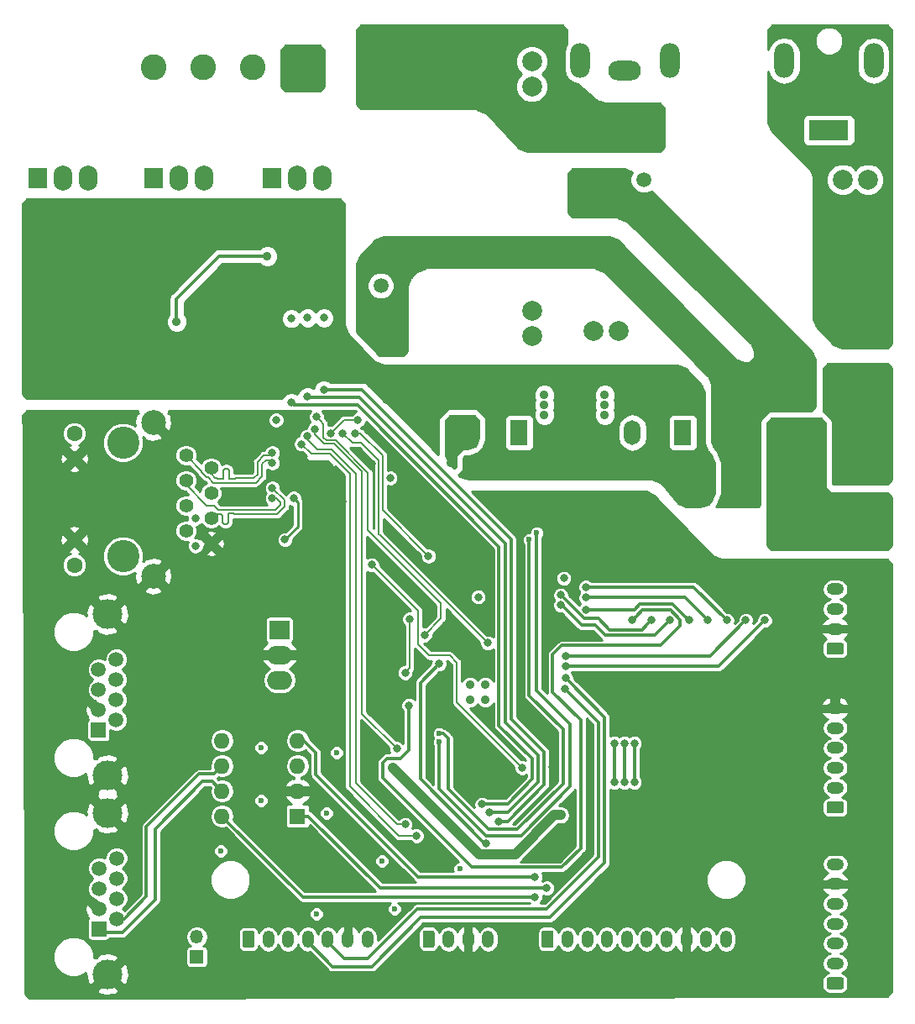
<source format=gbr>
G04 #@! TF.GenerationSoftware,KiCad,Pcbnew,(5.0.1)-rc2*
G04 #@! TF.CreationDate,2018-11-05T02:02:30+01:00*
G04 #@! TF.ProjectId,panel_light_control,70616E656C5F6C696768745F636F6E74,rev?*
G04 #@! TF.SameCoordinates,Original*
G04 #@! TF.FileFunction,Copper,L4,Bot,Signal*
G04 #@! TF.FilePolarity,Positive*
%FSLAX46Y46*%
G04 Gerber Fmt 4.6, Leading zero omitted, Abs format (unit mm)*
G04 Created by KiCad (PCBNEW (5.0.1)-rc2) date 2018/11/05 2:02:30*
%MOMM*%
%LPD*%
G01*
G04 APERTURE LIST*
G04 #@! TA.AperFunction,ComponentPad*
%ADD10O,1.200000X1.750000*%
G04 #@! TD*
G04 #@! TA.AperFunction,Conductor*
%ADD11C,0.100000*%
G04 #@! TD*
G04 #@! TA.AperFunction,ComponentPad*
%ADD12C,1.200000*%
G04 #@! TD*
G04 #@! TA.AperFunction,ComponentPad*
%ADD13O,1.750000X1.200000*%
G04 #@! TD*
G04 #@! TA.AperFunction,ComponentPad*
%ADD14O,1.350000X1.350000*%
G04 #@! TD*
G04 #@! TA.AperFunction,ComponentPad*
%ADD15R,1.350000X1.350000*%
G04 #@! TD*
G04 #@! TA.AperFunction,ComponentPad*
%ADD16O,1.700000X2.500000*%
G04 #@! TD*
G04 #@! TA.AperFunction,ComponentPad*
%ADD17R,1.700000X2.500000*%
G04 #@! TD*
G04 #@! TA.AperFunction,ComponentPad*
%ADD18O,2.800000X2.800000*%
G04 #@! TD*
G04 #@! TA.AperFunction,ComponentPad*
%ADD19R,2.500000X2.500000*%
G04 #@! TD*
G04 #@! TA.AperFunction,ComponentPad*
%ADD20C,2.500000*%
G04 #@! TD*
G04 #@! TA.AperFunction,ComponentPad*
%ADD21O,1.905000X2.500000*%
G04 #@! TD*
G04 #@! TA.AperFunction,ComponentPad*
%ADD22R,1.905000X2.000000*%
G04 #@! TD*
G04 #@! TA.AperFunction,ComponentPad*
%ADD23C,3.000000*%
G04 #@! TD*
G04 #@! TA.AperFunction,ComponentPad*
%ADD24C,1.500000*%
G04 #@! TD*
G04 #@! TA.AperFunction,ComponentPad*
%ADD25R,1.500000X1.500000*%
G04 #@! TD*
G04 #@! TA.AperFunction,ComponentPad*
%ADD26R,2.600000X2.600000*%
G04 #@! TD*
G04 #@! TA.AperFunction,ComponentPad*
%ADD27C,2.600000*%
G04 #@! TD*
G04 #@! TA.AperFunction,ComponentPad*
%ADD28C,3.250000*%
G04 #@! TD*
G04 #@! TA.AperFunction,ComponentPad*
%ADD29C,1.600000*%
G04 #@! TD*
G04 #@! TA.AperFunction,ComponentPad*
%ADD30C,1.390000*%
G04 #@! TD*
G04 #@! TA.AperFunction,ComponentPad*
%ADD31C,2.000000*%
G04 #@! TD*
G04 #@! TA.AperFunction,ComponentPad*
%ADD32O,2.500000X1.905000*%
G04 #@! TD*
G04 #@! TA.AperFunction,ComponentPad*
%ADD33R,2.000000X1.905000*%
G04 #@! TD*
G04 #@! TA.AperFunction,ComponentPad*
%ADD34R,1.600000X1.600000*%
G04 #@! TD*
G04 #@! TA.AperFunction,ComponentPad*
%ADD35O,1.600000X1.600000*%
G04 #@! TD*
G04 #@! TA.AperFunction,ComponentPad*
%ADD36R,4.000000X2.000000*%
G04 #@! TD*
G04 #@! TA.AperFunction,ComponentPad*
%ADD37O,3.300000X2.000000*%
G04 #@! TD*
G04 #@! TA.AperFunction,ComponentPad*
%ADD38O,2.000000X3.500000*%
G04 #@! TD*
G04 #@! TA.AperFunction,ViaPad*
%ADD39C,0.900000*%
G04 #@! TD*
G04 #@! TA.AperFunction,ViaPad*
%ADD40C,0.800000*%
G04 #@! TD*
G04 #@! TA.AperFunction,ViaPad*
%ADD41C,0.600000*%
G04 #@! TD*
G04 #@! TA.AperFunction,Conductor*
%ADD42C,0.300000*%
G04 #@! TD*
G04 #@! TA.AperFunction,Conductor*
%ADD43C,1.000000*%
G04 #@! TD*
G04 #@! TA.AperFunction,Conductor*
%ADD44C,0.200000*%
G04 #@! TD*
G04 #@! TA.AperFunction,Conductor*
%ADD45C,0.250000*%
G04 #@! TD*
G04 #@! TA.AperFunction,Conductor*
%ADD46C,0.254000*%
G04 #@! TD*
G04 APERTURE END LIST*
D10*
G04 #@! TO.P,SPI0,10*
G04 #@! TO.N,+5V*
X172000000Y-143000000D03*
G04 #@! TO.P,SPI0,9*
G04 #@! TO.N,+3.3V*
X170000000Y-143000000D03*
G04 #@! TO.P,SPI0,8*
G04 #@! TO.N,GND*
X168000000Y-143000000D03*
G04 #@! TO.P,SPI0,7*
G04 #@! TO.N,I2S_WS*
X166000000Y-143000000D03*
G04 #@! TO.P,SPI0,6*
G04 #@! TO.N,I2S_MCK*
X164000000Y-143000000D03*
G04 #@! TO.P,SPI0,5*
G04 #@! TO.N,SPI0_CS1*
X162000000Y-143000000D03*
G04 #@! TO.P,SPI0,4*
G04 #@! TO.N,SPI0_CS0*
X160000000Y-143000000D03*
G04 #@! TO.P,SPI0,3*
G04 #@! TO.N,SPI0_SCK*
X158000000Y-143000000D03*
G04 #@! TO.P,SPI0,2*
G04 #@! TO.N,SPI0_MISO*
X156000000Y-143000000D03*
D11*
G04 #@! TD*
G04 #@! TO.N,SPI0_MOSI*
G04 #@! TO.C,SPI0*
G36*
X154374505Y-142126204D02*
X154398773Y-142129804D01*
X154422572Y-142135765D01*
X154445671Y-142144030D01*
X154467850Y-142154520D01*
X154488893Y-142167132D01*
X154508599Y-142181747D01*
X154526777Y-142198223D01*
X154543253Y-142216401D01*
X154557868Y-142236107D01*
X154570480Y-142257150D01*
X154580970Y-142279329D01*
X154589235Y-142302428D01*
X154595196Y-142326227D01*
X154598796Y-142350495D01*
X154600000Y-142374999D01*
X154600000Y-143625001D01*
X154598796Y-143649505D01*
X154595196Y-143673773D01*
X154589235Y-143697572D01*
X154580970Y-143720671D01*
X154570480Y-143742850D01*
X154557868Y-143763893D01*
X154543253Y-143783599D01*
X154526777Y-143801777D01*
X154508599Y-143818253D01*
X154488893Y-143832868D01*
X154467850Y-143845480D01*
X154445671Y-143855970D01*
X154422572Y-143864235D01*
X154398773Y-143870196D01*
X154374505Y-143873796D01*
X154350001Y-143875000D01*
X153649999Y-143875000D01*
X153625495Y-143873796D01*
X153601227Y-143870196D01*
X153577428Y-143864235D01*
X153554329Y-143855970D01*
X153532150Y-143845480D01*
X153511107Y-143832868D01*
X153491401Y-143818253D01*
X153473223Y-143801777D01*
X153456747Y-143783599D01*
X153442132Y-143763893D01*
X153429520Y-143742850D01*
X153419030Y-143720671D01*
X153410765Y-143697572D01*
X153404804Y-143673773D01*
X153401204Y-143649505D01*
X153400000Y-143625001D01*
X153400000Y-142374999D01*
X153401204Y-142350495D01*
X153404804Y-142326227D01*
X153410765Y-142302428D01*
X153419030Y-142279329D01*
X153429520Y-142257150D01*
X153442132Y-142236107D01*
X153456747Y-142216401D01*
X153473223Y-142198223D01*
X153491401Y-142181747D01*
X153511107Y-142167132D01*
X153532150Y-142154520D01*
X153554329Y-142144030D01*
X153577428Y-142135765D01*
X153601227Y-142129804D01*
X153625495Y-142126204D01*
X153649999Y-142125000D01*
X154350001Y-142125000D01*
X154374505Y-142126204D01*
X154374505Y-142126204D01*
G37*
D12*
G04 #@! TO.P,SPI0,1*
G04 #@! TO.N,SPI0_MOSI*
X154000000Y-143000000D03*
G04 #@! TD*
D10*
G04 #@! TO.P,SPI1,7*
G04 #@! TO.N,+3.3V*
X135825000Y-143002000D03*
G04 #@! TO.P,SPI1,6*
G04 #@! TO.N,GND*
X133825000Y-143002000D03*
G04 #@! TO.P,SPI1,5*
G04 #@! TO.N,SPI1_CS1*
X131825000Y-143002000D03*
G04 #@! TO.P,SPI1,4*
G04 #@! TO.N,SPI1_CS0*
X129825000Y-143002000D03*
G04 #@! TO.P,SPI1,3*
G04 #@! TO.N,SPI1_SCK*
X127825000Y-143002000D03*
G04 #@! TO.P,SPI1,2*
G04 #@! TO.N,SPI1_MISO*
X125825000Y-143002000D03*
D11*
G04 #@! TD*
G04 #@! TO.N,SPI1_MOSI*
G04 #@! TO.C,SPI1*
G36*
X124199505Y-142128204D02*
X124223773Y-142131804D01*
X124247572Y-142137765D01*
X124270671Y-142146030D01*
X124292850Y-142156520D01*
X124313893Y-142169132D01*
X124333599Y-142183747D01*
X124351777Y-142200223D01*
X124368253Y-142218401D01*
X124382868Y-142238107D01*
X124395480Y-142259150D01*
X124405970Y-142281329D01*
X124414235Y-142304428D01*
X124420196Y-142328227D01*
X124423796Y-142352495D01*
X124425000Y-142376999D01*
X124425000Y-143627001D01*
X124423796Y-143651505D01*
X124420196Y-143675773D01*
X124414235Y-143699572D01*
X124405970Y-143722671D01*
X124395480Y-143744850D01*
X124382868Y-143765893D01*
X124368253Y-143785599D01*
X124351777Y-143803777D01*
X124333599Y-143820253D01*
X124313893Y-143834868D01*
X124292850Y-143847480D01*
X124270671Y-143857970D01*
X124247572Y-143866235D01*
X124223773Y-143872196D01*
X124199505Y-143875796D01*
X124175001Y-143877000D01*
X123474999Y-143877000D01*
X123450495Y-143875796D01*
X123426227Y-143872196D01*
X123402428Y-143866235D01*
X123379329Y-143857970D01*
X123357150Y-143847480D01*
X123336107Y-143834868D01*
X123316401Y-143820253D01*
X123298223Y-143803777D01*
X123281747Y-143785599D01*
X123267132Y-143765893D01*
X123254520Y-143744850D01*
X123244030Y-143722671D01*
X123235765Y-143699572D01*
X123229804Y-143675773D01*
X123226204Y-143651505D01*
X123225000Y-143627001D01*
X123225000Y-142376999D01*
X123226204Y-142352495D01*
X123229804Y-142328227D01*
X123235765Y-142304428D01*
X123244030Y-142281329D01*
X123254520Y-142259150D01*
X123267132Y-142238107D01*
X123281747Y-142218401D01*
X123298223Y-142200223D01*
X123316401Y-142183747D01*
X123336107Y-142169132D01*
X123357150Y-142156520D01*
X123379329Y-142146030D01*
X123402428Y-142137765D01*
X123426227Y-142131804D01*
X123450495Y-142128204D01*
X123474999Y-142127000D01*
X124175001Y-142127000D01*
X124199505Y-142128204D01*
X124199505Y-142128204D01*
G37*
D12*
G04 #@! TO.P,SPI1,1*
G04 #@! TO.N,SPI1_MOSI*
X123825000Y-143002000D03*
G04 #@! TD*
D13*
G04 #@! TO.P,JTAG1,7*
G04 #@! TO.N,+3.3V*
X183007000Y-135447000D03*
G04 #@! TO.P,JTAG1,6*
G04 #@! TO.N,GND*
X183007000Y-137447000D03*
G04 #@! TO.P,JTAG1,5*
G04 #@! TO.N,JTRST*
X183007000Y-139447000D03*
G04 #@! TO.P,JTAG1,4*
G04 #@! TO.N,JTDO*
X183007000Y-141447000D03*
G04 #@! TO.P,JTAG1,3*
G04 #@! TO.N,JTDI*
X183007000Y-143447000D03*
G04 #@! TO.P,JTAG1,2*
G04 #@! TO.N,JTCK*
X183007000Y-145447000D03*
D11*
G04 #@! TD*
G04 #@! TO.N,JTMS*
G04 #@! TO.C,JTAG1*
G36*
X183656505Y-146848204D02*
X183680773Y-146851804D01*
X183704572Y-146857765D01*
X183727671Y-146866030D01*
X183749850Y-146876520D01*
X183770893Y-146889132D01*
X183790599Y-146903747D01*
X183808777Y-146920223D01*
X183825253Y-146938401D01*
X183839868Y-146958107D01*
X183852480Y-146979150D01*
X183862970Y-147001329D01*
X183871235Y-147024428D01*
X183877196Y-147048227D01*
X183880796Y-147072495D01*
X183882000Y-147096999D01*
X183882000Y-147797001D01*
X183880796Y-147821505D01*
X183877196Y-147845773D01*
X183871235Y-147869572D01*
X183862970Y-147892671D01*
X183852480Y-147914850D01*
X183839868Y-147935893D01*
X183825253Y-147955599D01*
X183808777Y-147973777D01*
X183790599Y-147990253D01*
X183770893Y-148004868D01*
X183749850Y-148017480D01*
X183727671Y-148027970D01*
X183704572Y-148036235D01*
X183680773Y-148042196D01*
X183656505Y-148045796D01*
X183632001Y-148047000D01*
X182381999Y-148047000D01*
X182357495Y-148045796D01*
X182333227Y-148042196D01*
X182309428Y-148036235D01*
X182286329Y-148027970D01*
X182264150Y-148017480D01*
X182243107Y-148004868D01*
X182223401Y-147990253D01*
X182205223Y-147973777D01*
X182188747Y-147955599D01*
X182174132Y-147935893D01*
X182161520Y-147914850D01*
X182151030Y-147892671D01*
X182142765Y-147869572D01*
X182136804Y-147845773D01*
X182133204Y-147821505D01*
X182132000Y-147797001D01*
X182132000Y-147096999D01*
X182133204Y-147072495D01*
X182136804Y-147048227D01*
X182142765Y-147024428D01*
X182151030Y-147001329D01*
X182161520Y-146979150D01*
X182174132Y-146958107D01*
X182188747Y-146938401D01*
X182205223Y-146920223D01*
X182223401Y-146903747D01*
X182243107Y-146889132D01*
X182264150Y-146876520D01*
X182286329Y-146866030D01*
X182309428Y-146857765D01*
X182333227Y-146851804D01*
X182357495Y-146848204D01*
X182381999Y-146847000D01*
X183632001Y-146847000D01*
X183656505Y-146848204D01*
X183656505Y-146848204D01*
G37*
D12*
G04 #@! TO.P,JTAG1,1*
G04 #@! TO.N,JTMS*
X183007000Y-147447000D03*
G04 #@! TD*
D14*
G04 #@! TO.P,TERM1,2*
G04 #@! TO.N,Net-(J11-Pad2)*
X118618000Y-142780000D03*
D15*
G04 #@! TO.P,TERM1,1*
G04 #@! TO.N,Net-(R30-Pad2)*
X118618000Y-144780000D03*
G04 #@! TD*
D16*
G04 #@! TO.P,PS33,3*
G04 #@! TO.N,+3.3V*
X146050000Y-91948000D03*
G04 #@! TO.P,PS33,2*
G04 #@! TO.N,GND*
X148590000Y-91948000D03*
D17*
G04 #@! TO.P,PS33,1*
G04 #@! TO.N,/12V_FLT*
X151130000Y-91948000D03*
G04 #@! TD*
D18*
G04 #@! TO.P,D12,2*
G04 #@! TO.N,GND*
X177546000Y-92329000D03*
D19*
G04 #@! TO.P,D12,1*
G04 #@! TO.N,+24V*
X173736000Y-92329000D03*
G04 #@! TD*
D20*
G04 #@! TO.P,F1,2*
G04 #@! TO.N,/VIN*
X183906000Y-88103000D03*
G04 #@! TO.P,F1,1*
G04 #@! TO.N,+24V*
X178806000Y-86903000D03*
G04 #@! TD*
D21*
G04 #@! TO.P,Q1,3*
G04 #@! TO.N,Net-(Q1-Pad3)*
X131318000Y-66294000D03*
G04 #@! TO.P,Q1,2*
G04 #@! TO.N,LED_R*
X128778000Y-66294000D03*
D22*
G04 #@! TO.P,Q1,1*
G04 #@! TO.N,Net-(Q1-Pad1)*
X126238000Y-66294000D03*
G04 #@! TD*
D23*
G04 #@! TO.P,J2,SH*
G04 #@! TO.N,GND*
X109602000Y-126490000D03*
X109602000Y-110230000D03*
D24*
G04 #@! TO.P,J2,8*
G04 #@! TO.N,Net-(J2-Pad8)*
X110492000Y-114780000D03*
G04 #@! TO.P,J2,6*
G04 #@! TO.N,Net-(J2-Pad6)*
X110492000Y-116820000D03*
G04 #@! TO.P,J2,4*
G04 #@! TO.N,Net-(J2-Pad4)*
X110492000Y-118860000D03*
G04 #@! TO.P,J2,2*
G04 #@! TO.N,Net-(J11-Pad2)*
X110492000Y-120900000D03*
G04 #@! TO.P,J2,7*
G04 #@! TO.N,Net-(J2-Pad7)*
X108712000Y-115800000D03*
G04 #@! TO.P,J2,5*
G04 #@! TO.N,Net-(J2-Pad5)*
X108712000Y-117840000D03*
G04 #@! TO.P,J2,3*
G04 #@! TO.N,GND*
X108712000Y-119880000D03*
D25*
G04 #@! TO.P,J2,1*
G04 #@! TO.N,Net-(J11-Pad1)*
X108712000Y-121920000D03*
G04 #@! TD*
D21*
G04 #@! TO.P,Q3,3*
G04 #@! TO.N,Net-(Q3-Pad3)*
X107696000Y-66294000D03*
G04 #@! TO.P,Q3,2*
G04 #@! TO.N,LED_B*
X105156000Y-66294000D03*
D22*
G04 #@! TO.P,Q3,1*
G04 #@! TO.N,Net-(Q3-Pad1)*
X102616000Y-66294000D03*
G04 #@! TD*
D26*
G04 #@! TO.P,J6,1*
G04 #@! TO.N,+12V*
X129286000Y-55118000D03*
D27*
G04 #@! TO.P,J6,2*
G04 #@! TO.N,LED_R*
X124286000Y-55118000D03*
G04 #@! TO.P,J6,3*
G04 #@! TO.N,LED_G*
X119286000Y-55118000D03*
G04 #@! TO.P,J6,4*
G04 #@! TO.N,LED_B*
X114286000Y-55118000D03*
G04 #@! TD*
D20*
G04 #@! TO.P,J13,16*
G04 #@! TO.N,GND*
X114223800Y-90926380D03*
G04 #@! TO.P,J13,15*
X114223800Y-106416380D03*
D28*
G04 #@! TO.P,J13,14*
G04 #@! TO.N,N/C*
X111173800Y-104386380D03*
G04 #@! TO.P,J13,13*
X111173800Y-92956380D03*
D29*
G04 #@! TO.P,J13,12*
G04 #@! TO.N,LED_YLW-*
X106273800Y-105296380D03*
G04 #@! TO.P,J13,11*
G04 #@! TO.N,GND*
X106273800Y-102756380D03*
G04 #@! TO.P,J13,10*
X106273800Y-94586380D03*
G04 #@! TO.P,J13,9*
G04 #@! TO.N,LED_GRN-*
X106273800Y-92046380D03*
D30*
G04 #@! TO.P,J13,8*
G04 #@! TO.N,GND*
X120063800Y-103116380D03*
G04 #@! TO.P,J13,7*
G04 #@! TO.N,Net-(J13-Pad7)*
X117523800Y-101846380D03*
G04 #@! TO.P,J13,6*
G04 #@! TO.N,RX_N*
X120063800Y-100576380D03*
G04 #@! TO.P,J13,5*
G04 #@! TO.N,PYH_VDDA*
X117523800Y-99306380D03*
G04 #@! TO.P,J13,4*
X120063800Y-98036380D03*
G04 #@! TO.P,J13,3*
G04 #@! TO.N,RX_P*
X117523800Y-96766380D03*
G04 #@! TO.P,J13,2*
G04 #@! TO.N,TX_N*
X120063800Y-95496380D03*
G04 #@! TO.P,J13,1*
G04 #@! TO.N,TX_P*
X117523800Y-94226380D03*
G04 #@! TD*
D31*
G04 #@! TO.P,PS1,13*
G04 #@! TO.N,Panel_W+*
X137166013Y-54538192D03*
G04 #@! TO.P,PS1,14*
X137166013Y-57078192D03*
G04 #@! TO.P,PS1,12*
G04 #@! TO.N,Panel_W-*
X152406013Y-54538192D03*
G04 #@! TO.P,PS1,11*
X152406013Y-57078192D03*
D24*
G04 #@! TO.P,PS1,22*
G04 #@! TO.N,Panel_D1*
X137166013Y-77138192D03*
D31*
G04 #@! TO.P,PS1,23*
G04 #@! TO.N,+24V*
X137166013Y-79678192D03*
G04 #@! TO.P,PS1,24*
X137166013Y-82218192D03*
G04 #@! TO.P,PS1,2*
G04 #@! TO.N,GND*
X152406013Y-79678192D03*
G04 #@! TO.P,PS1,1*
X152406013Y-82218192D03*
G04 #@! TD*
G04 #@! TO.P,PS2,1*
G04 #@! TO.N,GND*
X158611908Y-81692413D03*
G04 #@! TO.P,PS2,2*
X161151908Y-81692413D03*
G04 #@! TO.P,PS2,24*
G04 #@! TO.N,+24V*
X158611908Y-66452413D03*
G04 #@! TO.P,PS2,23*
X161151908Y-66452413D03*
D24*
G04 #@! TO.P,PS2,22*
G04 #@! TO.N,Panel_D2*
X163691908Y-66452413D03*
D31*
G04 #@! TO.P,PS2,11*
G04 #@! TO.N,Panel_Y-*
X183751908Y-81692413D03*
G04 #@! TO.P,PS2,12*
X186291908Y-81692413D03*
G04 #@! TO.P,PS2,14*
G04 #@! TO.N,Panel_Y+*
X183751908Y-66452413D03*
G04 #@! TO.P,PS2,13*
X186291908Y-66452413D03*
G04 #@! TD*
D13*
G04 #@! TO.P,I2C1,4*
G04 #@! TO.N,I2C_SCL*
X183000000Y-107730000D03*
G04 #@! TO.P,I2C1,3*
G04 #@! TO.N,I2C_SDA*
X183000000Y-109730000D03*
G04 #@! TO.P,I2C1,2*
G04 #@! TO.N,GND*
X183000000Y-111730000D03*
D11*
G04 #@! TD*
G04 #@! TO.N,+3.3V*
G04 #@! TO.C,I2C1*
G36*
X183649505Y-113131204D02*
X183673773Y-113134804D01*
X183697572Y-113140765D01*
X183720671Y-113149030D01*
X183742850Y-113159520D01*
X183763893Y-113172132D01*
X183783599Y-113186747D01*
X183801777Y-113203223D01*
X183818253Y-113221401D01*
X183832868Y-113241107D01*
X183845480Y-113262150D01*
X183855970Y-113284329D01*
X183864235Y-113307428D01*
X183870196Y-113331227D01*
X183873796Y-113355495D01*
X183875000Y-113379999D01*
X183875000Y-114080001D01*
X183873796Y-114104505D01*
X183870196Y-114128773D01*
X183864235Y-114152572D01*
X183855970Y-114175671D01*
X183845480Y-114197850D01*
X183832868Y-114218893D01*
X183818253Y-114238599D01*
X183801777Y-114256777D01*
X183783599Y-114273253D01*
X183763893Y-114287868D01*
X183742850Y-114300480D01*
X183720671Y-114310970D01*
X183697572Y-114319235D01*
X183673773Y-114325196D01*
X183649505Y-114328796D01*
X183625001Y-114330000D01*
X182374999Y-114330000D01*
X182350495Y-114328796D01*
X182326227Y-114325196D01*
X182302428Y-114319235D01*
X182279329Y-114310970D01*
X182257150Y-114300480D01*
X182236107Y-114287868D01*
X182216401Y-114273253D01*
X182198223Y-114256777D01*
X182181747Y-114238599D01*
X182167132Y-114218893D01*
X182154520Y-114197850D01*
X182144030Y-114175671D01*
X182135765Y-114152572D01*
X182129804Y-114128773D01*
X182126204Y-114104505D01*
X182125000Y-114080001D01*
X182125000Y-113379999D01*
X182126204Y-113355495D01*
X182129804Y-113331227D01*
X182135765Y-113307428D01*
X182144030Y-113284329D01*
X182154520Y-113262150D01*
X182167132Y-113241107D01*
X182181747Y-113221401D01*
X182198223Y-113203223D01*
X182216401Y-113186747D01*
X182236107Y-113172132D01*
X182257150Y-113159520D01*
X182279329Y-113149030D01*
X182302428Y-113140765D01*
X182326227Y-113134804D01*
X182350495Y-113131204D01*
X182374999Y-113130000D01*
X183625001Y-113130000D01*
X183649505Y-113131204D01*
X183649505Y-113131204D01*
G37*
D12*
G04 #@! TO.P,I2C1,1*
G04 #@! TO.N,+3.3V*
X183000000Y-113730000D03*
G04 #@! TD*
D13*
G04 #@! TO.P,DBG1,6*
G04 #@! TO.N,GND*
X183000000Y-119730000D03*
G04 #@! TO.P,DBG1,5*
G04 #@! TO.N,DBG_RX*
X183000000Y-121730000D03*
G04 #@! TO.P,DBG1,4*
G04 #@! TO.N,DBG_TX*
X183000000Y-123730000D03*
G04 #@! TO.P,DBG1,3*
G04 #@! TO.N,DBG_RTS*
X183000000Y-125730000D03*
G04 #@! TO.P,DBG1,2*
G04 #@! TO.N,DBG_CTS*
X183000000Y-127730000D03*
D11*
G04 #@! TD*
G04 #@! TO.N,DBG_CK*
G04 #@! TO.C,DBG1*
G36*
X183649505Y-129131204D02*
X183673773Y-129134804D01*
X183697572Y-129140765D01*
X183720671Y-129149030D01*
X183742850Y-129159520D01*
X183763893Y-129172132D01*
X183783599Y-129186747D01*
X183801777Y-129203223D01*
X183818253Y-129221401D01*
X183832868Y-129241107D01*
X183845480Y-129262150D01*
X183855970Y-129284329D01*
X183864235Y-129307428D01*
X183870196Y-129331227D01*
X183873796Y-129355495D01*
X183875000Y-129379999D01*
X183875000Y-130080001D01*
X183873796Y-130104505D01*
X183870196Y-130128773D01*
X183864235Y-130152572D01*
X183855970Y-130175671D01*
X183845480Y-130197850D01*
X183832868Y-130218893D01*
X183818253Y-130238599D01*
X183801777Y-130256777D01*
X183783599Y-130273253D01*
X183763893Y-130287868D01*
X183742850Y-130300480D01*
X183720671Y-130310970D01*
X183697572Y-130319235D01*
X183673773Y-130325196D01*
X183649505Y-130328796D01*
X183625001Y-130330000D01*
X182374999Y-130330000D01*
X182350495Y-130328796D01*
X182326227Y-130325196D01*
X182302428Y-130319235D01*
X182279329Y-130310970D01*
X182257150Y-130300480D01*
X182236107Y-130287868D01*
X182216401Y-130273253D01*
X182198223Y-130256777D01*
X182181747Y-130238599D01*
X182167132Y-130218893D01*
X182154520Y-130197850D01*
X182144030Y-130175671D01*
X182135765Y-130152572D01*
X182129804Y-130128773D01*
X182126204Y-130104505D01*
X182125000Y-130080001D01*
X182125000Y-129379999D01*
X182126204Y-129355495D01*
X182129804Y-129331227D01*
X182135765Y-129307428D01*
X182144030Y-129284329D01*
X182154520Y-129262150D01*
X182167132Y-129241107D01*
X182181747Y-129221401D01*
X182198223Y-129203223D01*
X182216401Y-129186747D01*
X182236107Y-129172132D01*
X182257150Y-129159520D01*
X182279329Y-129149030D01*
X182302428Y-129140765D01*
X182326227Y-129134804D01*
X182350495Y-129131204D01*
X182374999Y-129130000D01*
X183625001Y-129130000D01*
X183649505Y-129131204D01*
X183649505Y-129131204D01*
G37*
D12*
G04 #@! TO.P,DBG1,1*
G04 #@! TO.N,DBG_CK*
X183000000Y-129730000D03*
G04 #@! TD*
D11*
G04 #@! TO.N,EXT_TX*
G04 #@! TO.C,UART1*
G36*
X142374505Y-142126204D02*
X142398773Y-142129804D01*
X142422572Y-142135765D01*
X142445671Y-142144030D01*
X142467850Y-142154520D01*
X142488893Y-142167132D01*
X142508599Y-142181747D01*
X142526777Y-142198223D01*
X142543253Y-142216401D01*
X142557868Y-142236107D01*
X142570480Y-142257150D01*
X142580970Y-142279329D01*
X142589235Y-142302428D01*
X142595196Y-142326227D01*
X142598796Y-142350495D01*
X142600000Y-142374999D01*
X142600000Y-143625001D01*
X142598796Y-143649505D01*
X142595196Y-143673773D01*
X142589235Y-143697572D01*
X142580970Y-143720671D01*
X142570480Y-143742850D01*
X142557868Y-143763893D01*
X142543253Y-143783599D01*
X142526777Y-143801777D01*
X142508599Y-143818253D01*
X142488893Y-143832868D01*
X142467850Y-143845480D01*
X142445671Y-143855970D01*
X142422572Y-143864235D01*
X142398773Y-143870196D01*
X142374505Y-143873796D01*
X142350001Y-143875000D01*
X141649999Y-143875000D01*
X141625495Y-143873796D01*
X141601227Y-143870196D01*
X141577428Y-143864235D01*
X141554329Y-143855970D01*
X141532150Y-143845480D01*
X141511107Y-143832868D01*
X141491401Y-143818253D01*
X141473223Y-143801777D01*
X141456747Y-143783599D01*
X141442132Y-143763893D01*
X141429520Y-143742850D01*
X141419030Y-143720671D01*
X141410765Y-143697572D01*
X141404804Y-143673773D01*
X141401204Y-143649505D01*
X141400000Y-143625001D01*
X141400000Y-142374999D01*
X141401204Y-142350495D01*
X141404804Y-142326227D01*
X141410765Y-142302428D01*
X141419030Y-142279329D01*
X141429520Y-142257150D01*
X141442132Y-142236107D01*
X141456747Y-142216401D01*
X141473223Y-142198223D01*
X141491401Y-142181747D01*
X141511107Y-142167132D01*
X141532150Y-142154520D01*
X141554329Y-142144030D01*
X141577428Y-142135765D01*
X141601227Y-142129804D01*
X141625495Y-142126204D01*
X141649999Y-142125000D01*
X142350001Y-142125000D01*
X142374505Y-142126204D01*
X142374505Y-142126204D01*
G37*
D12*
G04 #@! TD*
G04 #@! TO.P,UART1,1*
G04 #@! TO.N,EXT_TX*
X142000000Y-143000000D03*
D10*
G04 #@! TO.P,UART1,2*
G04 #@! TO.N,EXT_RX*
X144000000Y-143000000D03*
G04 #@! TO.P,UART1,3*
G04 #@! TO.N,GND*
X146000000Y-143000000D03*
G04 #@! TO.P,UART1,4*
G04 #@! TO.N,+5V*
X148000000Y-143000000D03*
G04 #@! TD*
D23*
G04 #@! TO.P,J11,SH*
G04 #@! TO.N,GND*
X109614700Y-146543300D03*
X109614700Y-130283300D03*
D24*
G04 #@! TO.P,J11,8*
G04 #@! TO.N,Net-(J11-Pad8)*
X110504700Y-134833300D03*
G04 #@! TO.P,J11,6*
G04 #@! TO.N,Net-(J11-Pad6)*
X110504700Y-136873300D03*
G04 #@! TO.P,J11,4*
G04 #@! TO.N,Net-(J11-Pad4)*
X110504700Y-138913300D03*
G04 #@! TO.P,J11,2*
G04 #@! TO.N,Net-(J11-Pad2)*
X110504700Y-140953300D03*
G04 #@! TO.P,J11,7*
G04 #@! TO.N,Net-(J11-Pad7)*
X108724700Y-135853300D03*
G04 #@! TO.P,J11,5*
G04 #@! TO.N,Net-(J11-Pad5)*
X108724700Y-137893300D03*
G04 #@! TO.P,J11,3*
G04 #@! TO.N,GND*
X108724700Y-139933300D03*
D25*
G04 #@! TO.P,J11,1*
G04 #@! TO.N,Net-(J11-Pad1)*
X108724700Y-141973300D03*
G04 #@! TD*
D22*
G04 #@! TO.P,Q2,1*
G04 #@! TO.N,Net-(Q2-Pad1)*
X114300000Y-66294000D03*
D21*
G04 #@! TO.P,Q2,2*
G04 #@! TO.N,LED_G*
X116840000Y-66294000D03*
G04 #@! TO.P,Q2,3*
G04 #@! TO.N,Net-(Q2-Pad3)*
X119380000Y-66294000D03*
G04 #@! TD*
D32*
G04 #@! TO.P,U1,3*
G04 #@! TO.N,+5V*
X126944380Y-116889520D03*
G04 #@! TO.P,U1,2*
G04 #@! TO.N,GND*
X126944380Y-114349520D03*
D33*
G04 #@! TO.P,U1,1*
G04 #@! TO.N,+12V*
X126944380Y-111809520D03*
G04 #@! TD*
D34*
G04 #@! TO.P,U4,1*
G04 #@! TO.N,CAN_TX*
X128778000Y-130603000D03*
D35*
G04 #@! TO.P,U4,5*
G04 #@! TO.N,+3.3V*
X121158000Y-122983000D03*
G04 #@! TO.P,U4,2*
G04 #@! TO.N,GND*
X128778000Y-128063000D03*
G04 #@! TO.P,U4,6*
G04 #@! TO.N,Net-(J11-Pad2)*
X121158000Y-125523000D03*
G04 #@! TO.P,U4,3*
G04 #@! TO.N,+5V*
X128778000Y-125523000D03*
G04 #@! TO.P,U4,7*
G04 #@! TO.N,Net-(J11-Pad1)*
X121158000Y-128063000D03*
G04 #@! TO.P,U4,4*
G04 #@! TO.N,CAN_RX*
X128778000Y-122983000D03*
G04 #@! TO.P,U4,8*
G04 #@! TO.N,CAN_STBY*
X121158000Y-130603000D03*
G04 #@! TD*
D26*
G04 #@! TO.P,J1,1*
G04 #@! TO.N,GND*
X184785000Y-100584000D03*
D27*
G04 #@! TO.P,J1,2*
G04 #@! TO.N,/VIN*
X184785000Y-95584000D03*
G04 #@! TD*
D17*
G04 #@! TO.P,PS12,1*
G04 #@! TO.N,/24V_FLT*
X167640000Y-91948000D03*
D16*
G04 #@! TO.P,PS12,2*
G04 #@! TO.N,GND*
X165100000Y-91948000D03*
G04 #@! TO.P,PS12,3*
G04 #@! TO.N,+12V*
X162560000Y-91948000D03*
G04 #@! TD*
D36*
G04 #@! TO.P,PANEL1,1*
G04 #@! TO.N,Panel_W+*
X161798000Y-61468000D03*
D37*
G04 #@! TO.P,PANEL1,2*
G04 #@! TO.N,Panel_W-*
X161798000Y-55468000D03*
D38*
G04 #@! TO.P,PANEL1,MP*
G04 #@! TO.N,GND*
X166298000Y-54468000D03*
X157298000Y-54468000D03*
G04 #@! TD*
G04 #@! TO.P,PANEL2,MP*
G04 #@! TO.N,GND*
X177872000Y-54468000D03*
X186872000Y-54468000D03*
D37*
G04 #@! TO.P,PANEL2,2*
G04 #@! TO.N,Panel_Y-*
X182372000Y-55468000D03*
D36*
G04 #@! TO.P,PANEL2,1*
G04 #@! TO.N,Panel_Y+*
X182372000Y-61468000D03*
G04 #@! TD*
D39*
G04 #@! TO.N,GND*
X151257000Y-104140000D03*
X153797000Y-104775000D03*
X145034000Y-104902000D03*
D40*
X146367500Y-114935008D03*
X152717500Y-121031008D03*
X147955000Y-120650000D03*
X144081500Y-120269008D03*
X146177000Y-122428000D03*
X148907500Y-125095008D03*
X127127000Y-96266000D03*
X126111000Y-96266000D03*
X119253000Y-93726000D03*
X116205000Y-98044000D03*
X116205000Y-95758000D03*
X116205000Y-100584000D03*
D39*
X164602112Y-94199022D03*
X163586112Y-94199022D03*
X165618112Y-94199022D03*
X148539200Y-93954600D03*
X147523200Y-93954600D03*
X149555200Y-93954600D03*
D40*
X130683000Y-97155000D03*
X130683000Y-95377000D03*
X130683000Y-96266000D03*
X129794000Y-96266000D03*
D39*
X178054000Y-94488000D03*
X177038000Y-102616000D03*
X179070000Y-94488000D03*
X178054000Y-102616000D03*
X155194000Y-92202000D03*
X177038000Y-94488000D03*
X157226000Y-86868000D03*
X156210000Y-86868000D03*
X158242000Y-86868000D03*
X155194000Y-86868000D03*
X179070000Y-95504000D03*
X179070000Y-97536000D03*
X179070000Y-96520000D03*
X179070000Y-98552000D03*
X179070000Y-99568000D03*
X179070000Y-101600000D03*
X179070000Y-100584000D03*
X179070000Y-102616000D03*
X170180000Y-98044000D03*
X170180000Y-97028000D03*
X170180000Y-96012000D03*
X170180000Y-94996000D03*
D40*
X131572000Y-97155000D03*
X129794000Y-97155000D03*
X129794000Y-95377000D03*
X131572000Y-95377000D03*
X131572000Y-96266000D03*
X123063000Y-90932000D03*
X123063000Y-101600000D03*
X127762004Y-101219000D03*
X124714000Y-101600000D03*
X133248400Y-102565192D03*
X133342595Y-98864205D03*
X118618000Y-79502000D03*
X118618000Y-80772000D03*
D39*
X105283000Y-69342000D03*
X106680000Y-70993000D03*
X118491000Y-70993000D03*
X117094000Y-69342000D03*
X129159000Y-69342000D03*
X130556000Y-70993000D03*
D40*
X109347000Y-76708000D03*
X110998000Y-83820000D03*
X127772232Y-73797232D03*
D39*
X105283000Y-70358000D03*
X117094000Y-70485000D03*
X129159000Y-70485000D03*
X157226000Y-92202000D03*
X156210000Y-92202000D03*
X158242000Y-92202000D03*
D40*
X121158000Y-93726000D03*
D39*
X131000500Y-120586500D03*
X154432000Y-132588000D03*
X156210000Y-132588000D03*
X153924000Y-107442000D03*
X148336000Y-104140000D03*
D40*
X165379404Y-117693196D03*
X173101000Y-117693196D03*
X158496000Y-112522000D03*
X127507996Y-134366000D03*
X160845500Y-116522500D03*
X143065500Y-113665008D03*
X154495500Y-125666502D03*
D39*
X136525000Y-124947680D03*
X136524996Y-126674880D03*
D40*
X176530000Y-144145000D03*
X174498000Y-144145000D03*
X122682000Y-118935500D03*
D39*
X142246175Y-109723019D03*
D40*
X136295335Y-95053581D03*
D39*
X139210732Y-111524732D03*
D40*
X151258510Y-113157000D03*
D41*
X165735000Y-131318000D03*
X165735000Y-137160000D03*
X178435000Y-127000000D03*
X178435000Y-131572000D03*
X170053000Y-131318000D03*
X173609000Y-127000000D03*
X165989000Y-147828000D03*
X187579000Y-147066000D03*
X187833000Y-138684000D03*
X187579000Y-118364000D03*
X187325000Y-128016000D03*
X187071000Y-109728000D03*
X115189000Y-144272000D03*
X103251000Y-137668000D03*
X128397000Y-147574000D03*
X142113000Y-147320000D03*
X157607000Y-103632000D03*
X163703000Y-103378000D03*
X131699000Y-110744000D03*
X131953000Y-115824000D03*
X136271000Y-108458000D03*
X104013000Y-116586000D03*
X104013000Y-120904000D03*
X103251000Y-140970000D03*
X115697000Y-132588000D03*
X115951000Y-137414000D03*
X114427000Y-121666000D03*
X114173000Y-115062000D03*
X105029000Y-99060000D03*
X109093000Y-99060000D03*
X121793000Y-98806000D03*
X119507000Y-108458000D03*
X125603000Y-108458000D03*
X132842000Y-89916000D03*
D39*
X123825000Y-120142000D03*
X143383000Y-105918000D03*
X153797000Y-108712000D03*
D40*
X166547800Y-105511600D03*
D39*
X145567400Y-108508804D03*
X158250000Y-132588004D03*
G04 #@! TO.N,+24V*
X174371000Y-94615000D03*
X173355000Y-94615000D03*
X173355000Y-95631000D03*
X173355000Y-96647000D03*
X173355000Y-97663000D03*
X173355000Y-98679000D03*
G04 #@! TO.N,+3.3V*
X147701000Y-117348000D03*
D40*
X126619000Y-90678000D03*
D39*
X144208500Y-91948000D03*
X144208500Y-92964000D03*
X144208500Y-93980000D03*
X144208500Y-94996000D03*
X144208500Y-90932000D03*
D40*
X138112500Y-96519994D03*
D39*
X147701000Y-118872000D03*
X146177000Y-118872000D03*
X146177000Y-117348000D03*
D41*
X137287000Y-135128000D03*
X131699000Y-130302000D03*
X132715000Y-124206000D03*
X125095000Y-123698000D03*
X125095000Y-129032000D03*
X145161000Y-135890000D03*
X138557000Y-139954000D03*
X130683000Y-140462000D03*
X121031000Y-134112000D03*
D39*
G04 #@! TO.N,+12V*
X153670000Y-88138000D03*
X153670000Y-89154000D03*
X153670000Y-90170000D03*
X159766000Y-88138000D03*
X159766000Y-89154000D03*
X159766000Y-90170000D03*
X116586000Y-80772000D03*
X125730000Y-74168000D03*
D40*
G04 #@! TO.N,Net-(C18-Pad1)*
X146989800Y-108508800D03*
X155625800Y-106629200D03*
G04 #@! TO.N,Net-(C19-Pad1)*
X155321000Y-130492500D03*
X138430000Y-125730000D03*
G04 #@! TO.N,SPI1_CS1*
X155773117Y-117792295D03*
G04 #@! TO.N,SPI1_CS0*
X155828976Y-116713000D03*
G04 #@! TO.N,I2S_WS*
X143065500Y-115252500D03*
X147764500Y-133350000D03*
G04 #@! TO.N,SPI0_SCK*
X162750506Y-123253500D03*
X162750500Y-127190500D03*
G04 #@! TO.N,SPI0_MISO*
X161734500Y-123253500D03*
X161734500Y-127190500D03*
G04 #@! TO.N,SPI0_MOSI*
X160718500Y-123253500D03*
X160718500Y-127190500D03*
D41*
G04 #@! TO.N,Panel_D1*
X143065500Y-122301000D03*
X152146000Y-102743000D03*
G04 #@! TO.N,Panel_D2*
X143065500Y-123126500D03*
X152908000Y-102044500D03*
D40*
G04 #@! TO.N,PWM_R*
X128143000Y-80454522D03*
X128142998Y-88900000D03*
X147383498Y-129413000D03*
G04 #@! TO.N,PWM_G*
X129794000Y-80391000D03*
X129794000Y-88328500D03*
X148164520Y-130219480D03*
G04 #@! TO.N,PWM_B*
X131445000Y-80391000D03*
X131433687Y-87628490D03*
X149034500Y-131127500D03*
G04 #@! TO.N,RMII_TXD1*
X129157729Y-93092723D03*
X140779500Y-132588000D03*
G04 #@! TO.N,RMII_TXD0*
X129721679Y-92328208D03*
X139636500Y-131445000D03*
G04 #@! TO.N,RMII_CRS*
X139636500Y-116141500D03*
X140081001Y-110744000D03*
G04 #@! TO.N,Net-(R26-Pad1)*
X132143500Y-92011508D03*
X134874000Y-90678000D03*
G04 #@! TO.N,25MHz*
X151447500Y-125730000D03*
X136270998Y-105283000D03*
G04 #@! TO.N,RMII_MDIO*
X134556508Y-92011500D03*
X141986000Y-104394000D03*
G04 #@! TO.N,Net-(R33-Pad1)*
X128397000Y-98552000D03*
X127508000Y-102743000D03*
G04 #@! TO.N,CAN_TX*
X153924000Y-137858516D03*
G04 #@! TO.N,CAN_RX*
X152730518Y-136734200D03*
G04 #@! TO.N,CAN_STBY*
X152717500Y-138747500D03*
G04 #@! TO.N,RMII_TXEN*
X130510382Y-91585000D03*
X138772312Y-123802892D03*
G04 #@! TO.N,RMII_MDC*
X147955000Y-113157000D03*
X133350000Y-92011500D03*
G04 #@! TO.N,RX_N*
X126238000Y-97519000D03*
G04 #@! TO.N,RX_P*
X126238000Y-98569000D03*
G04 #@! TO.N,TX_N*
X126238000Y-93963000D03*
G04 #@! TO.N,TX_P*
X126238000Y-95013000D03*
G04 #@! TO.N,LED0*
X175895000Y-110871000D03*
X155829000Y-115506500D03*
G04 #@! TO.N,LED1*
X173990000Y-110871000D03*
X155841530Y-114494868D03*
G04 #@! TO.N,LED2*
X172085000Y-110871000D03*
X157855110Y-107510526D03*
G04 #@! TO.N,LED3*
X170180000Y-110871000D03*
X157860996Y-108585000D03*
G04 #@! TO.N,LED4*
X168275000Y-110871000D03*
X157856805Y-109789002D03*
G04 #@! TO.N,LED5*
X166370000Y-110871000D03*
X155325185Y-109342098D03*
G04 #@! TO.N,LED6*
X155321000Y-108330998D03*
X164465000Y-110871000D03*
G04 #@! TO.N,LED7*
X162560000Y-110871000D03*
X140017500Y-119443500D03*
G04 #@! TO.N,Net-(J3-Pad8)*
X118491000Y-103378000D03*
G04 #@! TO.N,Net-(J3-Pad6)*
X118491000Y-100584000D03*
G04 #@! TO.N,PHY_RST*
X130683000Y-90362010D03*
X141605000Y-112331500D03*
G04 #@! TD*
D42*
G04 #@! TO.N,GND*
X132842000Y-89916000D02*
X132542001Y-90215999D01*
G04 #@! TO.N,+12V*
X120904000Y-74168000D02*
X125730000Y-74168000D01*
X116586000Y-80772000D02*
X116586000Y-78486000D01*
X116586000Y-78486000D02*
X120904000Y-74168000D01*
D43*
G04 #@! TO.N,Net-(C19-Pad1)*
X147129500Y-134429500D02*
X138430000Y-125730000D01*
X150749000Y-134429500D02*
X147129500Y-134429500D01*
X155321000Y-130492500D02*
X154686000Y-130492500D01*
X154686000Y-130492500D02*
X150749000Y-134429500D01*
D42*
G04 #@! TO.N,SPI1_CS1*
X153924000Y-139954000D02*
X159150063Y-134727937D01*
X159150063Y-134727937D02*
X159150063Y-121169241D01*
X156173116Y-118192294D02*
X155773117Y-117792295D01*
X131825000Y-143002000D02*
X131825000Y-143277000D01*
X131825000Y-143277000D02*
X133518500Y-144970500D01*
X133518500Y-144970500D02*
X135826500Y-144970500D01*
X135826500Y-144970500D02*
X140843000Y-139954000D01*
X140843000Y-139954000D02*
X153924000Y-139954000D01*
X159150063Y-121169241D02*
X156173116Y-118192294D01*
G04 #@! TO.N,SPI1_CS0*
X129825000Y-143277000D02*
X129825000Y-143002000D01*
X132317666Y-145769666D02*
X129825000Y-143277000D01*
X136297334Y-145769666D02*
X132317666Y-145769666D01*
X141224000Y-140843000D02*
X136297334Y-145769666D01*
X143954500Y-140843000D02*
X141224000Y-140843000D01*
X144145000Y-140843000D02*
X143954500Y-140843000D01*
X159766000Y-135318500D02*
X159766000Y-120650024D01*
X156228975Y-117112999D02*
X155828976Y-116713000D01*
X154241500Y-140843000D02*
X159766000Y-135318500D01*
X159766000Y-120650024D02*
X156228975Y-117112999D01*
X143954500Y-140843000D02*
X154241500Y-140843000D01*
G04 #@! TO.N,I2S_WS*
X147637500Y-133350000D02*
X147764500Y-133350000D01*
X141160500Y-126873000D02*
X147637500Y-133350000D01*
X143065500Y-115252500D02*
X141160500Y-117157500D01*
X141160500Y-117157500D02*
X141160500Y-126873000D01*
G04 #@! TO.N,SPI0_SCK*
X162750506Y-123253500D02*
X162750506Y-127190494D01*
X162750506Y-127190494D02*
X162750500Y-127190500D01*
G04 #@! TO.N,SPI0_MISO*
X161734500Y-123253500D02*
X161734500Y-127190500D01*
G04 #@! TO.N,SPI0_MOSI*
X160718500Y-123253500D02*
X160718500Y-127190500D01*
G04 #@! TO.N,Net-(J11-Pad1)*
X120222000Y-127127000D02*
X121158000Y-128063000D01*
X108724700Y-141973300D02*
X109118400Y-142367000D01*
X111125000Y-142367000D02*
X114427000Y-139065000D01*
X109118400Y-142367000D02*
X111125000Y-142367000D01*
X114427000Y-139065000D02*
X114427000Y-131889500D01*
X114427000Y-131889500D02*
X119189500Y-127127000D01*
X119189500Y-127127000D02*
X120222000Y-127127000D01*
G04 #@! TO.N,Net-(J11-Pad2)*
X111268700Y-140953300D02*
X110504700Y-140953300D01*
X113538000Y-138684000D02*
X111268700Y-140953300D01*
X113538000Y-131699000D02*
X113538000Y-138684000D01*
X118872000Y-126365000D02*
X113538000Y-131699000D01*
X121158000Y-125523000D02*
X120316000Y-126365000D01*
X120316000Y-126365000D02*
X118872000Y-126365000D01*
G04 #@! TO.N,Panel_D1*
X152146000Y-103167264D02*
X152146000Y-102743000D01*
X150939500Y-131953000D02*
X155575000Y-127317500D01*
X155575000Y-127317500D02*
X155575000Y-121856500D01*
X143489764Y-122301000D02*
X143954500Y-122765736D01*
X143954500Y-127889000D02*
X148018500Y-131953000D01*
X148018500Y-131953000D02*
X150939500Y-131953000D01*
X143065500Y-122301000D02*
X143489764Y-122301000D01*
X143954500Y-122765736D02*
X143954500Y-127889000D01*
X155575000Y-121856500D02*
X152146000Y-118427500D01*
X152146000Y-118427500D02*
X152146000Y-103167264D01*
G04 #@! TO.N,Panel_D2*
X152908000Y-102468764D02*
X152908000Y-102044500D01*
X152908000Y-117983000D02*
X152908000Y-102468764D01*
X143065500Y-127889000D02*
X147764500Y-132588000D01*
X143065500Y-123126500D02*
X143065500Y-127889000D01*
X147764500Y-132588000D02*
X151320500Y-132588000D01*
X151320500Y-132588000D02*
X156273500Y-127635000D01*
X156273500Y-127635000D02*
X156273500Y-121348500D01*
X156273500Y-121348500D02*
X152908000Y-117983000D01*
G04 #@! TO.N,PWM_R*
X147446998Y-129349500D02*
X147383498Y-129413000D01*
X149985590Y-129349500D02*
X147446998Y-129349500D01*
X152463500Y-126871590D02*
X149985590Y-129349500D01*
X128396998Y-89154000D02*
X134810500Y-89154000D01*
X128142998Y-88900000D02*
X128396998Y-89154000D01*
X134810500Y-89154000D02*
X149098000Y-103441500D01*
X149098000Y-103441500D02*
X149098000Y-121475500D01*
X149098000Y-121475500D02*
X152463500Y-124841000D01*
X152463500Y-124841000D02*
X152463500Y-126871590D01*
G04 #@! TO.N,PWM_G*
X148730205Y-130219480D02*
X148164520Y-130219480D01*
X150006020Y-130219480D02*
X148730205Y-130219480D01*
X153035000Y-127190500D02*
X150006020Y-130219480D01*
X129794000Y-88328500D02*
X129857500Y-88392000D01*
X135001000Y-88392000D02*
X149727491Y-103118491D01*
X129857500Y-88392000D02*
X135001000Y-88392000D01*
X149727491Y-103118491D02*
X149727491Y-121152491D01*
X149727491Y-121152491D02*
X153035000Y-124460000D01*
X153035000Y-124460000D02*
X153035000Y-127190500D01*
G04 #@! TO.N,PWM_B*
X150368000Y-102743000D02*
X150368000Y-120840500D01*
X131433687Y-87628490D02*
X135253490Y-87628490D01*
X149600185Y-131127500D02*
X149034500Y-131127500D01*
X153670000Y-127426145D02*
X149968645Y-131127500D01*
X135253490Y-87628490D02*
X150368000Y-102743000D01*
X153670000Y-124142500D02*
X153670000Y-127426145D01*
X150368000Y-120840500D02*
X153670000Y-124142500D01*
X149968645Y-131127500D02*
X149600185Y-131127500D01*
D44*
G04 #@! TO.N,RMII_TXD1*
X140213815Y-132588000D02*
X140779500Y-132588000D01*
X130172006Y-94107000D02*
X132080000Y-94107000D01*
X129157729Y-93092723D02*
X130172006Y-94107000D01*
X132080000Y-94107000D02*
X134048500Y-96075500D01*
X134048500Y-96075500D02*
X134048500Y-127635000D01*
X134048500Y-127635000D02*
X139001500Y-132588000D01*
X139001500Y-132588000D02*
X140213815Y-132588000D01*
G04 #@! TO.N,RMII_TXD0*
X129721679Y-92637679D02*
X129721679Y-92328208D01*
X138811000Y-131445000D02*
X134636691Y-127270691D01*
X139636500Y-131445000D02*
X138811000Y-131445000D01*
X134636691Y-127270691D02*
X134636691Y-96092191D01*
X134636691Y-96092191D02*
X132207000Y-93662500D01*
X132207000Y-93662500D02*
X130746500Y-93662500D01*
X130746500Y-93662500D02*
X129721679Y-92637679D01*
G04 #@! TO.N,RMII_CRS*
X139636500Y-116141500D02*
X140081001Y-115696999D01*
X140081001Y-115696999D02*
X140081001Y-111309685D01*
X140081001Y-111309685D02*
X140081001Y-110744000D01*
G04 #@! TO.N,Net-(R26-Pad1)*
X133477008Y-90678000D02*
X132143500Y-92011508D01*
X134874000Y-90678000D02*
X133477008Y-90678000D01*
G04 #@! TO.N,25MHz*
X136670997Y-105682999D02*
X136270998Y-105283000D01*
X140906500Y-109918502D02*
X136670997Y-105682999D01*
X144843500Y-119126000D02*
X144843500Y-115125500D01*
X151447500Y-125730000D02*
X144843500Y-119126000D01*
X144843500Y-115125500D02*
X144145002Y-114427002D01*
X142049502Y-114427002D02*
X140906500Y-113284000D01*
X144145002Y-114427002D02*
X142049502Y-114427002D01*
X140906500Y-113284000D02*
X140906500Y-109918502D01*
G04 #@! TO.N,RMII_MDIO*
X135122193Y-92011500D02*
X134556508Y-92011500D01*
X137350500Y-94239807D02*
X135122193Y-92011500D01*
X141986000Y-104394000D02*
X137350500Y-99758500D01*
X137350500Y-99758500D02*
X137350500Y-94239807D01*
D45*
G04 #@! TO.N,Net-(R33-Pad1)*
X128796999Y-101454001D02*
X127508000Y-102743000D01*
X128796999Y-98951999D02*
X128796999Y-101454001D01*
X128397000Y-98552000D02*
X128796999Y-98951999D01*
D42*
G04 #@! TO.N,CAN_TX*
X128778000Y-130603000D02*
X129878000Y-130603000D01*
X129878000Y-130603000D02*
X137133516Y-137858516D01*
X137133516Y-137858516D02*
X153358315Y-137858516D01*
X153358315Y-137858516D02*
X153924000Y-137858516D01*
G04 #@! TO.N,CAN_RX*
X152164833Y-136734200D02*
X152730518Y-136734200D01*
X140925200Y-136734200D02*
X152164833Y-136734200D01*
X130619500Y-126428500D02*
X140925200Y-136734200D01*
X130619500Y-124206000D02*
X130619500Y-126428500D01*
X128778000Y-122983000D02*
X129396500Y-122983000D01*
X129396500Y-122983000D02*
X130619500Y-124206000D01*
G04 #@! TO.N,CAN_STBY*
X152151815Y-138747500D02*
X152717500Y-138747500D01*
X121158000Y-130603000D02*
X129302500Y-138747500D01*
X129302500Y-138747500D02*
X152151815Y-138747500D01*
D44*
G04 #@! TO.N,RMII_TXEN*
X130510382Y-92156382D02*
X130510382Y-91585000D01*
X131445000Y-93091000D02*
X130510382Y-92156382D01*
X132461000Y-93091000D02*
X131445000Y-93091000D01*
X135255000Y-95885000D02*
X132461000Y-93091000D01*
X138772312Y-123802892D02*
X135255000Y-120285580D01*
X135255000Y-120285580D02*
X135255000Y-95885000D01*
G04 #@! TO.N,RMII_MDC*
X137096500Y-102298500D02*
X147955000Y-113157000D01*
X136969500Y-102171500D02*
X137096500Y-102298500D01*
X136969500Y-94742000D02*
X136969500Y-102171500D01*
X135191500Y-92964000D02*
X136969500Y-94742000D01*
X133350000Y-92011500D02*
X134302500Y-92964000D01*
X134302500Y-92964000D02*
X135191500Y-92964000D01*
G04 #@! TO.N,RX_N*
X127479000Y-98760000D02*
X126238000Y-97519000D01*
X126719820Y-100166380D02*
X127479000Y-99407200D01*
X122454000Y-100166380D02*
X126719820Y-100166380D01*
X127479000Y-99407200D02*
X127479000Y-98760000D01*
X122442873Y-100165127D02*
X122454000Y-100166380D01*
X122422825Y-100155472D02*
X122432305Y-100161429D01*
X122414908Y-100147555D02*
X122422825Y-100155472D01*
X122408951Y-100138075D02*
X122414908Y-100147555D01*
X121373834Y-101136670D02*
X121437243Y-101158858D01*
X122402746Y-100105254D02*
X122405253Y-100127507D01*
X121814908Y-100085206D02*
X121822825Y-100077289D01*
X121211521Y-100933136D02*
X121233709Y-100996545D01*
X121269450Y-101053426D02*
X121316953Y-101100929D01*
X121204000Y-100866380D02*
X121211521Y-100933136D01*
X122385174Y-100077289D02*
X122393091Y-100085206D01*
X121822825Y-100077289D02*
X121832305Y-100071332D01*
X121138549Y-100279333D02*
X121174290Y-100336214D01*
X121196478Y-100399623D02*
X121204000Y-100466380D01*
X120473800Y-100166380D02*
X120904000Y-100166380D01*
X121842873Y-100067634D02*
X121854000Y-100066380D01*
X120063800Y-100576380D02*
X120473800Y-100166380D01*
X121738549Y-101053426D02*
X121774290Y-100996545D01*
X121034165Y-100196089D02*
X121091046Y-100231830D01*
X121233709Y-100996545D02*
X121269450Y-101053426D01*
X121204000Y-100466380D02*
X121204000Y-100866380D01*
X121091046Y-100231830D02*
X121138549Y-100279333D01*
X121808951Y-100094686D02*
X121814908Y-100085206D01*
X122405253Y-100127507D02*
X122408951Y-100138075D01*
X122399048Y-100094686D02*
X122402746Y-100105254D01*
X121437243Y-101158858D02*
X121504000Y-101166380D01*
X121504000Y-101166380D02*
X121570756Y-101158858D01*
X121316953Y-101100929D02*
X121373834Y-101136670D01*
X120904000Y-100166380D02*
X120970756Y-100173901D01*
X122375694Y-100071332D02*
X122385174Y-100077289D01*
X121774290Y-100996545D02*
X121796478Y-100933136D01*
X121634165Y-101136670D02*
X121691046Y-101100929D01*
X122393091Y-100085206D02*
X122399048Y-100094686D01*
X121174290Y-100336214D02*
X121196478Y-100399623D01*
X121832305Y-100071332D02*
X121842873Y-100067634D01*
X120970756Y-100173901D02*
X121034165Y-100196089D01*
X121570756Y-101158858D02*
X121634165Y-101136670D01*
X121691046Y-101100929D02*
X121738549Y-101053426D01*
X121804000Y-100866380D02*
X121804000Y-100116380D01*
X122365126Y-100067634D02*
X122375694Y-100071332D01*
X121796478Y-100933136D02*
X121804000Y-100866380D01*
X121804000Y-100116380D02*
X121805253Y-100105254D01*
X122432305Y-100161429D02*
X122442873Y-100165127D01*
X121805253Y-100105254D02*
X121808951Y-100094686D01*
X121854000Y-100066380D02*
X122354000Y-100066380D01*
X122354000Y-100066380D02*
X122365126Y-100067634D01*
G04 #@! TO.N,RX_P*
X126651603Y-98569000D02*
X126238000Y-98569000D01*
X127029000Y-98946397D02*
X126651603Y-98569000D01*
X127029000Y-99220800D02*
X127029000Y-98946397D01*
X117523800Y-97203800D02*
X119634000Y-99314000D01*
X117523800Y-96766380D02*
X117523800Y-97203800D01*
X119634000Y-99314000D02*
X120396000Y-99314000D01*
X120396000Y-99314000D02*
X120798380Y-99716380D01*
X120798380Y-99716380D02*
X126533420Y-99716380D01*
X126533420Y-99716380D02*
X127029000Y-99220800D01*
G04 #@! TO.N,TX_N*
X125938000Y-94263000D02*
X126238000Y-93963000D01*
X124743000Y-94902800D02*
X125382800Y-94263000D01*
X124743000Y-96172800D02*
X124743000Y-94902800D01*
X124374419Y-96541381D02*
X124743000Y-96172800D01*
X122518825Y-96552289D02*
X122528305Y-96546332D01*
X122510908Y-96560206D02*
X122518825Y-96552289D01*
X122504951Y-96569686D02*
X122510908Y-96560206D01*
X122501253Y-96580254D02*
X122504951Y-96569686D01*
X122498746Y-96602507D02*
X122501253Y-96580254D01*
X122450000Y-96641381D02*
X122461126Y-96640127D01*
X121950000Y-96641381D02*
X122450000Y-96641381D01*
X121938873Y-96640127D02*
X121950000Y-96641381D01*
X121928305Y-96636429D02*
X121938873Y-96640127D01*
X122481174Y-96630472D02*
X122489091Y-96622555D01*
X121918825Y-96630472D02*
X121928305Y-96636429D01*
X121910908Y-96622555D02*
X121918825Y-96630472D01*
X121904951Y-96613075D02*
X121910908Y-96622555D01*
X121901253Y-96602507D02*
X121904951Y-96613075D01*
X121900000Y-96591381D02*
X121901253Y-96602507D01*
X121900000Y-95841381D02*
X121900000Y-96591381D01*
X121870290Y-95711216D02*
X121892478Y-95774625D01*
X121834549Y-95654335D02*
X121870290Y-95711216D01*
X120718825Y-96630472D02*
X120728305Y-96636429D01*
X120704951Y-96613075D02*
X120710908Y-96622555D01*
X121892478Y-95774625D02*
X121900000Y-95841381D01*
X120695048Y-96569686D02*
X120698746Y-96580254D01*
X122528305Y-96546332D02*
X122538873Y-96542634D01*
X120728305Y-96636429D02*
X120738873Y-96640127D01*
X120710908Y-96622555D02*
X120718825Y-96630472D01*
X120063800Y-96129983D02*
X120475198Y-96541381D01*
X120681174Y-96552289D02*
X120689091Y-96560206D01*
X125382800Y-94263000D02*
X125938000Y-94263000D01*
X120698746Y-96580254D02*
X120701253Y-96602507D01*
X122550000Y-96541381D02*
X124374419Y-96541381D01*
X121533243Y-95548903D02*
X121600000Y-95541381D01*
X120738873Y-96640127D02*
X120750000Y-96641381D01*
X122461126Y-96640127D02*
X122471694Y-96636429D01*
X120689091Y-96560206D02*
X120695048Y-96569686D01*
X120650000Y-96541381D02*
X120661126Y-96542634D01*
X120661126Y-96542634D02*
X120671694Y-96546332D01*
X121250000Y-96641381D02*
X121261126Y-96640127D01*
X120701253Y-96602507D02*
X120704951Y-96613075D01*
X120671694Y-96546332D02*
X120681174Y-96552289D01*
X120750000Y-96641381D02*
X121250000Y-96641381D01*
X121469834Y-95571091D02*
X121533243Y-95548903D01*
X120063800Y-95496380D02*
X120063800Y-96129983D01*
X121261126Y-96640127D02*
X121271694Y-96636429D01*
X121271694Y-96636429D02*
X121281174Y-96630472D01*
X122495048Y-96613075D02*
X122498746Y-96602507D01*
X122471694Y-96636429D02*
X122481174Y-96630472D01*
X121281174Y-96630472D02*
X121289091Y-96622555D01*
X121307521Y-95774625D02*
X121329709Y-95711216D01*
X121289091Y-96622555D02*
X121295048Y-96613075D01*
X121295048Y-96613075D02*
X121298746Y-96602507D01*
X121300000Y-96591381D02*
X121300000Y-95841381D01*
X122538873Y-96542634D02*
X122550000Y-96541381D01*
X121300000Y-95841381D02*
X121307521Y-95774625D01*
X121329709Y-95711216D02*
X121365450Y-95654335D01*
X121298746Y-96602507D02*
X121300000Y-96591381D01*
X121365450Y-95654335D02*
X121412953Y-95606832D01*
X121412953Y-95606832D02*
X121469834Y-95571091D01*
X120475198Y-96541381D02*
X120650000Y-96541381D01*
X121787046Y-95606832D02*
X121834549Y-95654335D01*
X122489091Y-96622555D02*
X122495048Y-96613075D01*
X121600000Y-95541381D02*
X121666756Y-95548903D01*
X121666756Y-95548903D02*
X121730165Y-95571091D01*
X121730165Y-95571091D02*
X121787046Y-95606832D01*
G04 #@! TO.N,TX_P*
X119738801Y-96441381D02*
X120288801Y-96991381D01*
X119610199Y-96441381D02*
X119738801Y-96441381D01*
X119118799Y-95949981D02*
X119610199Y-96441381D01*
X117523800Y-94226380D02*
X119118799Y-95821379D01*
X119118799Y-95821379D02*
X119118799Y-95949981D01*
X120288801Y-96991381D02*
X124560819Y-96991381D01*
X124560819Y-96991381D02*
X125193000Y-96359200D01*
X125193000Y-96359200D02*
X125193000Y-95089200D01*
X125938000Y-94713000D02*
X126238000Y-95013000D01*
X125193000Y-95089200D02*
X125569200Y-94713000D01*
X125569200Y-94713000D02*
X125938000Y-94713000D01*
D42*
G04 #@! TO.N,LED0*
X156394685Y-115506500D02*
X155829000Y-115506500D01*
X175895000Y-110871000D02*
X171259500Y-115506500D01*
X171259500Y-115506500D02*
X156394685Y-115506500D01*
G04 #@! TO.N,LED1*
X173990000Y-110871000D02*
X170366132Y-114494868D01*
X156407215Y-114494868D02*
X155841530Y-114494868D01*
X170366132Y-114494868D02*
X156407215Y-114494868D01*
G04 #@! TO.N,LED2*
X172085000Y-110871000D02*
X168724526Y-107510526D01*
X158420795Y-107510526D02*
X157855110Y-107510526D01*
X168724526Y-107510526D02*
X158420795Y-107510526D01*
G04 #@! TO.N,LED3*
X170180000Y-110871000D02*
X167894000Y-108585000D01*
X167894000Y-108585000D02*
X158426681Y-108585000D01*
X158426681Y-108585000D02*
X157860996Y-108585000D01*
G04 #@! TO.N,LED4*
X167875001Y-110471001D02*
X168275000Y-110871000D01*
X166624000Y-109220000D02*
X167875001Y-110471001D01*
X163322000Y-109220000D02*
X166624000Y-109220000D01*
X162752998Y-109789002D02*
X163322000Y-109220000D01*
X157856805Y-109789002D02*
X162752998Y-109789002D01*
G04 #@! TO.N,LED5*
X164846000Y-112395000D02*
X166370000Y-110871000D01*
X159829500Y-112395000D02*
X164846000Y-112395000D01*
X158813500Y-111379000D02*
X159829500Y-112395000D01*
X157416500Y-111379000D02*
X158813500Y-111379000D01*
X155325185Y-109342098D02*
X155379598Y-109342098D01*
X155379598Y-109342098D02*
X157416500Y-111379000D01*
G04 #@! TO.N,LED6*
X164065001Y-111270999D02*
X164465000Y-110871000D01*
X163512500Y-111823500D02*
X164065001Y-111270999D01*
X160274000Y-111823500D02*
X163512500Y-111823500D01*
X159131000Y-110680500D02*
X160274000Y-111823500D01*
X155321000Y-108330998D02*
X157670502Y-110680500D01*
X157670502Y-110680500D02*
X159131000Y-110680500D01*
G04 #@! TO.N,LED7*
X155448000Y-135763000D02*
X157353000Y-133858000D01*
X154519398Y-118070398D02*
X154519398Y-114339602D01*
X165417500Y-113411000D02*
X167386000Y-111442500D01*
X162959999Y-110471001D02*
X162560000Y-110871000D01*
X137350500Y-126746000D02*
X146367500Y-135763000D01*
X157353000Y-120904000D02*
X154519398Y-118070398D01*
X137350500Y-125222000D02*
X137350500Y-126746000D01*
X140017500Y-123952000D02*
X139192000Y-124777500D01*
X140017500Y-119443500D02*
X140017500Y-123952000D01*
X146367500Y-135763000D02*
X155448000Y-135763000D01*
X139192000Y-124777500D02*
X137795000Y-124777500D01*
X154519398Y-114339602D02*
X155448000Y-113411000D01*
X166431998Y-109853498D02*
X163577502Y-109853498D01*
X155448000Y-113411000D02*
X165417500Y-113411000D01*
X137795000Y-124777500D02*
X137350500Y-125222000D01*
X167386000Y-111442500D02*
X167386000Y-110807500D01*
X167386000Y-110807500D02*
X166431998Y-109853498D01*
X163577502Y-109853498D02*
X162959999Y-110471001D01*
X157353000Y-133858000D02*
X157353000Y-120904000D01*
D44*
G04 #@! TO.N,PHY_RST*
X141605000Y-112331500D02*
X143256000Y-110680500D01*
X143256000Y-110680500D02*
X143256000Y-109156500D01*
X143256000Y-109156500D02*
X135890000Y-101790500D01*
X131381500Y-91060510D02*
X131082999Y-90762009D01*
X131381500Y-92456000D02*
X131381500Y-91060510D01*
X131666489Y-92740989D02*
X131381500Y-92456000D01*
X131082999Y-90762009D02*
X130683000Y-90362010D01*
X135890000Y-96012000D02*
X132618989Y-92740989D01*
X132618989Y-92740989D02*
X131666489Y-92740989D01*
X135890000Y-101790500D02*
X135890000Y-96012000D01*
G04 #@! TD*
D46*
G04 #@! TO.N,GND*
G36*
X129642101Y-94636905D02*
X129885223Y-94799354D01*
X130099618Y-94842000D01*
X130099621Y-94842000D01*
X130172005Y-94856398D01*
X130244389Y-94842000D01*
X131775554Y-94842000D01*
X132270500Y-95336946D01*
X132270500Y-97491394D01*
X131844894Y-97917000D01*
X129457606Y-97917000D01*
X129032000Y-97491394D01*
X129032000Y-95040606D01*
X129457606Y-94615000D01*
X129627464Y-94615000D01*
X129642101Y-94636905D01*
X129642101Y-94636905D01*
G37*
X129642101Y-94636905D02*
X129885223Y-94799354D01*
X130099618Y-94842000D01*
X130099621Y-94842000D01*
X130172005Y-94856398D01*
X130244389Y-94842000D01*
X131775554Y-94842000D01*
X132270500Y-95336946D01*
X132270500Y-97491394D01*
X131844894Y-97917000D01*
X129457606Y-97917000D01*
X129032000Y-97491394D01*
X129032000Y-95040606D01*
X129457606Y-94615000D01*
X129627464Y-94615000D01*
X129642101Y-94636905D01*
G04 #@! TO.N,Panel_Y-*
G36*
X188722000Y-51352606D02*
X188722000Y-83013394D01*
X188296394Y-83439000D01*
X183660109Y-83439000D01*
X182863717Y-83097100D01*
X181174267Y-81318731D01*
X180848000Y-80501583D01*
X180848000Y-66286000D01*
X180838333Y-66237399D01*
X180792684Y-66127191D01*
X182116908Y-66127191D01*
X182116908Y-66777635D01*
X182365822Y-67378566D01*
X182825755Y-67838499D01*
X183426686Y-68087413D01*
X184077130Y-68087413D01*
X184678061Y-67838499D01*
X185021908Y-67494652D01*
X185365755Y-67838499D01*
X185966686Y-68087413D01*
X186617130Y-68087413D01*
X187218061Y-67838499D01*
X187677994Y-67378566D01*
X187926908Y-66777635D01*
X187926908Y-66127191D01*
X187677994Y-65526260D01*
X187218061Y-65066327D01*
X186617130Y-64817413D01*
X185966686Y-64817413D01*
X185365755Y-65066327D01*
X185021908Y-65410174D01*
X184678061Y-65066327D01*
X184077130Y-64817413D01*
X183426686Y-64817413D01*
X182825755Y-65066327D01*
X182365822Y-65526260D01*
X182116908Y-66127191D01*
X180792684Y-66127191D01*
X180484780Y-65383846D01*
X180457250Y-65342644D01*
X176610218Y-61495612D01*
X176276000Y-60688737D01*
X176276000Y-60468000D01*
X179724560Y-60468000D01*
X179724560Y-62468000D01*
X179773843Y-62715765D01*
X179914191Y-62925809D01*
X180124235Y-63066157D01*
X180372000Y-63115440D01*
X184372000Y-63115440D01*
X184619765Y-63066157D01*
X184829809Y-62925809D01*
X184970157Y-62715765D01*
X185019440Y-62468000D01*
X185019440Y-60468000D01*
X184970157Y-60220235D01*
X184829809Y-60010191D01*
X184619765Y-59869843D01*
X184372000Y-59820560D01*
X180372000Y-59820560D01*
X180124235Y-59869843D01*
X179914191Y-60010191D01*
X179773843Y-60220235D01*
X179724560Y-60468000D01*
X176276000Y-60468000D01*
X176276000Y-55575096D01*
X176331864Y-55855944D01*
X176693231Y-56396769D01*
X177234055Y-56758136D01*
X177872000Y-56885031D01*
X178509944Y-56758136D01*
X179050769Y-56396769D01*
X179412136Y-55855945D01*
X179507000Y-55379031D01*
X179507000Y-53556969D01*
X179412136Y-53080055D01*
X179050769Y-52539231D01*
X178516975Y-52182561D01*
X180937000Y-52182561D01*
X180937000Y-52753439D01*
X181155466Y-53280862D01*
X181559138Y-53684534D01*
X182086561Y-53903000D01*
X182657439Y-53903000D01*
X183184862Y-53684534D01*
X183312427Y-53556969D01*
X185237000Y-53556969D01*
X185237000Y-55379030D01*
X185331864Y-55855944D01*
X185693231Y-56396769D01*
X186234055Y-56758136D01*
X186872000Y-56885031D01*
X187509944Y-56758136D01*
X188050769Y-56396769D01*
X188412136Y-55855945D01*
X188507000Y-55379031D01*
X188507000Y-53556969D01*
X188412136Y-53080055D01*
X188050769Y-52539231D01*
X187509945Y-52177864D01*
X186872000Y-52050969D01*
X186234056Y-52177864D01*
X185693232Y-52539231D01*
X185331865Y-53080055D01*
X185237000Y-53556969D01*
X183312427Y-53556969D01*
X183588534Y-53280862D01*
X183807000Y-52753439D01*
X183807000Y-52182561D01*
X183588534Y-51655138D01*
X183184862Y-51251466D01*
X182657439Y-51033000D01*
X182086561Y-51033000D01*
X181559138Y-51251466D01*
X181155466Y-51655138D01*
X180937000Y-52182561D01*
X178516975Y-52182561D01*
X178509945Y-52177864D01*
X177872000Y-52050969D01*
X177234056Y-52177864D01*
X176693232Y-52539231D01*
X176331865Y-53080055D01*
X176276000Y-53360905D01*
X176276000Y-51352606D01*
X176701606Y-50927000D01*
X188296394Y-50927000D01*
X188722000Y-51352606D01*
X188722000Y-51352606D01*
G37*
X188722000Y-51352606D02*
X188722000Y-83013394D01*
X188296394Y-83439000D01*
X183660109Y-83439000D01*
X182863717Y-83097100D01*
X181174267Y-81318731D01*
X180848000Y-80501583D01*
X180848000Y-66286000D01*
X180838333Y-66237399D01*
X180792684Y-66127191D01*
X182116908Y-66127191D01*
X182116908Y-66777635D01*
X182365822Y-67378566D01*
X182825755Y-67838499D01*
X183426686Y-68087413D01*
X184077130Y-68087413D01*
X184678061Y-67838499D01*
X185021908Y-67494652D01*
X185365755Y-67838499D01*
X185966686Y-68087413D01*
X186617130Y-68087413D01*
X187218061Y-67838499D01*
X187677994Y-67378566D01*
X187926908Y-66777635D01*
X187926908Y-66127191D01*
X187677994Y-65526260D01*
X187218061Y-65066327D01*
X186617130Y-64817413D01*
X185966686Y-64817413D01*
X185365755Y-65066327D01*
X185021908Y-65410174D01*
X184678061Y-65066327D01*
X184077130Y-64817413D01*
X183426686Y-64817413D01*
X182825755Y-65066327D01*
X182365822Y-65526260D01*
X182116908Y-66127191D01*
X180792684Y-66127191D01*
X180484780Y-65383846D01*
X180457250Y-65342644D01*
X176610218Y-61495612D01*
X176276000Y-60688737D01*
X176276000Y-60468000D01*
X179724560Y-60468000D01*
X179724560Y-62468000D01*
X179773843Y-62715765D01*
X179914191Y-62925809D01*
X180124235Y-63066157D01*
X180372000Y-63115440D01*
X184372000Y-63115440D01*
X184619765Y-63066157D01*
X184829809Y-62925809D01*
X184970157Y-62715765D01*
X185019440Y-62468000D01*
X185019440Y-60468000D01*
X184970157Y-60220235D01*
X184829809Y-60010191D01*
X184619765Y-59869843D01*
X184372000Y-59820560D01*
X180372000Y-59820560D01*
X180124235Y-59869843D01*
X179914191Y-60010191D01*
X179773843Y-60220235D01*
X179724560Y-60468000D01*
X176276000Y-60468000D01*
X176276000Y-55575096D01*
X176331864Y-55855944D01*
X176693231Y-56396769D01*
X177234055Y-56758136D01*
X177872000Y-56885031D01*
X178509944Y-56758136D01*
X179050769Y-56396769D01*
X179412136Y-55855945D01*
X179507000Y-55379031D01*
X179507000Y-53556969D01*
X179412136Y-53080055D01*
X179050769Y-52539231D01*
X178516975Y-52182561D01*
X180937000Y-52182561D01*
X180937000Y-52753439D01*
X181155466Y-53280862D01*
X181559138Y-53684534D01*
X182086561Y-53903000D01*
X182657439Y-53903000D01*
X183184862Y-53684534D01*
X183312427Y-53556969D01*
X185237000Y-53556969D01*
X185237000Y-55379030D01*
X185331864Y-55855944D01*
X185693231Y-56396769D01*
X186234055Y-56758136D01*
X186872000Y-56885031D01*
X187509944Y-56758136D01*
X188050769Y-56396769D01*
X188412136Y-55855945D01*
X188507000Y-55379031D01*
X188507000Y-53556969D01*
X188412136Y-53080055D01*
X188050769Y-52539231D01*
X187509945Y-52177864D01*
X186872000Y-52050969D01*
X186234056Y-52177864D01*
X185693232Y-52539231D01*
X185331865Y-53080055D01*
X185237000Y-53556969D01*
X183312427Y-53556969D01*
X183588534Y-53280862D01*
X183807000Y-52753439D01*
X183807000Y-52182561D01*
X183588534Y-51655138D01*
X183184862Y-51251466D01*
X182657439Y-51033000D01*
X182086561Y-51033000D01*
X181559138Y-51251466D01*
X181155466Y-51655138D01*
X180937000Y-52182561D01*
X178516975Y-52182561D01*
X178509945Y-52177864D01*
X177872000Y-52050969D01*
X177234056Y-52177864D01*
X176693232Y-52539231D01*
X176331865Y-53080055D01*
X176276000Y-53360905D01*
X176276000Y-51352606D01*
X176701606Y-50927000D01*
X188296394Y-50927000D01*
X188722000Y-51352606D01*
G04 #@! TO.N,Panel_W+*
G36*
X155956000Y-51352606D02*
X155956000Y-52783525D01*
X155757865Y-53080055D01*
X155663000Y-53556969D01*
X155663000Y-55379030D01*
X155757864Y-55855944D01*
X156119231Y-56396769D01*
X156660055Y-56758136D01*
X157005358Y-56826821D01*
X158921272Y-58447979D01*
X158959624Y-58470280D01*
X159841317Y-58793251D01*
X159885000Y-58801000D01*
X165309394Y-58801000D01*
X165735000Y-59226606D01*
X165735000Y-63201394D01*
X165309394Y-63627000D01*
X151910263Y-63627000D01*
X151115799Y-63283734D01*
X147755163Y-59713059D01*
X147713054Y-59683517D01*
X146870372Y-59319417D01*
X146820000Y-59309000D01*
X135172606Y-59309000D01*
X134747000Y-58883394D01*
X134747000Y-54212970D01*
X150771013Y-54212970D01*
X150771013Y-54863414D01*
X151019927Y-55464345D01*
X151363774Y-55808192D01*
X151019927Y-56152039D01*
X150771013Y-56752970D01*
X150771013Y-57403414D01*
X151019927Y-58004345D01*
X151479860Y-58464278D01*
X152080791Y-58713192D01*
X152731235Y-58713192D01*
X153332166Y-58464278D01*
X153792099Y-58004345D01*
X154041013Y-57403414D01*
X154041013Y-56752970D01*
X153792099Y-56152039D01*
X153448252Y-55808192D01*
X153792099Y-55464345D01*
X154041013Y-54863414D01*
X154041013Y-54212970D01*
X153792099Y-53612039D01*
X153332166Y-53152106D01*
X152731235Y-52903192D01*
X152080791Y-52903192D01*
X151479860Y-53152106D01*
X151019927Y-53612039D01*
X150771013Y-54212970D01*
X134747000Y-54212970D01*
X134747000Y-51352606D01*
X135172606Y-50927000D01*
X155530394Y-50927000D01*
X155956000Y-51352606D01*
X155956000Y-51352606D01*
G37*
X155956000Y-51352606D02*
X155956000Y-52783525D01*
X155757865Y-53080055D01*
X155663000Y-53556969D01*
X155663000Y-55379030D01*
X155757864Y-55855944D01*
X156119231Y-56396769D01*
X156660055Y-56758136D01*
X157005358Y-56826821D01*
X158921272Y-58447979D01*
X158959624Y-58470280D01*
X159841317Y-58793251D01*
X159885000Y-58801000D01*
X165309394Y-58801000D01*
X165735000Y-59226606D01*
X165735000Y-63201394D01*
X165309394Y-63627000D01*
X151910263Y-63627000D01*
X151115799Y-63283734D01*
X147755163Y-59713059D01*
X147713054Y-59683517D01*
X146870372Y-59319417D01*
X146820000Y-59309000D01*
X135172606Y-59309000D01*
X134747000Y-58883394D01*
X134747000Y-54212970D01*
X150771013Y-54212970D01*
X150771013Y-54863414D01*
X151019927Y-55464345D01*
X151363774Y-55808192D01*
X151019927Y-56152039D01*
X150771013Y-56752970D01*
X150771013Y-57403414D01*
X151019927Y-58004345D01*
X151479860Y-58464278D01*
X152080791Y-58713192D01*
X152731235Y-58713192D01*
X153332166Y-58464278D01*
X153792099Y-58004345D01*
X154041013Y-57403414D01*
X154041013Y-56752970D01*
X153792099Y-56152039D01*
X153448252Y-55808192D01*
X153792099Y-55464345D01*
X154041013Y-54863414D01*
X154041013Y-54212970D01*
X153792099Y-53612039D01*
X153332166Y-53152106D01*
X152731235Y-52903192D01*
X152080791Y-52903192D01*
X151479860Y-53152106D01*
X151019927Y-53612039D01*
X150771013Y-54212970D01*
X134747000Y-54212970D01*
X134747000Y-51352606D01*
X135172606Y-50927000D01*
X155530394Y-50927000D01*
X155956000Y-51352606D01*
G04 #@! TO.N,+24V*
G36*
X162502766Y-65704074D02*
X162306908Y-66176919D01*
X162306908Y-66727907D01*
X162517761Y-67236953D01*
X162907368Y-67626560D01*
X163416414Y-67837413D01*
X163967402Y-67837413D01*
X164475392Y-67626998D01*
X180640782Y-83792388D01*
X180975000Y-84599263D01*
X180975000Y-89363394D01*
X180549394Y-89789000D01*
X176522000Y-89789000D01*
X176278996Y-89837336D01*
X176072987Y-89974987D01*
X175572987Y-90474987D01*
X175435336Y-90680996D01*
X175387000Y-90924000D01*
X175387000Y-99269394D01*
X175215394Y-99441000D01*
X170986606Y-99441000D01*
X170968816Y-99423210D01*
X171037460Y-99354566D01*
X171175111Y-99148557D01*
X171528664Y-98295004D01*
X171577000Y-98052000D01*
X171577000Y-94988000D01*
X171528664Y-94744996D01*
X171175111Y-93891443D01*
X171037460Y-93685434D01*
X170817881Y-93465855D01*
X170561000Y-92845690D01*
X170561000Y-87114000D01*
X170551333Y-87065399D01*
X170197780Y-86211846D01*
X170170250Y-86170644D01*
X159701356Y-75701750D01*
X159660154Y-75674220D01*
X158806601Y-75320667D01*
X158758000Y-75311000D01*
X141724000Y-75311000D01*
X141675399Y-75320667D01*
X140821846Y-75674220D01*
X140780644Y-75701750D01*
X140217750Y-76264644D01*
X140190220Y-76305846D01*
X139836667Y-77159399D01*
X139827000Y-77208000D01*
X139827000Y-83775394D01*
X139401394Y-84201000D01*
X137010243Y-84201000D01*
X136997054Y-84195323D01*
X134747000Y-81817908D01*
X134747000Y-76862698D01*
X135781013Y-76862698D01*
X135781013Y-77413686D01*
X135991866Y-77922732D01*
X136381473Y-78312339D01*
X136890519Y-78523192D01*
X137441507Y-78523192D01*
X137950553Y-78312339D01*
X138340160Y-77922732D01*
X138551013Y-77413686D01*
X138551013Y-76862698D01*
X138340160Y-76353652D01*
X137950553Y-75964045D01*
X137441507Y-75753192D01*
X136890519Y-75753192D01*
X136381473Y-75964045D01*
X135991866Y-76353652D01*
X135781013Y-76862698D01*
X134747000Y-76862698D01*
X134747000Y-74947263D01*
X135081218Y-74140388D01*
X136624388Y-72597218D01*
X137431263Y-72263000D01*
X160256572Y-72263000D01*
X161061409Y-72598746D01*
X172912975Y-84570024D01*
X172954332Y-84597884D01*
X173806104Y-84953210D01*
X173855000Y-84963000D01*
X174252000Y-84963000D01*
X174300601Y-84953333D01*
X174341803Y-84925803D01*
X174841803Y-84425803D01*
X174869333Y-84384601D01*
X174879000Y-84336000D01*
X174879000Y-83812000D01*
X174869095Y-83762830D01*
X174512126Y-82912726D01*
X174483958Y-82871226D01*
X161989896Y-70617434D01*
X161949000Y-70590537D01*
X161092031Y-70240433D01*
X161044000Y-70231000D01*
X156508606Y-70231000D01*
X156083000Y-69805394D01*
X156083000Y-65830606D01*
X156508606Y-65405000D01*
X161780737Y-65405000D01*
X162502766Y-65704074D01*
X162502766Y-65704074D01*
G37*
X162502766Y-65704074D02*
X162306908Y-66176919D01*
X162306908Y-66727907D01*
X162517761Y-67236953D01*
X162907368Y-67626560D01*
X163416414Y-67837413D01*
X163967402Y-67837413D01*
X164475392Y-67626998D01*
X180640782Y-83792388D01*
X180975000Y-84599263D01*
X180975000Y-89363394D01*
X180549394Y-89789000D01*
X176522000Y-89789000D01*
X176278996Y-89837336D01*
X176072987Y-89974987D01*
X175572987Y-90474987D01*
X175435336Y-90680996D01*
X175387000Y-90924000D01*
X175387000Y-99269394D01*
X175215394Y-99441000D01*
X170986606Y-99441000D01*
X170968816Y-99423210D01*
X171037460Y-99354566D01*
X171175111Y-99148557D01*
X171528664Y-98295004D01*
X171577000Y-98052000D01*
X171577000Y-94988000D01*
X171528664Y-94744996D01*
X171175111Y-93891443D01*
X171037460Y-93685434D01*
X170817881Y-93465855D01*
X170561000Y-92845690D01*
X170561000Y-87114000D01*
X170551333Y-87065399D01*
X170197780Y-86211846D01*
X170170250Y-86170644D01*
X159701356Y-75701750D01*
X159660154Y-75674220D01*
X158806601Y-75320667D01*
X158758000Y-75311000D01*
X141724000Y-75311000D01*
X141675399Y-75320667D01*
X140821846Y-75674220D01*
X140780644Y-75701750D01*
X140217750Y-76264644D01*
X140190220Y-76305846D01*
X139836667Y-77159399D01*
X139827000Y-77208000D01*
X139827000Y-83775394D01*
X139401394Y-84201000D01*
X137010243Y-84201000D01*
X136997054Y-84195323D01*
X134747000Y-81817908D01*
X134747000Y-76862698D01*
X135781013Y-76862698D01*
X135781013Y-77413686D01*
X135991866Y-77922732D01*
X136381473Y-78312339D01*
X136890519Y-78523192D01*
X137441507Y-78523192D01*
X137950553Y-78312339D01*
X138340160Y-77922732D01*
X138551013Y-77413686D01*
X138551013Y-76862698D01*
X138340160Y-76353652D01*
X137950553Y-75964045D01*
X137441507Y-75753192D01*
X136890519Y-75753192D01*
X136381473Y-75964045D01*
X135991866Y-76353652D01*
X135781013Y-76862698D01*
X134747000Y-76862698D01*
X134747000Y-74947263D01*
X135081218Y-74140388D01*
X136624388Y-72597218D01*
X137431263Y-72263000D01*
X160256572Y-72263000D01*
X161061409Y-72598746D01*
X172912975Y-84570024D01*
X172954332Y-84597884D01*
X173806104Y-84953210D01*
X173855000Y-84963000D01*
X174252000Y-84963000D01*
X174300601Y-84953333D01*
X174341803Y-84925803D01*
X174841803Y-84425803D01*
X174869333Y-84384601D01*
X174879000Y-84336000D01*
X174879000Y-83812000D01*
X174869095Y-83762830D01*
X174512126Y-82912726D01*
X174483958Y-82871226D01*
X161989896Y-70617434D01*
X161949000Y-70590537D01*
X161092031Y-70240433D01*
X161044000Y-70231000D01*
X156508606Y-70231000D01*
X156083000Y-69805394D01*
X156083000Y-65830606D01*
X156508606Y-65405000D01*
X161780737Y-65405000D01*
X162502766Y-65704074D01*
G04 #@! TO.N,+12V*
G36*
X131445000Y-53384606D02*
X131445000Y-57105394D01*
X131019394Y-57531000D01*
X127552606Y-57531000D01*
X127127000Y-57105394D01*
X127127000Y-53384606D01*
X127552606Y-52959000D01*
X131019394Y-52959000D01*
X131445000Y-53384606D01*
X131445000Y-53384606D01*
G37*
X131445000Y-53384606D02*
X131445000Y-57105394D01*
X131019394Y-57531000D01*
X127552606Y-57531000D01*
X127127000Y-57105394D01*
X127127000Y-53384606D01*
X127552606Y-52959000D01*
X131019394Y-52959000D01*
X131445000Y-53384606D01*
G04 #@! TO.N,GND*
G36*
X133477000Y-68878606D02*
X133477000Y-81034000D01*
X133486010Y-81080982D01*
X133829702Y-81944129D01*
X133855453Y-81984445D01*
X136533569Y-84814151D01*
X136575598Y-84843506D01*
X137419290Y-85206653D01*
X137469500Y-85217000D01*
X167114737Y-85217000D01*
X167921612Y-85551218D01*
X169464782Y-87094388D01*
X169799000Y-87901263D01*
X169799000Y-92972000D01*
X169808667Y-93020601D01*
X170162220Y-93874154D01*
X170189750Y-93915356D01*
X170480782Y-94206388D01*
X170815000Y-95013263D01*
X170815000Y-98026737D01*
X170480782Y-98833612D01*
X170207612Y-99106782D01*
X169400737Y-99441000D01*
X167914854Y-99441000D01*
X167153590Y-99076266D01*
X165551820Y-97084088D01*
X165507720Y-97049134D01*
X164694416Y-96659467D01*
X164639541Y-96647000D01*
X146003763Y-96647000D01*
X145196888Y-96312782D01*
X145031752Y-96147646D01*
X145150005Y-96098663D01*
X145356013Y-95961013D01*
X145493664Y-95755004D01*
X145542000Y-95512000D01*
X145542000Y-94489026D01*
X145670026Y-94361000D01*
X145931000Y-94361000D01*
X146174004Y-94312664D01*
X147027557Y-93959111D01*
X147233566Y-93821460D01*
X147288460Y-93766566D01*
X147426111Y-93560557D01*
X147779664Y-92707004D01*
X147828000Y-92464000D01*
X147828000Y-90698000D01*
X149632560Y-90698000D01*
X149632560Y-93198000D01*
X149681843Y-93445765D01*
X149822191Y-93655809D01*
X150032235Y-93796157D01*
X150280000Y-93845440D01*
X151980000Y-93845440D01*
X152227765Y-93796157D01*
X152437809Y-93655809D01*
X152578157Y-93445765D01*
X152627440Y-93198000D01*
X152627440Y-91401744D01*
X161075000Y-91401744D01*
X161075000Y-92494255D01*
X161161161Y-92927417D01*
X161489375Y-93418625D01*
X161980582Y-93746839D01*
X162560000Y-93862092D01*
X163139417Y-93746839D01*
X163630625Y-93418625D01*
X163958839Y-92927418D01*
X164045000Y-92494256D01*
X164045000Y-91401745D01*
X163958839Y-90968582D01*
X163778042Y-90698000D01*
X166142560Y-90698000D01*
X166142560Y-93198000D01*
X166191843Y-93445765D01*
X166332191Y-93655809D01*
X166542235Y-93796157D01*
X166790000Y-93845440D01*
X168490000Y-93845440D01*
X168737765Y-93796157D01*
X168947809Y-93655809D01*
X169088157Y-93445765D01*
X169137440Y-93198000D01*
X169137440Y-90698000D01*
X169088157Y-90450235D01*
X168947809Y-90240191D01*
X168737765Y-90099843D01*
X168490000Y-90050560D01*
X166790000Y-90050560D01*
X166542235Y-90099843D01*
X166332191Y-90240191D01*
X166191843Y-90450235D01*
X166142560Y-90698000D01*
X163778042Y-90698000D01*
X163630625Y-90477375D01*
X163139418Y-90149161D01*
X162560000Y-90033908D01*
X161980583Y-90149161D01*
X161489375Y-90477375D01*
X161161161Y-90968582D01*
X161075000Y-91401744D01*
X152627440Y-91401744D01*
X152627440Y-90698000D01*
X152578157Y-90450235D01*
X152437809Y-90240191D01*
X152227765Y-90099843D01*
X151980000Y-90050560D01*
X150280000Y-90050560D01*
X150032235Y-90099843D01*
X149822191Y-90240191D01*
X149681843Y-90450235D01*
X149632560Y-90698000D01*
X147828000Y-90698000D01*
X147828000Y-90670000D01*
X147779664Y-90426996D01*
X147642013Y-90220987D01*
X147142013Y-89720987D01*
X146936004Y-89583336D01*
X146693000Y-89535000D01*
X144137000Y-89535000D01*
X143893996Y-89583336D01*
X143687987Y-89720987D01*
X143187987Y-90220987D01*
X143050336Y-90426996D01*
X143002000Y-90670000D01*
X143002000Y-94117894D01*
X137793856Y-88909750D01*
X137752654Y-88882220D01*
X137521722Y-88786565D01*
X136657337Y-87922180D01*
X152585000Y-87922180D01*
X152585000Y-88353820D01*
X152706025Y-88646000D01*
X152585000Y-88938180D01*
X152585000Y-89369820D01*
X152706025Y-89662000D01*
X152585000Y-89954180D01*
X152585000Y-90385820D01*
X152750182Y-90784603D01*
X153055397Y-91089818D01*
X153454180Y-91255000D01*
X153885820Y-91255000D01*
X154284603Y-91089818D01*
X154589818Y-90784603D01*
X154755000Y-90385820D01*
X154755000Y-89954180D01*
X154633975Y-89662000D01*
X154755000Y-89369820D01*
X154755000Y-88938180D01*
X154633975Y-88646000D01*
X154755000Y-88353820D01*
X154755000Y-87922180D01*
X158681000Y-87922180D01*
X158681000Y-88353820D01*
X158802025Y-88646000D01*
X158681000Y-88938180D01*
X158681000Y-89369820D01*
X158802025Y-89662000D01*
X158681000Y-89954180D01*
X158681000Y-90385820D01*
X158846182Y-90784603D01*
X159151397Y-91089818D01*
X159550180Y-91255000D01*
X159981820Y-91255000D01*
X160380603Y-91089818D01*
X160685818Y-90784603D01*
X160851000Y-90385820D01*
X160851000Y-89954180D01*
X160729975Y-89662000D01*
X160851000Y-89369820D01*
X160851000Y-88938180D01*
X160729975Y-88646000D01*
X160851000Y-88353820D01*
X160851000Y-87922180D01*
X160685818Y-87523397D01*
X160380603Y-87218182D01*
X159981820Y-87053000D01*
X159550180Y-87053000D01*
X159151397Y-87218182D01*
X158846182Y-87523397D01*
X158681000Y-87922180D01*
X154755000Y-87922180D01*
X154589818Y-87523397D01*
X154284603Y-87218182D01*
X153885820Y-87053000D01*
X153454180Y-87053000D01*
X153055397Y-87218182D01*
X152750182Y-87523397D01*
X152585000Y-87922180D01*
X136657337Y-87922180D01*
X135863239Y-87128082D01*
X135819443Y-87062537D01*
X135559782Y-86889036D01*
X135330806Y-86843490D01*
X135330802Y-86843490D01*
X135253490Y-86828112D01*
X135176178Y-86843490D01*
X132112398Y-86843490D01*
X132019967Y-86751059D01*
X131639561Y-86593490D01*
X131227813Y-86593490D01*
X130847407Y-86751059D01*
X130556256Y-87042210D01*
X130398687Y-87422616D01*
X130398687Y-87469476D01*
X130380280Y-87451069D01*
X129999874Y-87293500D01*
X129588126Y-87293500D01*
X129207720Y-87451069D01*
X128916569Y-87742220D01*
X128779601Y-88072892D01*
X128729278Y-88022569D01*
X128348872Y-87865000D01*
X127937124Y-87865000D01*
X127556718Y-88022569D01*
X127265567Y-88313720D01*
X127180537Y-88519000D01*
X101517606Y-88519000D01*
X101092000Y-88093394D01*
X101092000Y-80556180D01*
X115501000Y-80556180D01*
X115501000Y-80987820D01*
X115666182Y-81386603D01*
X115971397Y-81691818D01*
X116370180Y-81857000D01*
X116801820Y-81857000D01*
X117200603Y-81691818D01*
X117505818Y-81386603D01*
X117671000Y-80987820D01*
X117671000Y-80556180D01*
X117543616Y-80248648D01*
X127108000Y-80248648D01*
X127108000Y-80660396D01*
X127265569Y-81040802D01*
X127556720Y-81331953D01*
X127937126Y-81489522D01*
X128348874Y-81489522D01*
X128729280Y-81331953D01*
X129000261Y-81060972D01*
X129207720Y-81268431D01*
X129588126Y-81426000D01*
X129999874Y-81426000D01*
X130380280Y-81268431D01*
X130619500Y-81029211D01*
X130858720Y-81268431D01*
X131239126Y-81426000D01*
X131650874Y-81426000D01*
X132031280Y-81268431D01*
X132322431Y-80977280D01*
X132480000Y-80596874D01*
X132480000Y-80185126D01*
X132322431Y-79804720D01*
X132031280Y-79513569D01*
X131650874Y-79356000D01*
X131239126Y-79356000D01*
X130858720Y-79513569D01*
X130619500Y-79752789D01*
X130380280Y-79513569D01*
X129999874Y-79356000D01*
X129588126Y-79356000D01*
X129207720Y-79513569D01*
X128936739Y-79784550D01*
X128729280Y-79577091D01*
X128348874Y-79419522D01*
X127937126Y-79419522D01*
X127556720Y-79577091D01*
X127265569Y-79868242D01*
X127108000Y-80248648D01*
X117543616Y-80248648D01*
X117505818Y-80157397D01*
X117371000Y-80022579D01*
X117371000Y-78811157D01*
X121229158Y-74953000D01*
X124980579Y-74953000D01*
X125115397Y-75087818D01*
X125514180Y-75253000D01*
X125945820Y-75253000D01*
X126344603Y-75087818D01*
X126649818Y-74782603D01*
X126815000Y-74383820D01*
X126815000Y-73952180D01*
X126649818Y-73553397D01*
X126344603Y-73248182D01*
X125945820Y-73083000D01*
X125514180Y-73083000D01*
X125115397Y-73248182D01*
X124980579Y-73383000D01*
X120981310Y-73383000D01*
X120903999Y-73367622D01*
X120826688Y-73383000D01*
X120826684Y-73383000D01*
X120597708Y-73428546D01*
X120478625Y-73508115D01*
X120403591Y-73558251D01*
X120403589Y-73558253D01*
X120338047Y-73602047D01*
X120294253Y-73667589D01*
X116085590Y-77876253D01*
X116020048Y-77920047D01*
X115976254Y-77985589D01*
X115976251Y-77985592D01*
X115846546Y-78179709D01*
X115785622Y-78486000D01*
X115801001Y-78563316D01*
X115801000Y-80022579D01*
X115666182Y-80157397D01*
X115501000Y-80556180D01*
X101092000Y-80556180D01*
X101092000Y-68878606D01*
X101517606Y-68453000D01*
X133051394Y-68453000D01*
X133477000Y-68878606D01*
X133477000Y-68878606D01*
G37*
X133477000Y-68878606D02*
X133477000Y-81034000D01*
X133486010Y-81080982D01*
X133829702Y-81944129D01*
X133855453Y-81984445D01*
X136533569Y-84814151D01*
X136575598Y-84843506D01*
X137419290Y-85206653D01*
X137469500Y-85217000D01*
X167114737Y-85217000D01*
X167921612Y-85551218D01*
X169464782Y-87094388D01*
X169799000Y-87901263D01*
X169799000Y-92972000D01*
X169808667Y-93020601D01*
X170162220Y-93874154D01*
X170189750Y-93915356D01*
X170480782Y-94206388D01*
X170815000Y-95013263D01*
X170815000Y-98026737D01*
X170480782Y-98833612D01*
X170207612Y-99106782D01*
X169400737Y-99441000D01*
X167914854Y-99441000D01*
X167153590Y-99076266D01*
X165551820Y-97084088D01*
X165507720Y-97049134D01*
X164694416Y-96659467D01*
X164639541Y-96647000D01*
X146003763Y-96647000D01*
X145196888Y-96312782D01*
X145031752Y-96147646D01*
X145150005Y-96098663D01*
X145356013Y-95961013D01*
X145493664Y-95755004D01*
X145542000Y-95512000D01*
X145542000Y-94489026D01*
X145670026Y-94361000D01*
X145931000Y-94361000D01*
X146174004Y-94312664D01*
X147027557Y-93959111D01*
X147233566Y-93821460D01*
X147288460Y-93766566D01*
X147426111Y-93560557D01*
X147779664Y-92707004D01*
X147828000Y-92464000D01*
X147828000Y-90698000D01*
X149632560Y-90698000D01*
X149632560Y-93198000D01*
X149681843Y-93445765D01*
X149822191Y-93655809D01*
X150032235Y-93796157D01*
X150280000Y-93845440D01*
X151980000Y-93845440D01*
X152227765Y-93796157D01*
X152437809Y-93655809D01*
X152578157Y-93445765D01*
X152627440Y-93198000D01*
X152627440Y-91401744D01*
X161075000Y-91401744D01*
X161075000Y-92494255D01*
X161161161Y-92927417D01*
X161489375Y-93418625D01*
X161980582Y-93746839D01*
X162560000Y-93862092D01*
X163139417Y-93746839D01*
X163630625Y-93418625D01*
X163958839Y-92927418D01*
X164045000Y-92494256D01*
X164045000Y-91401745D01*
X163958839Y-90968582D01*
X163778042Y-90698000D01*
X166142560Y-90698000D01*
X166142560Y-93198000D01*
X166191843Y-93445765D01*
X166332191Y-93655809D01*
X166542235Y-93796157D01*
X166790000Y-93845440D01*
X168490000Y-93845440D01*
X168737765Y-93796157D01*
X168947809Y-93655809D01*
X169088157Y-93445765D01*
X169137440Y-93198000D01*
X169137440Y-90698000D01*
X169088157Y-90450235D01*
X168947809Y-90240191D01*
X168737765Y-90099843D01*
X168490000Y-90050560D01*
X166790000Y-90050560D01*
X166542235Y-90099843D01*
X166332191Y-90240191D01*
X166191843Y-90450235D01*
X166142560Y-90698000D01*
X163778042Y-90698000D01*
X163630625Y-90477375D01*
X163139418Y-90149161D01*
X162560000Y-90033908D01*
X161980583Y-90149161D01*
X161489375Y-90477375D01*
X161161161Y-90968582D01*
X161075000Y-91401744D01*
X152627440Y-91401744D01*
X152627440Y-90698000D01*
X152578157Y-90450235D01*
X152437809Y-90240191D01*
X152227765Y-90099843D01*
X151980000Y-90050560D01*
X150280000Y-90050560D01*
X150032235Y-90099843D01*
X149822191Y-90240191D01*
X149681843Y-90450235D01*
X149632560Y-90698000D01*
X147828000Y-90698000D01*
X147828000Y-90670000D01*
X147779664Y-90426996D01*
X147642013Y-90220987D01*
X147142013Y-89720987D01*
X146936004Y-89583336D01*
X146693000Y-89535000D01*
X144137000Y-89535000D01*
X143893996Y-89583336D01*
X143687987Y-89720987D01*
X143187987Y-90220987D01*
X143050336Y-90426996D01*
X143002000Y-90670000D01*
X143002000Y-94117894D01*
X137793856Y-88909750D01*
X137752654Y-88882220D01*
X137521722Y-88786565D01*
X136657337Y-87922180D01*
X152585000Y-87922180D01*
X152585000Y-88353820D01*
X152706025Y-88646000D01*
X152585000Y-88938180D01*
X152585000Y-89369820D01*
X152706025Y-89662000D01*
X152585000Y-89954180D01*
X152585000Y-90385820D01*
X152750182Y-90784603D01*
X153055397Y-91089818D01*
X153454180Y-91255000D01*
X153885820Y-91255000D01*
X154284603Y-91089818D01*
X154589818Y-90784603D01*
X154755000Y-90385820D01*
X154755000Y-89954180D01*
X154633975Y-89662000D01*
X154755000Y-89369820D01*
X154755000Y-88938180D01*
X154633975Y-88646000D01*
X154755000Y-88353820D01*
X154755000Y-87922180D01*
X158681000Y-87922180D01*
X158681000Y-88353820D01*
X158802025Y-88646000D01*
X158681000Y-88938180D01*
X158681000Y-89369820D01*
X158802025Y-89662000D01*
X158681000Y-89954180D01*
X158681000Y-90385820D01*
X158846182Y-90784603D01*
X159151397Y-91089818D01*
X159550180Y-91255000D01*
X159981820Y-91255000D01*
X160380603Y-91089818D01*
X160685818Y-90784603D01*
X160851000Y-90385820D01*
X160851000Y-89954180D01*
X160729975Y-89662000D01*
X160851000Y-89369820D01*
X160851000Y-88938180D01*
X160729975Y-88646000D01*
X160851000Y-88353820D01*
X160851000Y-87922180D01*
X160685818Y-87523397D01*
X160380603Y-87218182D01*
X159981820Y-87053000D01*
X159550180Y-87053000D01*
X159151397Y-87218182D01*
X158846182Y-87523397D01*
X158681000Y-87922180D01*
X154755000Y-87922180D01*
X154589818Y-87523397D01*
X154284603Y-87218182D01*
X153885820Y-87053000D01*
X153454180Y-87053000D01*
X153055397Y-87218182D01*
X152750182Y-87523397D01*
X152585000Y-87922180D01*
X136657337Y-87922180D01*
X135863239Y-87128082D01*
X135819443Y-87062537D01*
X135559782Y-86889036D01*
X135330806Y-86843490D01*
X135330802Y-86843490D01*
X135253490Y-86828112D01*
X135176178Y-86843490D01*
X132112398Y-86843490D01*
X132019967Y-86751059D01*
X131639561Y-86593490D01*
X131227813Y-86593490D01*
X130847407Y-86751059D01*
X130556256Y-87042210D01*
X130398687Y-87422616D01*
X130398687Y-87469476D01*
X130380280Y-87451069D01*
X129999874Y-87293500D01*
X129588126Y-87293500D01*
X129207720Y-87451069D01*
X128916569Y-87742220D01*
X128779601Y-88072892D01*
X128729278Y-88022569D01*
X128348872Y-87865000D01*
X127937124Y-87865000D01*
X127556718Y-88022569D01*
X127265567Y-88313720D01*
X127180537Y-88519000D01*
X101517606Y-88519000D01*
X101092000Y-88093394D01*
X101092000Y-80556180D01*
X115501000Y-80556180D01*
X115501000Y-80987820D01*
X115666182Y-81386603D01*
X115971397Y-81691818D01*
X116370180Y-81857000D01*
X116801820Y-81857000D01*
X117200603Y-81691818D01*
X117505818Y-81386603D01*
X117671000Y-80987820D01*
X117671000Y-80556180D01*
X117543616Y-80248648D01*
X127108000Y-80248648D01*
X127108000Y-80660396D01*
X127265569Y-81040802D01*
X127556720Y-81331953D01*
X127937126Y-81489522D01*
X128348874Y-81489522D01*
X128729280Y-81331953D01*
X129000261Y-81060972D01*
X129207720Y-81268431D01*
X129588126Y-81426000D01*
X129999874Y-81426000D01*
X130380280Y-81268431D01*
X130619500Y-81029211D01*
X130858720Y-81268431D01*
X131239126Y-81426000D01*
X131650874Y-81426000D01*
X132031280Y-81268431D01*
X132322431Y-80977280D01*
X132480000Y-80596874D01*
X132480000Y-80185126D01*
X132322431Y-79804720D01*
X132031280Y-79513569D01*
X131650874Y-79356000D01*
X131239126Y-79356000D01*
X130858720Y-79513569D01*
X130619500Y-79752789D01*
X130380280Y-79513569D01*
X129999874Y-79356000D01*
X129588126Y-79356000D01*
X129207720Y-79513569D01*
X128936739Y-79784550D01*
X128729280Y-79577091D01*
X128348874Y-79419522D01*
X127937126Y-79419522D01*
X127556720Y-79577091D01*
X127265569Y-79868242D01*
X127108000Y-80248648D01*
X117543616Y-80248648D01*
X117505818Y-80157397D01*
X117371000Y-80022579D01*
X117371000Y-78811157D01*
X121229158Y-74953000D01*
X124980579Y-74953000D01*
X125115397Y-75087818D01*
X125514180Y-75253000D01*
X125945820Y-75253000D01*
X126344603Y-75087818D01*
X126649818Y-74782603D01*
X126815000Y-74383820D01*
X126815000Y-73952180D01*
X126649818Y-73553397D01*
X126344603Y-73248182D01*
X125945820Y-73083000D01*
X125514180Y-73083000D01*
X125115397Y-73248182D01*
X124980579Y-73383000D01*
X120981310Y-73383000D01*
X120903999Y-73367622D01*
X120826688Y-73383000D01*
X120826684Y-73383000D01*
X120597708Y-73428546D01*
X120478625Y-73508115D01*
X120403591Y-73558251D01*
X120403589Y-73558253D01*
X120338047Y-73602047D01*
X120294253Y-73667589D01*
X116085590Y-77876253D01*
X116020048Y-77920047D01*
X115976254Y-77985589D01*
X115976251Y-77985592D01*
X115846546Y-78179709D01*
X115785622Y-78486000D01*
X115801001Y-78563316D01*
X115801000Y-80022579D01*
X115666182Y-80157397D01*
X115501000Y-80556180D01*
X101092000Y-80556180D01*
X101092000Y-68878606D01*
X101517606Y-68453000D01*
X133051394Y-68453000D01*
X133477000Y-68878606D01*
G04 #@! TO.N,/VIN*
G36*
X188722000Y-85471319D02*
X188722000Y-96729394D01*
X188296394Y-97155000D01*
X182754026Y-97155000D01*
X182753000Y-97153974D01*
X182753000Y-90924000D01*
X182704664Y-90680996D01*
X182567013Y-90474987D01*
X182067013Y-89974987D01*
X181861004Y-89837336D01*
X181813578Y-89827902D01*
X181858321Y-85472213D01*
X182289224Y-85045713D01*
X188296394Y-85045713D01*
X188722000Y-85471319D01*
X188722000Y-85471319D01*
G37*
X188722000Y-85471319D02*
X188722000Y-96729394D01*
X188296394Y-97155000D01*
X182754026Y-97155000D01*
X182753000Y-97153974D01*
X182753000Y-90924000D01*
X182704664Y-90680996D01*
X182567013Y-90474987D01*
X182067013Y-89974987D01*
X181861004Y-89837336D01*
X181813578Y-89827902D01*
X181858321Y-85472213D01*
X182289224Y-85045713D01*
X188296394Y-85045713D01*
X188722000Y-85471319D01*
G04 #@! TO.N,GND*
G36*
X181991000Y-90976606D02*
X181991000Y-97417000D01*
X182000667Y-97465601D01*
X182028197Y-97506803D01*
X182528197Y-98006803D01*
X182569399Y-98034333D01*
X182618000Y-98044000D01*
X188296394Y-98044000D01*
X188722000Y-98469606D01*
X188722000Y-103333394D01*
X188296394Y-103759000D01*
X176574606Y-103759000D01*
X176149000Y-103333394D01*
X176149000Y-90976606D01*
X176574606Y-90551000D01*
X181565394Y-90551000D01*
X181991000Y-90976606D01*
X181991000Y-90976606D01*
G37*
X181991000Y-90976606D02*
X181991000Y-97417000D01*
X182000667Y-97465601D01*
X182028197Y-97506803D01*
X182528197Y-98006803D01*
X182569399Y-98034333D01*
X182618000Y-98044000D01*
X188296394Y-98044000D01*
X188722000Y-98469606D01*
X188722000Y-103333394D01*
X188296394Y-103759000D01*
X176574606Y-103759000D01*
X176149000Y-103333394D01*
X176149000Y-90976606D01*
X176574606Y-90551000D01*
X181565394Y-90551000D01*
X181991000Y-90976606D01*
G36*
X112602798Y-89832882D02*
X112741510Y-89971594D01*
X112479247Y-90119941D01*
X112303432Y-90848939D01*
X112365995Y-91246608D01*
X112336165Y-91216778D01*
X111581968Y-90904380D01*
X110765632Y-90904380D01*
X110011435Y-91216778D01*
X109434198Y-91794015D01*
X109121800Y-92548212D01*
X109121800Y-93364548D01*
X109434198Y-94118745D01*
X110011435Y-94695982D01*
X110765632Y-95008380D01*
X111581968Y-95008380D01*
X112336165Y-94695982D01*
X112913402Y-94118745D01*
X112961262Y-94003200D01*
X116401800Y-94003200D01*
X116401800Y-94449560D01*
X116572615Y-94861942D01*
X116888238Y-95177565D01*
X117300620Y-95348380D01*
X117746980Y-95348380D01*
X117855542Y-95303412D01*
X118601181Y-96049052D01*
X118622376Y-96155606D01*
X118653282Y-96201859D01*
X118709453Y-96285925D01*
X118709456Y-96285928D01*
X118738855Y-96329926D01*
X118782852Y-96359324D01*
X119200853Y-96777325D01*
X119230254Y-96821326D01*
X119274254Y-96850726D01*
X119274255Y-96850727D01*
X119302442Y-96869561D01*
X119404574Y-96937804D01*
X119511129Y-96958999D01*
X119576085Y-97023955D01*
X119428238Y-97085195D01*
X119112615Y-97400818D01*
X118941800Y-97813200D01*
X118941800Y-97876510D01*
X118471109Y-97405819D01*
X118474985Y-97401942D01*
X118645800Y-96989560D01*
X118645800Y-96543200D01*
X118474985Y-96130818D01*
X118159362Y-95815195D01*
X117746980Y-95644380D01*
X117300620Y-95644380D01*
X116888238Y-95815195D01*
X116572615Y-96130818D01*
X116401800Y-96543200D01*
X116401800Y-96989560D01*
X116572615Y-97401942D01*
X116888238Y-97717565D01*
X117300620Y-97888380D01*
X117463090Y-97888380D01*
X117767653Y-98192943D01*
X117746980Y-98184380D01*
X117300620Y-98184380D01*
X116888238Y-98355195D01*
X116572615Y-98670818D01*
X116401800Y-99083200D01*
X116401800Y-99529560D01*
X116572615Y-99941942D01*
X116888238Y-100257565D01*
X117300620Y-100428380D01*
X117664000Y-100428380D01*
X117664000Y-100724380D01*
X117300620Y-100724380D01*
X116888238Y-100895195D01*
X116572615Y-101210818D01*
X116401800Y-101623200D01*
X116401800Y-102069560D01*
X116572615Y-102481942D01*
X116888238Y-102797565D01*
X117300620Y-102968380D01*
X117746980Y-102968380D01*
X117769374Y-102959104D01*
X117664000Y-103213499D01*
X117664000Y-103542501D01*
X117789903Y-103846458D01*
X118022542Y-104079097D01*
X118326499Y-104205000D01*
X118655501Y-104205000D01*
X118734494Y-104172280D01*
X119499339Y-104172280D01*
X119574479Y-104381074D01*
X120095704Y-104472060D01*
X120553121Y-104381074D01*
X120628261Y-104172280D01*
X120063800Y-103607819D01*
X119499339Y-104172280D01*
X118734494Y-104172280D01*
X118959458Y-104079097D01*
X119192097Y-103846458D01*
X119318000Y-103542501D01*
X119318000Y-103370741D01*
X119572361Y-103116380D01*
X120555239Y-103116380D01*
X121119700Y-103680841D01*
X121328494Y-103605701D01*
X121419480Y-103084476D01*
X121328494Y-102627059D01*
X121119700Y-102551919D01*
X120555239Y-103116380D01*
X119572361Y-103116380D01*
X119007900Y-102551919D01*
X118820519Y-102619353D01*
X118655501Y-102551000D01*
X118405927Y-102551000D01*
X118474985Y-102481942D01*
X118645800Y-102069560D01*
X118645800Y-102060480D01*
X119499339Y-102060480D01*
X120063800Y-102624941D01*
X120628261Y-102060480D01*
X120553121Y-101851686D01*
X120031896Y-101760700D01*
X119574479Y-101851686D01*
X119499339Y-102060480D01*
X118645800Y-102060480D01*
X118645800Y-101623200D01*
X118557903Y-101411000D01*
X118655501Y-101411000D01*
X118959458Y-101285097D01*
X119089183Y-101155372D01*
X119112615Y-101211942D01*
X119428238Y-101527565D01*
X119840620Y-101698380D01*
X120286980Y-101698380D01*
X120699362Y-101527565D01*
X120850197Y-101376730D01*
X120850842Y-101377756D01*
X120855963Y-101383173D01*
X120860104Y-101389370D01*
X120875603Y-101404869D01*
X120878732Y-101411861D01*
X120919744Y-101450635D01*
X120958518Y-101491647D01*
X120965511Y-101494776D01*
X120981009Y-101510274D01*
X120987203Y-101514413D01*
X120992623Y-101519537D01*
X121011182Y-101531199D01*
X121015789Y-101537320D01*
X121064409Y-101566001D01*
X121111328Y-101597351D01*
X121118841Y-101598846D01*
X121137399Y-101610506D01*
X121144361Y-101613164D01*
X121150785Y-101616953D01*
X121171476Y-101624193D01*
X121177328Y-101629135D01*
X121231092Y-101646272D01*
X121283827Y-101666402D01*
X121291487Y-101666187D01*
X121312175Y-101673426D01*
X121319556Y-101674468D01*
X121326659Y-101676732D01*
X121348442Y-101679186D01*
X121355253Y-101682705D01*
X121411495Y-101687448D01*
X121467369Y-101695337D01*
X121474789Y-101693423D01*
X121496568Y-101695877D01*
X121503999Y-101695250D01*
X121511431Y-101695877D01*
X121533210Y-101693423D01*
X121540630Y-101695337D01*
X121596515Y-101687447D01*
X121652747Y-101682704D01*
X121659556Y-101679187D01*
X121681340Y-101676732D01*
X121688443Y-101674468D01*
X121695824Y-101673426D01*
X121716512Y-101666187D01*
X121724172Y-101666402D01*
X121776904Y-101646273D01*
X121830672Y-101629135D01*
X121836525Y-101624192D01*
X121857214Y-101616953D01*
X121863638Y-101613164D01*
X121870600Y-101610506D01*
X121889158Y-101598846D01*
X121896671Y-101597351D01*
X121943594Y-101565998D01*
X121992210Y-101537320D01*
X121996817Y-101531199D01*
X122015376Y-101519537D01*
X122020793Y-101514416D01*
X122026990Y-101510275D01*
X122042489Y-101494776D01*
X122049481Y-101491647D01*
X122088255Y-101450635D01*
X122129267Y-101411861D01*
X122132396Y-101404868D01*
X122147894Y-101389370D01*
X122152033Y-101383176D01*
X122157157Y-101377756D01*
X122168819Y-101359197D01*
X122174940Y-101354590D01*
X122203621Y-101305970D01*
X122234971Y-101259051D01*
X122236466Y-101251538D01*
X122248126Y-101232980D01*
X122250784Y-101226018D01*
X122254573Y-101219594D01*
X122261812Y-101198905D01*
X122266755Y-101193052D01*
X122283893Y-101139282D01*
X122304022Y-101086552D01*
X122303807Y-101078892D01*
X122311046Y-101058204D01*
X122312088Y-101050824D01*
X122314352Y-101043721D01*
X122319337Y-100999477D01*
X122330313Y-100921736D01*
X122331000Y-100918283D01*
X122331000Y-100916871D01*
X122332957Y-100903010D01*
X122331043Y-100895591D01*
X122333497Y-100873813D01*
X122331000Y-100844206D01*
X122331000Y-100686850D01*
X122342287Y-100691159D01*
X122384921Y-100689964D01*
X122402097Y-100693380D01*
X122414735Y-100693380D01*
X122472996Y-100701606D01*
X122504886Y-100693380D01*
X126667922Y-100693380D01*
X126719820Y-100703703D01*
X126771718Y-100693380D01*
X126771723Y-100693380D01*
X126925445Y-100662803D01*
X127053742Y-100577077D01*
X127055764Y-100575726D01*
X127055765Y-100575725D01*
X127099765Y-100546325D01*
X127129166Y-100502324D01*
X127814948Y-99816543D01*
X127858945Y-99787145D01*
X127888343Y-99743148D01*
X127888346Y-99743145D01*
X127975423Y-99612825D01*
X127980174Y-99588938D01*
X128006000Y-99459103D01*
X128006000Y-99459099D01*
X128016323Y-99407200D01*
X128006000Y-99355301D01*
X128006000Y-99285181D01*
X128232499Y-99379000D01*
X128244999Y-99379000D01*
X128245000Y-101225355D01*
X127554355Y-101916000D01*
X127343499Y-101916000D01*
X127039542Y-102041903D01*
X126806903Y-102274542D01*
X126681000Y-102578499D01*
X126681000Y-102907501D01*
X126806903Y-103211458D01*
X127039542Y-103444097D01*
X127343499Y-103570000D01*
X127672501Y-103570000D01*
X127976458Y-103444097D01*
X128209097Y-103211458D01*
X128335000Y-102907501D01*
X128335000Y-102696645D01*
X129148875Y-101882770D01*
X129194969Y-101851971D01*
X129316971Y-101669381D01*
X129348999Y-101508366D01*
X129359813Y-101454001D01*
X129348999Y-101399636D01*
X129348999Y-99006363D01*
X129359813Y-98951998D01*
X129316971Y-98736619D01*
X129232669Y-98610452D01*
X129224000Y-98597477D01*
X129224000Y-98387499D01*
X129098097Y-98083542D01*
X128865458Y-97850903D01*
X128561501Y-97725000D01*
X128232499Y-97725000D01*
X127928542Y-97850903D01*
X127695903Y-98083542D01*
X127652534Y-98188243D01*
X127065000Y-97600710D01*
X127065000Y-97354499D01*
X126939097Y-97050542D01*
X126706458Y-96817903D01*
X126402501Y-96692000D01*
X126073499Y-96692000D01*
X125769542Y-96817903D01*
X125536903Y-97050542D01*
X125411000Y-97354499D01*
X125411000Y-97683501D01*
X125536903Y-97987458D01*
X125593445Y-98044000D01*
X125536903Y-98100542D01*
X125411000Y-98404499D01*
X125411000Y-98733501D01*
X125536903Y-99037458D01*
X125688825Y-99189380D01*
X121016671Y-99189380D01*
X120805345Y-98978055D01*
X120775945Y-98934055D01*
X120762114Y-98924813D01*
X121014985Y-98671942D01*
X121185800Y-98259560D01*
X121185800Y-97813200D01*
X121063681Y-97518381D01*
X124508921Y-97518381D01*
X124560819Y-97528704D01*
X124612717Y-97518381D01*
X124612722Y-97518381D01*
X124766444Y-97487804D01*
X124883745Y-97409425D01*
X124896763Y-97400727D01*
X124896764Y-97400726D01*
X124940764Y-97371326D01*
X124970164Y-97327326D01*
X125528948Y-96768543D01*
X125572945Y-96739145D01*
X125602343Y-96695148D01*
X125602346Y-96695145D01*
X125689422Y-96564826D01*
X125689423Y-96564825D01*
X125720000Y-96411103D01*
X125720000Y-96411098D01*
X125730323Y-96359200D01*
X125720000Y-96307302D01*
X125720000Y-95664555D01*
X125769542Y-95714097D01*
X126073499Y-95840000D01*
X126402501Y-95840000D01*
X126706458Y-95714097D01*
X126939097Y-95481458D01*
X127065000Y-95177501D01*
X127065000Y-94848499D01*
X126939097Y-94544542D01*
X126882555Y-94488000D01*
X126939097Y-94431458D01*
X127065000Y-94127501D01*
X127065000Y-93798499D01*
X126939097Y-93494542D01*
X126706458Y-93261903D01*
X126402501Y-93136000D01*
X126073499Y-93136000D01*
X125769542Y-93261903D01*
X125536903Y-93494542D01*
X125436888Y-93736000D01*
X125434699Y-93736000D01*
X125382800Y-93725677D01*
X125330901Y-93736000D01*
X125330897Y-93736000D01*
X125223437Y-93757375D01*
X125177174Y-93766577D01*
X125046855Y-93853654D01*
X125046852Y-93853657D01*
X125002855Y-93883055D01*
X124973456Y-93927053D01*
X124407053Y-94493457D01*
X124363056Y-94522855D01*
X124333658Y-94566852D01*
X124333654Y-94566856D01*
X124246578Y-94697175D01*
X124205677Y-94902800D01*
X124216001Y-94954702D01*
X124216000Y-95954509D01*
X124156129Y-96014381D01*
X122600886Y-96014381D01*
X122568996Y-96006155D01*
X122510735Y-96014381D01*
X122498097Y-96014381D01*
X122480921Y-96017797D01*
X122438287Y-96016602D01*
X122427000Y-96020911D01*
X122427000Y-95863555D01*
X122429497Y-95833948D01*
X122427043Y-95812170D01*
X122428957Y-95804751D01*
X122427000Y-95790890D01*
X122427000Y-95789478D01*
X122426313Y-95786025D01*
X122415337Y-95708284D01*
X122410352Y-95664040D01*
X122408088Y-95656937D01*
X122407046Y-95649557D01*
X122399807Y-95628869D01*
X122400022Y-95621209D01*
X122379893Y-95568479D01*
X122362755Y-95514709D01*
X122357812Y-95508856D01*
X122350573Y-95488167D01*
X122346784Y-95481743D01*
X122344126Y-95474781D01*
X122332466Y-95456223D01*
X122330971Y-95448710D01*
X122299621Y-95401791D01*
X122270940Y-95353171D01*
X122264819Y-95348564D01*
X122253157Y-95330005D01*
X122248033Y-95324585D01*
X122243894Y-95318391D01*
X122228396Y-95302893D01*
X122225267Y-95295900D01*
X122184255Y-95257126D01*
X122145481Y-95216114D01*
X122138489Y-95212985D01*
X122122990Y-95197486D01*
X122116793Y-95193345D01*
X122111376Y-95188224D01*
X122092817Y-95176562D01*
X122088210Y-95170441D01*
X122039594Y-95141763D01*
X121992671Y-95110410D01*
X121985158Y-95108915D01*
X121966600Y-95097255D01*
X121959638Y-95094597D01*
X121953214Y-95090808D01*
X121932525Y-95083569D01*
X121926672Y-95078626D01*
X121872904Y-95061488D01*
X121820172Y-95041359D01*
X121812512Y-95041574D01*
X121791824Y-95034335D01*
X121784443Y-95033293D01*
X121777340Y-95031029D01*
X121755556Y-95028574D01*
X121748747Y-95025057D01*
X121692515Y-95020314D01*
X121636630Y-95012424D01*
X121629210Y-95014338D01*
X121607431Y-95011884D01*
X121599999Y-95012511D01*
X121592568Y-95011884D01*
X121570789Y-95014338D01*
X121563369Y-95012424D01*
X121507495Y-95020313D01*
X121451253Y-95025056D01*
X121444442Y-95028575D01*
X121422659Y-95031029D01*
X121415556Y-95033293D01*
X121408175Y-95034335D01*
X121387487Y-95041574D01*
X121379827Y-95041359D01*
X121327092Y-95061489D01*
X121273328Y-95078626D01*
X121267476Y-95083568D01*
X121246785Y-95090808D01*
X121240361Y-95094597D01*
X121233399Y-95097255D01*
X121214841Y-95108915D01*
X121207328Y-95110410D01*
X121160409Y-95141760D01*
X121137061Y-95155533D01*
X121014985Y-94860818D01*
X120699362Y-94545195D01*
X120286980Y-94374380D01*
X119840620Y-94374380D01*
X119428238Y-94545195D01*
X119112615Y-94860818D01*
X119051375Y-95008664D01*
X118600832Y-94558122D01*
X118645800Y-94449560D01*
X118645800Y-94003200D01*
X118474985Y-93590818D01*
X118159362Y-93275195D01*
X117746980Y-93104380D01*
X117300620Y-93104380D01*
X116888238Y-93275195D01*
X116572615Y-93590818D01*
X116401800Y-94003200D01*
X112961262Y-94003200D01*
X113225800Y-93364548D01*
X113225800Y-92548212D01*
X113197586Y-92480098D01*
X113269014Y-92408670D01*
X113417361Y-92670933D01*
X114146359Y-92846748D01*
X114887147Y-92730204D01*
X115030239Y-92670933D01*
X115178587Y-92408669D01*
X114223800Y-91453882D01*
X114209658Y-91468024D01*
X113682156Y-90940522D01*
X113696298Y-90926380D01*
X113682156Y-90912238D01*
X114209658Y-90384736D01*
X114223800Y-90398878D01*
X114237942Y-90384736D01*
X114765444Y-90912238D01*
X114751302Y-90926380D01*
X115706089Y-91881167D01*
X115968353Y-91732819D01*
X116144168Y-91003821D01*
X116067029Y-90513499D01*
X125792000Y-90513499D01*
X125792000Y-90842501D01*
X125917903Y-91146458D01*
X126150542Y-91379097D01*
X126454499Y-91505000D01*
X126783501Y-91505000D01*
X127087458Y-91379097D01*
X127320097Y-91146458D01*
X127446000Y-90842501D01*
X127446000Y-90513499D01*
X127320097Y-90209542D01*
X127087458Y-89976903D01*
X126783501Y-89851000D01*
X126454499Y-89851000D01*
X126150542Y-89976903D01*
X125917903Y-90209542D01*
X125792000Y-90513499D01*
X116067029Y-90513499D01*
X116027624Y-90263033D01*
X115968353Y-90119941D01*
X115706090Y-89971594D01*
X115844802Y-89832882D01*
X115800920Y-89789000D01*
X130086455Y-89789000D01*
X129981903Y-89893552D01*
X129856000Y-90197509D01*
X129856000Y-90526511D01*
X129981903Y-90830468D01*
X130038631Y-90887196D01*
X129809285Y-91116542D01*
X129683382Y-91420499D01*
X129683382Y-91501208D01*
X129557178Y-91501208D01*
X129253221Y-91627111D01*
X129020582Y-91859750D01*
X128894679Y-92163707D01*
X128894679Y-92306543D01*
X128689271Y-92391626D01*
X128456632Y-92624265D01*
X128330729Y-92928222D01*
X128330729Y-93257224D01*
X128456632Y-93561181D01*
X128689271Y-93793820D01*
X128993228Y-93919723D01*
X129239439Y-93919723D01*
X129680715Y-94361000D01*
X129405000Y-94361000D01*
X129356399Y-94370667D01*
X129315197Y-94398197D01*
X128815197Y-94898197D01*
X128787667Y-94939399D01*
X128778000Y-94988000D01*
X128778000Y-97544000D01*
X128787667Y-97592601D01*
X128815197Y-97633803D01*
X129315197Y-98133803D01*
X129356399Y-98161333D01*
X129405000Y-98171000D01*
X131897500Y-98171000D01*
X131946101Y-98161333D01*
X131987303Y-98133803D01*
X132487303Y-97633803D01*
X132514833Y-97592601D01*
X132524500Y-97544000D01*
X132524500Y-95296790D01*
X133521500Y-96293790D01*
X133521501Y-127583097D01*
X133511177Y-127635000D01*
X133521501Y-127686903D01*
X133537456Y-127767114D01*
X133552078Y-127840625D01*
X133639154Y-127970944D01*
X133639158Y-127970948D01*
X133668556Y-128014945D01*
X133712553Y-128044343D01*
X138592157Y-132923948D01*
X138621555Y-132967945D01*
X138665552Y-132997343D01*
X138665555Y-132997346D01*
X138795874Y-133084423D01*
X138827887Y-133090791D01*
X138949597Y-133115000D01*
X138949601Y-133115000D01*
X139001500Y-133125323D01*
X139053399Y-133115000D01*
X140136945Y-133115000D01*
X140311042Y-133289097D01*
X140614999Y-133415000D01*
X140944001Y-133415000D01*
X141247958Y-133289097D01*
X141480597Y-133056458D01*
X141606500Y-132752501D01*
X141606500Y-132423499D01*
X141480597Y-132119542D01*
X141247958Y-131886903D01*
X140944001Y-131761000D01*
X140614999Y-131761000D01*
X140356374Y-131868126D01*
X140463500Y-131609501D01*
X140463500Y-131280499D01*
X140337597Y-130976542D01*
X140104958Y-130743903D01*
X139801001Y-130618000D01*
X139471999Y-130618000D01*
X139168042Y-130743903D01*
X139011618Y-130900328D01*
X135163691Y-127052401D01*
X135163691Y-120939561D01*
X137945312Y-123721183D01*
X137945312Y-123967393D01*
X138041868Y-124200500D01*
X137851828Y-124200500D01*
X137795000Y-124189196D01*
X137738172Y-124200500D01*
X137738171Y-124200500D01*
X137569866Y-124233978D01*
X137379006Y-124361506D01*
X137346815Y-124409684D01*
X136982688Y-124773812D01*
X136934506Y-124806006D01*
X136806978Y-124996867D01*
X136773500Y-125165171D01*
X136762196Y-125222000D01*
X136773500Y-125278828D01*
X136773501Y-126689168D01*
X136762196Y-126746000D01*
X136798482Y-126928419D01*
X136806979Y-126971134D01*
X136934507Y-127161994D01*
X136982686Y-127194186D01*
X144970505Y-135182007D01*
X144749187Y-135273679D01*
X144544679Y-135478187D01*
X144434000Y-135745391D01*
X144434000Y-136034609D01*
X144484779Y-136157200D01*
X141164201Y-136157200D01*
X131196500Y-126189500D01*
X131196500Y-124262827D01*
X131207804Y-124205999D01*
X131179040Y-124061391D01*
X131988000Y-124061391D01*
X131988000Y-124350609D01*
X132098679Y-124617813D01*
X132303187Y-124822321D01*
X132570391Y-124933000D01*
X132859609Y-124933000D01*
X133126813Y-124822321D01*
X133331321Y-124617813D01*
X133442000Y-124350609D01*
X133442000Y-124061391D01*
X133331321Y-123794187D01*
X133126813Y-123589679D01*
X132859609Y-123479000D01*
X132570391Y-123479000D01*
X132303187Y-123589679D01*
X132098679Y-123794187D01*
X131988000Y-124061391D01*
X131179040Y-124061391D01*
X131168584Y-124008829D01*
X131163022Y-123980866D01*
X131035494Y-123790006D01*
X130987315Y-123757814D01*
X129983484Y-122753983D01*
X129933808Y-122504248D01*
X129662617Y-122098383D01*
X129256752Y-121827192D01*
X128898847Y-121756000D01*
X128657153Y-121756000D01*
X128299248Y-121827192D01*
X127893383Y-122098383D01*
X127622192Y-122504248D01*
X127526962Y-122983000D01*
X127622192Y-123461752D01*
X127893383Y-123867617D01*
X128299248Y-124138808D01*
X128657153Y-124210000D01*
X128898847Y-124210000D01*
X129256752Y-124138808D01*
X129544224Y-123946725D01*
X130042500Y-124445001D01*
X130042501Y-126371668D01*
X130031196Y-126428500D01*
X130056757Y-126557000D01*
X130075979Y-126653634D01*
X130203507Y-126844494D01*
X130251686Y-126876686D01*
X140477014Y-137102015D01*
X140509206Y-137150194D01*
X140623531Y-137226583D01*
X140700065Y-137277722D01*
X140719139Y-137281516D01*
X137372517Y-137281516D01*
X135074392Y-134983391D01*
X136560000Y-134983391D01*
X136560000Y-135272609D01*
X136670679Y-135539813D01*
X136875187Y-135744321D01*
X137142391Y-135855000D01*
X137431609Y-135855000D01*
X137698813Y-135744321D01*
X137903321Y-135539813D01*
X138014000Y-135272609D01*
X138014000Y-134983391D01*
X137903321Y-134716187D01*
X137698813Y-134511679D01*
X137431609Y-134401000D01*
X137142391Y-134401000D01*
X136875187Y-134511679D01*
X136670679Y-134716187D01*
X136560000Y-134983391D01*
X135074392Y-134983391D01*
X130326188Y-130235188D01*
X130293994Y-130187006D01*
X130249672Y-130157391D01*
X130972000Y-130157391D01*
X130972000Y-130446609D01*
X131082679Y-130713813D01*
X131287187Y-130918321D01*
X131554391Y-131029000D01*
X131843609Y-131029000D01*
X132110813Y-130918321D01*
X132315321Y-130713813D01*
X132426000Y-130446609D01*
X132426000Y-130157391D01*
X132315321Y-129890187D01*
X132110813Y-129685679D01*
X131843609Y-129575000D01*
X131554391Y-129575000D01*
X131287187Y-129685679D01*
X131082679Y-129890187D01*
X130972000Y-130157391D01*
X130249672Y-130157391D01*
X130103134Y-130059478D01*
X130013365Y-130041622D01*
X130013365Y-129803000D01*
X129980225Y-129636393D01*
X129885850Y-129495150D01*
X129744607Y-129400775D01*
X129578000Y-129367635D01*
X129371171Y-129367635D01*
X129820064Y-129049617D01*
X130088265Y-128648175D01*
X129998527Y-128436000D01*
X129151000Y-128436000D01*
X129151000Y-128456000D01*
X128405000Y-128456000D01*
X128405000Y-128436000D01*
X127557473Y-128436000D01*
X127467735Y-128648175D01*
X127735936Y-129049617D01*
X128184829Y-129367635D01*
X127978000Y-129367635D01*
X127811393Y-129400775D01*
X127670150Y-129495150D01*
X127575775Y-129636393D01*
X127542635Y-129803000D01*
X127542635Y-131403000D01*
X127575775Y-131569607D01*
X127670150Y-131710850D01*
X127811393Y-131805225D01*
X127978000Y-131838365D01*
X129578000Y-131838365D01*
X129744607Y-131805225D01*
X129885850Y-131710850D01*
X129980225Y-131569607D01*
X129988252Y-131529252D01*
X136629499Y-138170500D01*
X129541501Y-138170500D01*
X122336860Y-130965860D01*
X122409038Y-130603000D01*
X122313808Y-130124248D01*
X122042617Y-129718383D01*
X121636752Y-129447192D01*
X121278847Y-129376000D01*
X121037153Y-129376000D01*
X120679248Y-129447192D01*
X120273383Y-129718383D01*
X120002192Y-130124248D01*
X119906962Y-130603000D01*
X120002192Y-131081752D01*
X120273383Y-131487617D01*
X120679248Y-131758808D01*
X121037153Y-131830000D01*
X121278847Y-131830000D01*
X121520860Y-131781860D01*
X128854314Y-139115315D01*
X128886506Y-139163494D01*
X129077366Y-139291022D01*
X129245671Y-139324500D01*
X129302499Y-139335804D01*
X129359327Y-139324500D01*
X138177004Y-139324500D01*
X138145187Y-139337679D01*
X137940679Y-139542187D01*
X137830000Y-139809391D01*
X137830000Y-140098609D01*
X137940679Y-140365813D01*
X138145187Y-140570321D01*
X138412391Y-140681000D01*
X138701609Y-140681000D01*
X138968813Y-140570321D01*
X139173321Y-140365813D01*
X139284000Y-140098609D01*
X139284000Y-139809391D01*
X139173321Y-139542187D01*
X138968813Y-139337679D01*
X138936996Y-139324500D01*
X152124945Y-139324500D01*
X152177445Y-139377000D01*
X140899827Y-139377000D01*
X140842999Y-139365696D01*
X140786171Y-139377000D01*
X140617866Y-139410478D01*
X140427006Y-139538006D01*
X140394815Y-139586184D01*
X136852000Y-143129000D01*
X136852000Y-142625850D01*
X136792413Y-142326285D01*
X136565426Y-141986574D01*
X136225714Y-141759587D01*
X135825000Y-141679880D01*
X135424285Y-141759587D01*
X135084574Y-141986574D01*
X134919519Y-142233597D01*
X134814119Y-142005930D01*
X134462885Y-141682299D01*
X134308716Y-141590671D01*
X134125000Y-141693407D01*
X134125000Y-142629000D01*
X134218000Y-142629000D01*
X134218000Y-143375000D01*
X134125000Y-143375000D01*
X134125000Y-143395000D01*
X133525000Y-143395000D01*
X133525000Y-143375000D01*
X133432000Y-143375000D01*
X133432000Y-142629000D01*
X133525000Y-142629000D01*
X133525000Y-141693407D01*
X133341284Y-141590671D01*
X133187115Y-141682299D01*
X132835881Y-142005930D01*
X132730481Y-142233597D01*
X132565426Y-141986574D01*
X132225714Y-141759587D01*
X131825000Y-141679880D01*
X131424285Y-141759587D01*
X131084574Y-141986574D01*
X130857587Y-142326286D01*
X130825000Y-142490112D01*
X130792413Y-142326285D01*
X130565426Y-141986574D01*
X130225714Y-141759587D01*
X129825000Y-141679880D01*
X129424285Y-141759587D01*
X129084574Y-141986574D01*
X128857587Y-142326286D01*
X128825000Y-142490112D01*
X128792413Y-142326285D01*
X128565426Y-141986574D01*
X128225714Y-141759587D01*
X127825000Y-141679880D01*
X127424285Y-141759587D01*
X127084574Y-141986574D01*
X126857587Y-142326286D01*
X126825000Y-142490112D01*
X126792413Y-142326285D01*
X126565426Y-141986574D01*
X126225714Y-141759587D01*
X125825000Y-141679880D01*
X125424285Y-141759587D01*
X125084574Y-141986574D01*
X124857587Y-142326286D01*
X124853932Y-142344660D01*
X124808195Y-142114722D01*
X124659627Y-141892373D01*
X124437278Y-141743805D01*
X124175001Y-141691635D01*
X123474999Y-141691635D01*
X123212722Y-141743805D01*
X122990373Y-141892373D01*
X122841805Y-142114722D01*
X122789635Y-142376999D01*
X122789635Y-143627001D01*
X122841805Y-143889278D01*
X122990373Y-144111627D01*
X123212722Y-144260195D01*
X123474999Y-144312365D01*
X124175001Y-144312365D01*
X124437278Y-144260195D01*
X124659627Y-144111627D01*
X124808195Y-143889278D01*
X124853933Y-143659339D01*
X124857588Y-143677715D01*
X125084575Y-144017426D01*
X125424286Y-144244413D01*
X125825000Y-144324120D01*
X126225715Y-144244413D01*
X126565426Y-144017426D01*
X126792413Y-143677714D01*
X126825000Y-143513887D01*
X126857588Y-143677715D01*
X127084575Y-144017426D01*
X127424286Y-144244413D01*
X127825000Y-144324120D01*
X128225715Y-144244413D01*
X128565426Y-144017426D01*
X128792413Y-143677714D01*
X128825000Y-143513887D01*
X128857588Y-143677715D01*
X129084575Y-144017426D01*
X129424286Y-144244413D01*
X129825000Y-144324120D01*
X130017775Y-144285775D01*
X131869480Y-146137481D01*
X131901672Y-146185660D01*
X132092532Y-146313188D01*
X132260837Y-146346666D01*
X132317665Y-146357970D01*
X132374493Y-146346666D01*
X136240506Y-146346666D01*
X136297334Y-146357970D01*
X136354162Y-146346666D01*
X136354163Y-146346666D01*
X136522468Y-146313188D01*
X136713328Y-146185660D01*
X136745522Y-146137478D01*
X140508001Y-142374999D01*
X140964635Y-142374999D01*
X140964635Y-143625001D01*
X141016805Y-143887278D01*
X141165373Y-144109627D01*
X141387722Y-144258195D01*
X141649999Y-144310365D01*
X142350001Y-144310365D01*
X142612278Y-144258195D01*
X142834627Y-144109627D01*
X142983195Y-143887278D01*
X143028933Y-143657339D01*
X143032588Y-143675715D01*
X143259575Y-144015426D01*
X143599286Y-144242413D01*
X144000000Y-144322120D01*
X144400715Y-144242413D01*
X144740426Y-144015426D01*
X144905481Y-143768403D01*
X145010881Y-143996070D01*
X145362115Y-144319701D01*
X145516284Y-144411329D01*
X145700000Y-144308593D01*
X145700000Y-143373000D01*
X145607000Y-143373000D01*
X145607000Y-142627000D01*
X145700000Y-142627000D01*
X145700000Y-141691407D01*
X146300000Y-141691407D01*
X146300000Y-142627000D01*
X146393000Y-142627000D01*
X146393000Y-143373000D01*
X146300000Y-143373000D01*
X146300000Y-144308593D01*
X146483716Y-144411329D01*
X146637885Y-144319701D01*
X146989119Y-143996070D01*
X147094519Y-143768402D01*
X147259575Y-144015426D01*
X147599286Y-144242413D01*
X148000000Y-144322120D01*
X148400715Y-144242413D01*
X148740426Y-144015426D01*
X148967413Y-143675714D01*
X149027000Y-143376149D01*
X149027000Y-142623850D01*
X148977501Y-142374999D01*
X152964635Y-142374999D01*
X152964635Y-143625001D01*
X153016805Y-143887278D01*
X153165373Y-144109627D01*
X153387722Y-144258195D01*
X153649999Y-144310365D01*
X154350001Y-144310365D01*
X154612278Y-144258195D01*
X154834627Y-144109627D01*
X154983195Y-143887278D01*
X155028933Y-143657339D01*
X155032588Y-143675715D01*
X155259575Y-144015426D01*
X155599286Y-144242413D01*
X156000000Y-144322120D01*
X156400715Y-144242413D01*
X156740426Y-144015426D01*
X156967413Y-143675714D01*
X157000000Y-143511887D01*
X157032588Y-143675715D01*
X157259575Y-144015426D01*
X157599286Y-144242413D01*
X158000000Y-144322120D01*
X158400715Y-144242413D01*
X158740426Y-144015426D01*
X158967413Y-143675714D01*
X159000000Y-143511887D01*
X159032588Y-143675715D01*
X159259575Y-144015426D01*
X159599286Y-144242413D01*
X160000000Y-144322120D01*
X160400715Y-144242413D01*
X160740426Y-144015426D01*
X160967413Y-143675714D01*
X161000000Y-143511887D01*
X161032588Y-143675715D01*
X161259575Y-144015426D01*
X161599286Y-144242413D01*
X162000000Y-144322120D01*
X162400715Y-144242413D01*
X162740426Y-144015426D01*
X162967413Y-143675714D01*
X163000000Y-143511887D01*
X163032588Y-143675715D01*
X163259575Y-144015426D01*
X163599286Y-144242413D01*
X164000000Y-144322120D01*
X164400715Y-144242413D01*
X164740426Y-144015426D01*
X164967413Y-143675714D01*
X165000000Y-143511887D01*
X165032588Y-143675715D01*
X165259575Y-144015426D01*
X165599286Y-144242413D01*
X166000000Y-144322120D01*
X166400715Y-144242413D01*
X166740426Y-144015426D01*
X166905481Y-143768403D01*
X167010881Y-143996070D01*
X167362115Y-144319701D01*
X167516284Y-144411329D01*
X167700000Y-144308593D01*
X167700000Y-143373000D01*
X167607000Y-143373000D01*
X167607000Y-142627000D01*
X167700000Y-142627000D01*
X167700000Y-141691407D01*
X168300000Y-141691407D01*
X168300000Y-142627000D01*
X168393000Y-142627000D01*
X168393000Y-143373000D01*
X168300000Y-143373000D01*
X168300000Y-144308593D01*
X168483716Y-144411329D01*
X168637885Y-144319701D01*
X168989119Y-143996070D01*
X169094519Y-143768402D01*
X169259575Y-144015426D01*
X169599286Y-144242413D01*
X170000000Y-144322120D01*
X170400715Y-144242413D01*
X170740426Y-144015426D01*
X170967413Y-143675714D01*
X171000000Y-143511887D01*
X171032588Y-143675715D01*
X171259575Y-144015426D01*
X171599286Y-144242413D01*
X172000000Y-144322120D01*
X172400715Y-144242413D01*
X172740426Y-144015426D01*
X172967413Y-143675714D01*
X173027000Y-143376149D01*
X173027000Y-142623850D01*
X172967413Y-142324285D01*
X172740426Y-141984574D01*
X172400714Y-141757587D01*
X172000000Y-141677880D01*
X171599285Y-141757587D01*
X171259574Y-141984574D01*
X171032587Y-142324286D01*
X171000000Y-142488112D01*
X170967413Y-142324285D01*
X170740426Y-141984574D01*
X170400714Y-141757587D01*
X170000000Y-141677880D01*
X169599285Y-141757587D01*
X169259574Y-141984574D01*
X169094519Y-142231597D01*
X168989119Y-142003930D01*
X168637885Y-141680299D01*
X168483716Y-141588671D01*
X168300000Y-141691407D01*
X167700000Y-141691407D01*
X167516284Y-141588671D01*
X167362115Y-141680299D01*
X167010881Y-142003930D01*
X166905481Y-142231597D01*
X166740426Y-141984574D01*
X166400714Y-141757587D01*
X166000000Y-141677880D01*
X165599285Y-141757587D01*
X165259574Y-141984574D01*
X165032587Y-142324286D01*
X165000000Y-142488112D01*
X164967413Y-142324285D01*
X164740426Y-141984574D01*
X164400714Y-141757587D01*
X164000000Y-141677880D01*
X163599285Y-141757587D01*
X163259574Y-141984574D01*
X163032587Y-142324286D01*
X163000000Y-142488112D01*
X162967413Y-142324285D01*
X162740426Y-141984574D01*
X162400714Y-141757587D01*
X162000000Y-141677880D01*
X161599285Y-141757587D01*
X161259574Y-141984574D01*
X161032587Y-142324286D01*
X161000000Y-142488112D01*
X160967413Y-142324285D01*
X160740426Y-141984574D01*
X160400714Y-141757587D01*
X160000000Y-141677880D01*
X159599285Y-141757587D01*
X159259574Y-141984574D01*
X159032587Y-142324286D01*
X159000000Y-142488112D01*
X158967413Y-142324285D01*
X158740426Y-141984574D01*
X158400714Y-141757587D01*
X158000000Y-141677880D01*
X157599285Y-141757587D01*
X157259574Y-141984574D01*
X157032587Y-142324286D01*
X157000000Y-142488112D01*
X156967413Y-142324285D01*
X156740426Y-141984574D01*
X156400714Y-141757587D01*
X156000000Y-141677880D01*
X155599285Y-141757587D01*
X155259574Y-141984574D01*
X155032587Y-142324286D01*
X155028932Y-142342660D01*
X154983195Y-142112722D01*
X154834627Y-141890373D01*
X154612278Y-141741805D01*
X154350001Y-141689635D01*
X153649999Y-141689635D01*
X153387722Y-141741805D01*
X153165373Y-141890373D01*
X153016805Y-142112722D01*
X152964635Y-142374999D01*
X148977501Y-142374999D01*
X148967413Y-142324285D01*
X148740426Y-141984574D01*
X148400714Y-141757587D01*
X148000000Y-141677880D01*
X147599285Y-141757587D01*
X147259574Y-141984574D01*
X147094519Y-142231597D01*
X146989119Y-142003930D01*
X146637885Y-141680299D01*
X146483716Y-141588671D01*
X146300000Y-141691407D01*
X145700000Y-141691407D01*
X145516284Y-141588671D01*
X145362115Y-141680299D01*
X145010881Y-142003930D01*
X144905481Y-142231597D01*
X144740426Y-141984574D01*
X144400714Y-141757587D01*
X144000000Y-141677880D01*
X143599285Y-141757587D01*
X143259574Y-141984574D01*
X143032587Y-142324286D01*
X143028932Y-142342660D01*
X142983195Y-142112722D01*
X142834627Y-141890373D01*
X142612278Y-141741805D01*
X142350001Y-141689635D01*
X141649999Y-141689635D01*
X141387722Y-141741805D01*
X141165373Y-141890373D01*
X141016805Y-142112722D01*
X140964635Y-142374999D01*
X140508001Y-142374999D01*
X141463001Y-141420000D01*
X154184672Y-141420000D01*
X154241500Y-141431304D01*
X154298328Y-141420000D01*
X154298329Y-141420000D01*
X154466634Y-141386522D01*
X154657494Y-141258994D01*
X154689688Y-141210812D01*
X159303695Y-136596805D01*
X169973000Y-136596805D01*
X169973000Y-137403195D01*
X170281593Y-138148203D01*
X170851797Y-138718407D01*
X171596805Y-139027000D01*
X172403195Y-139027000D01*
X173148203Y-138718407D01*
X173718407Y-138148203D01*
X173808493Y-137930716D01*
X181595671Y-137930716D01*
X181687299Y-138084885D01*
X182010930Y-138436119D01*
X182238597Y-138541519D01*
X181991574Y-138706574D01*
X181764587Y-139046285D01*
X181684880Y-139447000D01*
X181764587Y-139847715D01*
X181991574Y-140187426D01*
X182331285Y-140414413D01*
X182495111Y-140447000D01*
X182331285Y-140479587D01*
X181991574Y-140706574D01*
X181764587Y-141046285D01*
X181684880Y-141447000D01*
X181764587Y-141847715D01*
X181991574Y-142187426D01*
X182331285Y-142414413D01*
X182495111Y-142447000D01*
X182331285Y-142479587D01*
X181991574Y-142706574D01*
X181764587Y-143046285D01*
X181684880Y-143447000D01*
X181764587Y-143847715D01*
X181991574Y-144187426D01*
X182331285Y-144414413D01*
X182495111Y-144447000D01*
X182331285Y-144479587D01*
X181991574Y-144706574D01*
X181764587Y-145046285D01*
X181684880Y-145447000D01*
X181764587Y-145847715D01*
X181991574Y-146187426D01*
X182331285Y-146414413D01*
X182349659Y-146418068D01*
X182119722Y-146463805D01*
X181897373Y-146612373D01*
X181748805Y-146834722D01*
X181696635Y-147096999D01*
X181696635Y-147797001D01*
X181748805Y-148059278D01*
X181897373Y-148281627D01*
X182119722Y-148430195D01*
X182381999Y-148482365D01*
X183632001Y-148482365D01*
X183894278Y-148430195D01*
X184116627Y-148281627D01*
X184265195Y-148059278D01*
X184317365Y-147797001D01*
X184317365Y-147096999D01*
X184265195Y-146834722D01*
X184116627Y-146612373D01*
X183894278Y-146463805D01*
X183664341Y-146418068D01*
X183682715Y-146414413D01*
X184022426Y-146187426D01*
X184249413Y-145847715D01*
X184329120Y-145447000D01*
X184249413Y-145046285D01*
X184022426Y-144706574D01*
X183682715Y-144479587D01*
X183518889Y-144447000D01*
X183682715Y-144414413D01*
X184022426Y-144187426D01*
X184249413Y-143847715D01*
X184329120Y-143447000D01*
X184249413Y-143046285D01*
X184022426Y-142706574D01*
X183682715Y-142479587D01*
X183518889Y-142447000D01*
X183682715Y-142414413D01*
X184022426Y-142187426D01*
X184249413Y-141847715D01*
X184329120Y-141447000D01*
X184249413Y-141046285D01*
X184022426Y-140706574D01*
X183682715Y-140479587D01*
X183518889Y-140447000D01*
X183682715Y-140414413D01*
X184022426Y-140187426D01*
X184249413Y-139847715D01*
X184329120Y-139447000D01*
X184249413Y-139046285D01*
X184022426Y-138706574D01*
X183775403Y-138541519D01*
X184003070Y-138436119D01*
X184326701Y-138084885D01*
X184418329Y-137930716D01*
X184315593Y-137747000D01*
X183380000Y-137747000D01*
X183380000Y-137840000D01*
X182634000Y-137840000D01*
X182634000Y-137747000D01*
X181698407Y-137747000D01*
X181595671Y-137930716D01*
X173808493Y-137930716D01*
X174027000Y-137403195D01*
X174027000Y-136963284D01*
X181595671Y-136963284D01*
X181698407Y-137147000D01*
X182634000Y-137147000D01*
X182634000Y-137054000D01*
X183380000Y-137054000D01*
X183380000Y-137147000D01*
X184315593Y-137147000D01*
X184418329Y-136963284D01*
X184326701Y-136809115D01*
X184003070Y-136457881D01*
X183775403Y-136352481D01*
X184022426Y-136187426D01*
X184249413Y-135847715D01*
X184329120Y-135447000D01*
X184249413Y-135046285D01*
X184022426Y-134706574D01*
X183682715Y-134479587D01*
X183383150Y-134420000D01*
X182630850Y-134420000D01*
X182331285Y-134479587D01*
X181991574Y-134706574D01*
X181764587Y-135046285D01*
X181684880Y-135447000D01*
X181764587Y-135847715D01*
X181991574Y-136187426D01*
X182238597Y-136352481D01*
X182010930Y-136457881D01*
X181687299Y-136809115D01*
X181595671Y-136963284D01*
X174027000Y-136963284D01*
X174027000Y-136596805D01*
X173718407Y-135851797D01*
X173148203Y-135281593D01*
X172403195Y-134973000D01*
X171596805Y-134973000D01*
X170851797Y-135281593D01*
X170281593Y-135851797D01*
X169973000Y-136596805D01*
X159303695Y-136596805D01*
X160133815Y-135766686D01*
X160181994Y-135734494D01*
X160309522Y-135543634D01*
X160343000Y-135375329D01*
X160343000Y-135375328D01*
X160354304Y-135318500D01*
X160343000Y-135261672D01*
X160343000Y-127930101D01*
X160553999Y-128017500D01*
X160883001Y-128017500D01*
X161186958Y-127891597D01*
X161226500Y-127852055D01*
X161266042Y-127891597D01*
X161569999Y-128017500D01*
X161899001Y-128017500D01*
X162202958Y-127891597D01*
X162242500Y-127852055D01*
X162282042Y-127891597D01*
X162585999Y-128017500D01*
X162915001Y-128017500D01*
X163218958Y-127891597D01*
X163451597Y-127658958D01*
X163577500Y-127355001D01*
X163577500Y-127025999D01*
X163451597Y-126722042D01*
X163327506Y-126597951D01*
X163327506Y-123846055D01*
X163451603Y-123721958D01*
X163577506Y-123418001D01*
X163577506Y-123088999D01*
X163451603Y-122785042D01*
X163218964Y-122552403D01*
X162915007Y-122426500D01*
X162586005Y-122426500D01*
X162282048Y-122552403D01*
X162242503Y-122591948D01*
X162202958Y-122552403D01*
X161899001Y-122426500D01*
X161569999Y-122426500D01*
X161266042Y-122552403D01*
X161226500Y-122591945D01*
X161186958Y-122552403D01*
X160883001Y-122426500D01*
X160553999Y-122426500D01*
X160343000Y-122513899D01*
X160343000Y-120706853D01*
X160354304Y-120650024D01*
X160309522Y-120424889D01*
X160236561Y-120315696D01*
X160181994Y-120234030D01*
X160151592Y-120213716D01*
X181588671Y-120213716D01*
X181680299Y-120367885D01*
X182003930Y-120719119D01*
X182231597Y-120824519D01*
X181984574Y-120989574D01*
X181757587Y-121329285D01*
X181677880Y-121730000D01*
X181757587Y-122130715D01*
X181984574Y-122470426D01*
X182324285Y-122697413D01*
X182488111Y-122730000D01*
X182324285Y-122762587D01*
X181984574Y-122989574D01*
X181757587Y-123329285D01*
X181677880Y-123730000D01*
X181757587Y-124130715D01*
X181984574Y-124470426D01*
X182324285Y-124697413D01*
X182488111Y-124730000D01*
X182324285Y-124762587D01*
X181984574Y-124989574D01*
X181757587Y-125329285D01*
X181677880Y-125730000D01*
X181757587Y-126130715D01*
X181984574Y-126470426D01*
X182324285Y-126697413D01*
X182488111Y-126730000D01*
X182324285Y-126762587D01*
X181984574Y-126989574D01*
X181757587Y-127329285D01*
X181677880Y-127730000D01*
X181757587Y-128130715D01*
X181984574Y-128470426D01*
X182324285Y-128697413D01*
X182342659Y-128701068D01*
X182112722Y-128746805D01*
X181890373Y-128895373D01*
X181741805Y-129117722D01*
X181689635Y-129379999D01*
X181689635Y-130080001D01*
X181741805Y-130342278D01*
X181890373Y-130564627D01*
X182112722Y-130713195D01*
X182374999Y-130765365D01*
X183625001Y-130765365D01*
X183887278Y-130713195D01*
X184109627Y-130564627D01*
X184258195Y-130342278D01*
X184310365Y-130080001D01*
X184310365Y-129379999D01*
X184258195Y-129117722D01*
X184109627Y-128895373D01*
X183887278Y-128746805D01*
X183657341Y-128701068D01*
X183675715Y-128697413D01*
X184015426Y-128470426D01*
X184242413Y-128130715D01*
X184322120Y-127730000D01*
X184242413Y-127329285D01*
X184015426Y-126989574D01*
X183675715Y-126762587D01*
X183511889Y-126730000D01*
X183675715Y-126697413D01*
X184015426Y-126470426D01*
X184242413Y-126130715D01*
X184322120Y-125730000D01*
X184242413Y-125329285D01*
X184015426Y-124989574D01*
X183675715Y-124762587D01*
X183511889Y-124730000D01*
X183675715Y-124697413D01*
X184015426Y-124470426D01*
X184242413Y-124130715D01*
X184322120Y-123730000D01*
X184242413Y-123329285D01*
X184015426Y-122989574D01*
X183675715Y-122762587D01*
X183511889Y-122730000D01*
X183675715Y-122697413D01*
X184015426Y-122470426D01*
X184242413Y-122130715D01*
X184322120Y-121730000D01*
X184242413Y-121329285D01*
X184015426Y-120989574D01*
X183768403Y-120824519D01*
X183996070Y-120719119D01*
X184319701Y-120367885D01*
X184411329Y-120213716D01*
X184308593Y-120030000D01*
X183373000Y-120030000D01*
X183373000Y-120123000D01*
X182627000Y-120123000D01*
X182627000Y-120030000D01*
X181691407Y-120030000D01*
X181588671Y-120213716D01*
X160151592Y-120213716D01*
X160133815Y-120201838D01*
X159178261Y-119246284D01*
X181588671Y-119246284D01*
X181691407Y-119430000D01*
X182627000Y-119430000D01*
X182627000Y-118668630D01*
X183373000Y-118668630D01*
X183373000Y-119430000D01*
X184308593Y-119430000D01*
X184411329Y-119246284D01*
X184319701Y-119092115D01*
X183996070Y-118740881D01*
X183562662Y-118540232D01*
X183373000Y-118668630D01*
X182627000Y-118668630D01*
X182437338Y-118540232D01*
X182003930Y-118740881D01*
X181680299Y-119092115D01*
X181588671Y-119246284D01*
X159178261Y-119246284D01*
X156677161Y-116745185D01*
X156677159Y-116745182D01*
X156655976Y-116723999D01*
X156655976Y-116548499D01*
X156530073Y-116244542D01*
X156395293Y-116109762D01*
X156421555Y-116083500D01*
X171202672Y-116083500D01*
X171259500Y-116094804D01*
X171316328Y-116083500D01*
X171316329Y-116083500D01*
X171484634Y-116050022D01*
X171675494Y-115922494D01*
X171707688Y-115874312D01*
X175368284Y-112213716D01*
X181588671Y-112213716D01*
X181680299Y-112367885D01*
X182003930Y-112719119D01*
X182092671Y-112760202D01*
X181890373Y-112895373D01*
X181741805Y-113117722D01*
X181689635Y-113379999D01*
X181689635Y-114080001D01*
X181741805Y-114342278D01*
X181890373Y-114564627D01*
X182112722Y-114713195D01*
X182374999Y-114765365D01*
X183625001Y-114765365D01*
X183887278Y-114713195D01*
X184109627Y-114564627D01*
X184258195Y-114342278D01*
X184310365Y-114080001D01*
X184310365Y-113379999D01*
X184258195Y-113117722D01*
X184109627Y-112895373D01*
X183907329Y-112760202D01*
X183996070Y-112719119D01*
X184319701Y-112367885D01*
X184411329Y-112213716D01*
X184308593Y-112030000D01*
X183373000Y-112030000D01*
X183373000Y-112123000D01*
X182627000Y-112123000D01*
X182627000Y-112030000D01*
X181691407Y-112030000D01*
X181588671Y-112213716D01*
X175368284Y-112213716D01*
X175884001Y-111698000D01*
X176059501Y-111698000D01*
X176363458Y-111572097D01*
X176596097Y-111339458D01*
X176634690Y-111246284D01*
X181588671Y-111246284D01*
X181691407Y-111430000D01*
X182627000Y-111430000D01*
X182627000Y-111337000D01*
X183373000Y-111337000D01*
X183373000Y-111430000D01*
X184308593Y-111430000D01*
X184411329Y-111246284D01*
X184319701Y-111092115D01*
X183996070Y-110740881D01*
X183768403Y-110635481D01*
X184015426Y-110470426D01*
X184242413Y-110130715D01*
X184322120Y-109730000D01*
X184242413Y-109329285D01*
X184015426Y-108989574D01*
X183675715Y-108762587D01*
X183511889Y-108730000D01*
X183675715Y-108697413D01*
X184015426Y-108470426D01*
X184242413Y-108130715D01*
X184322120Y-107730000D01*
X184242413Y-107329285D01*
X184015426Y-106989574D01*
X183675715Y-106762587D01*
X183376150Y-106703000D01*
X182623850Y-106703000D01*
X182324285Y-106762587D01*
X181984574Y-106989574D01*
X181757587Y-107329285D01*
X181677880Y-107730000D01*
X181757587Y-108130715D01*
X181984574Y-108470426D01*
X182324285Y-108697413D01*
X182488111Y-108730000D01*
X182324285Y-108762587D01*
X181984574Y-108989574D01*
X181757587Y-109329285D01*
X181677880Y-109730000D01*
X181757587Y-110130715D01*
X181984574Y-110470426D01*
X182231597Y-110635481D01*
X182003930Y-110740881D01*
X181680299Y-111092115D01*
X181588671Y-111246284D01*
X176634690Y-111246284D01*
X176722000Y-111035501D01*
X176722000Y-110706499D01*
X176596097Y-110402542D01*
X176363458Y-110169903D01*
X176059501Y-110044000D01*
X175730499Y-110044000D01*
X175426542Y-110169903D01*
X175193903Y-110402542D01*
X175068000Y-110706499D01*
X175068000Y-110881999D01*
X174748058Y-111201941D01*
X174817000Y-111035501D01*
X174817000Y-110706499D01*
X174691097Y-110402542D01*
X174458458Y-110169903D01*
X174154501Y-110044000D01*
X173825499Y-110044000D01*
X173521542Y-110169903D01*
X173288903Y-110402542D01*
X173163000Y-110706499D01*
X173163000Y-110881999D01*
X172843058Y-111201941D01*
X172912000Y-111035501D01*
X172912000Y-110706499D01*
X172786097Y-110402542D01*
X172553458Y-110169903D01*
X172249501Y-110044000D01*
X172074001Y-110044000D01*
X169172714Y-107142714D01*
X169140520Y-107094532D01*
X168949660Y-106967004D01*
X168781355Y-106933526D01*
X168781354Y-106933526D01*
X168724526Y-106922222D01*
X168667698Y-106933526D01*
X158447665Y-106933526D01*
X158323568Y-106809429D01*
X158019611Y-106683526D01*
X157690609Y-106683526D01*
X157386652Y-106809429D01*
X157154013Y-107042068D01*
X157028110Y-107346025D01*
X157028110Y-107675027D01*
X157154013Y-107978984D01*
X157225735Y-108050706D01*
X157159899Y-108116542D01*
X157033996Y-108420499D01*
X157033996Y-108749501D01*
X157159899Y-109053458D01*
X157291347Y-109184906D01*
X157155708Y-109320544D01*
X157147167Y-109341164D01*
X156148000Y-108341998D01*
X156148000Y-108166497D01*
X156022097Y-107862540D01*
X155789458Y-107629901D01*
X155485501Y-107503998D01*
X155156499Y-107503998D01*
X154852542Y-107629901D01*
X154619903Y-107862540D01*
X154494000Y-108166497D01*
X154494000Y-108495499D01*
X154619903Y-108799456D01*
X154659088Y-108838641D01*
X154624088Y-108873640D01*
X154498185Y-109177597D01*
X154498185Y-109506599D01*
X154624088Y-109810556D01*
X154856727Y-110043195D01*
X155160684Y-110169098D01*
X155390598Y-110169098D01*
X156968314Y-111746815D01*
X157000506Y-111794994D01*
X157191366Y-111922522D01*
X157359671Y-111956000D01*
X157416499Y-111967304D01*
X157473327Y-111956000D01*
X158574500Y-111956000D01*
X159381314Y-112762815D01*
X159413506Y-112810994D01*
X159447937Y-112834000D01*
X155504829Y-112834000D01*
X155448000Y-112822696D01*
X155222866Y-112867478D01*
X155116541Y-112938522D01*
X155032006Y-112995006D01*
X154999816Y-113043183D01*
X154151584Y-113891416D01*
X154103405Y-113923608D01*
X154010935Y-114062000D01*
X153975877Y-114114468D01*
X153931094Y-114339602D01*
X153942399Y-114396435D01*
X153942398Y-118013570D01*
X153931094Y-118070398D01*
X153942398Y-118127226D01*
X153960815Y-118219815D01*
X153485000Y-117744000D01*
X153485000Y-106464699D01*
X154798800Y-106464699D01*
X154798800Y-106793701D01*
X154924703Y-107097658D01*
X155157342Y-107330297D01*
X155461299Y-107456200D01*
X155790301Y-107456200D01*
X156094258Y-107330297D01*
X156326897Y-107097658D01*
X156452800Y-106793701D01*
X156452800Y-106464699D01*
X156326897Y-106160742D01*
X156094258Y-105928103D01*
X155790301Y-105802200D01*
X155461299Y-105802200D01*
X155157342Y-105928103D01*
X154924703Y-106160742D01*
X154798800Y-106464699D01*
X153485000Y-106464699D01*
X153485000Y-102495634D01*
X153524321Y-102456313D01*
X153635000Y-102189109D01*
X153635000Y-101899891D01*
X153524321Y-101632687D01*
X153319813Y-101428179D01*
X153052609Y-101317500D01*
X152763391Y-101317500D01*
X152496187Y-101428179D01*
X152291679Y-101632687D01*
X152181000Y-101899891D01*
X152181000Y-102016000D01*
X152001391Y-102016000D01*
X151734187Y-102126679D01*
X151529679Y-102331187D01*
X151419000Y-102598391D01*
X151419000Y-102887609D01*
X151529679Y-103154813D01*
X151569000Y-103194134D01*
X151569000Y-103224092D01*
X151569001Y-103224097D01*
X151569000Y-118370672D01*
X151557696Y-118427500D01*
X151569000Y-118484328D01*
X151602478Y-118652633D01*
X151730006Y-118843494D01*
X151778188Y-118875688D01*
X154998001Y-122095502D01*
X154998000Y-127078499D01*
X150700500Y-131376000D01*
X150536145Y-131376000D01*
X154037815Y-127874331D01*
X154085994Y-127842139D01*
X154213522Y-127651279D01*
X154247000Y-127482974D01*
X154258304Y-127426146D01*
X154247000Y-127369318D01*
X154247000Y-124199327D01*
X154258304Y-124142499D01*
X154226153Y-123980867D01*
X154213522Y-123917366D01*
X154085994Y-123726506D01*
X154037815Y-123694314D01*
X150945000Y-120601500D01*
X150945000Y-102799827D01*
X150956304Y-102742999D01*
X150941370Y-102667923D01*
X150911522Y-102517866D01*
X150783994Y-102327006D01*
X150735815Y-102294814D01*
X146358000Y-97917000D01*
X163939115Y-97917000D01*
X164738295Y-98256898D01*
X170630698Y-104375932D01*
X170672474Y-104404709D01*
X171519295Y-104764869D01*
X171569000Y-104775000D01*
X188296394Y-104775000D01*
X188722000Y-105200606D01*
X188722000Y-148291503D01*
X188296136Y-148718602D01*
X101771184Y-148969400D01*
X101343637Y-148544909D01*
X101342204Y-148209461D01*
X108476041Y-148209461D01*
X108655880Y-148497588D01*
X109476740Y-148715751D01*
X110318603Y-148603178D01*
X110573520Y-148497588D01*
X110753359Y-148209461D01*
X109614700Y-147070802D01*
X108476041Y-148209461D01*
X101342204Y-148209461D01*
X101325733Y-144355132D01*
X104132700Y-144355132D01*
X104132700Y-145171468D01*
X104445098Y-145925665D01*
X105022335Y-146502902D01*
X105776532Y-146815300D01*
X106592868Y-146815300D01*
X107347065Y-146502902D01*
X107442529Y-146407438D01*
X107554822Y-147247203D01*
X107660412Y-147502120D01*
X107948539Y-147681959D01*
X109087198Y-146543300D01*
X110142202Y-146543300D01*
X111280861Y-147681959D01*
X111568988Y-147502120D01*
X111787151Y-146681260D01*
X111674578Y-145839397D01*
X111568988Y-145584480D01*
X111280861Y-145404641D01*
X110142202Y-146543300D01*
X109087198Y-146543300D01*
X109073056Y-146529158D01*
X109600558Y-146001656D01*
X109614700Y-146015798D01*
X110753359Y-144877139D01*
X110573520Y-144589012D01*
X109752660Y-144370849D01*
X108910797Y-144483422D01*
X108655880Y-144589012D01*
X108476042Y-144877138D01*
X108340962Y-144742058D01*
X108236700Y-144846320D01*
X108236700Y-144355132D01*
X107924302Y-143600935D01*
X107347065Y-143023698D01*
X106592868Y-142711300D01*
X105776532Y-142711300D01*
X105022335Y-143023698D01*
X104445098Y-143600935D01*
X104132700Y-144355132D01*
X101325733Y-144355132D01*
X101307028Y-139978046D01*
X107313275Y-139978046D01*
X107403590Y-140432089D01*
X107614827Y-140515669D01*
X107464178Y-140666318D01*
X107694701Y-140896841D01*
X107666850Y-140915450D01*
X107572475Y-141056693D01*
X107539335Y-141223300D01*
X107539335Y-142723300D01*
X107572475Y-142889907D01*
X107666850Y-143031150D01*
X107808093Y-143125525D01*
X107974700Y-143158665D01*
X109474700Y-143158665D01*
X109641307Y-143125525D01*
X109782550Y-143031150D01*
X109840781Y-142944000D01*
X111068172Y-142944000D01*
X111125000Y-142955304D01*
X111181828Y-142944000D01*
X111181829Y-142944000D01*
X111350134Y-142910522D01*
X111540994Y-142782994D01*
X111542994Y-142780000D01*
X117494411Y-142780000D01*
X117579939Y-143209979D01*
X117823503Y-143574497D01*
X117965887Y-143669635D01*
X117943000Y-143669635D01*
X117776393Y-143702775D01*
X117635150Y-143797150D01*
X117540775Y-143938393D01*
X117507635Y-144105000D01*
X117507635Y-145455000D01*
X117540775Y-145621607D01*
X117635150Y-145762850D01*
X117776393Y-145857225D01*
X117943000Y-145890365D01*
X119293000Y-145890365D01*
X119459607Y-145857225D01*
X119600850Y-145762850D01*
X119695225Y-145621607D01*
X119728365Y-145455000D01*
X119728365Y-144105000D01*
X119695225Y-143938393D01*
X119600850Y-143797150D01*
X119459607Y-143702775D01*
X119293000Y-143669635D01*
X119270113Y-143669635D01*
X119412497Y-143574497D01*
X119656061Y-143209979D01*
X119741589Y-142780000D01*
X119656061Y-142350021D01*
X119412497Y-141985503D01*
X119047979Y-141741939D01*
X118726535Y-141678000D01*
X118509465Y-141678000D01*
X118188021Y-141741939D01*
X117823503Y-141985503D01*
X117579939Y-142350021D01*
X117494411Y-142780000D01*
X111542994Y-142780000D01*
X111573188Y-142734812D01*
X113990609Y-140317391D01*
X129956000Y-140317391D01*
X129956000Y-140606609D01*
X130066679Y-140873813D01*
X130271187Y-141078321D01*
X130538391Y-141189000D01*
X130827609Y-141189000D01*
X131094813Y-141078321D01*
X131299321Y-140873813D01*
X131410000Y-140606609D01*
X131410000Y-140317391D01*
X131299321Y-140050187D01*
X131094813Y-139845679D01*
X130827609Y-139735000D01*
X130538391Y-139735000D01*
X130271187Y-139845679D01*
X130066679Y-140050187D01*
X129956000Y-140317391D01*
X113990609Y-140317391D01*
X114794815Y-139513186D01*
X114842994Y-139480994D01*
X114970522Y-139290134D01*
X115004000Y-139121829D01*
X115004000Y-139121828D01*
X115015304Y-139065001D01*
X115004000Y-139008173D01*
X115004000Y-136596805D01*
X119973000Y-136596805D01*
X119973000Y-137403195D01*
X120281593Y-138148203D01*
X120851797Y-138718407D01*
X121596805Y-139027000D01*
X122403195Y-139027000D01*
X123148203Y-138718407D01*
X123718407Y-138148203D01*
X124027000Y-137403195D01*
X124027000Y-136596805D01*
X123718407Y-135851797D01*
X123148203Y-135281593D01*
X122403195Y-134973000D01*
X121596805Y-134973000D01*
X120851797Y-135281593D01*
X120281593Y-135851797D01*
X119973000Y-136596805D01*
X115004000Y-136596805D01*
X115004000Y-133967391D01*
X120304000Y-133967391D01*
X120304000Y-134256609D01*
X120414679Y-134523813D01*
X120619187Y-134728321D01*
X120886391Y-134839000D01*
X121175609Y-134839000D01*
X121442813Y-134728321D01*
X121647321Y-134523813D01*
X121758000Y-134256609D01*
X121758000Y-133967391D01*
X121647321Y-133700187D01*
X121442813Y-133495679D01*
X121175609Y-133385000D01*
X120886391Y-133385000D01*
X120619187Y-133495679D01*
X120414679Y-133700187D01*
X120304000Y-133967391D01*
X115004000Y-133967391D01*
X115004000Y-132128500D01*
X119428501Y-127704000D01*
X119978372Y-127704000D01*
X119906962Y-128063000D01*
X120002192Y-128541752D01*
X120273383Y-128947617D01*
X120679248Y-129218808D01*
X121037153Y-129290000D01*
X121278847Y-129290000D01*
X121636752Y-129218808D01*
X122042617Y-128947617D01*
X122082858Y-128887391D01*
X124368000Y-128887391D01*
X124368000Y-129176609D01*
X124478679Y-129443813D01*
X124683187Y-129648321D01*
X124950391Y-129759000D01*
X125239609Y-129759000D01*
X125506813Y-129648321D01*
X125711321Y-129443813D01*
X125822000Y-129176609D01*
X125822000Y-128887391D01*
X125711321Y-128620187D01*
X125506813Y-128415679D01*
X125239609Y-128305000D01*
X124950391Y-128305000D01*
X124683187Y-128415679D01*
X124478679Y-128620187D01*
X124368000Y-128887391D01*
X122082858Y-128887391D01*
X122313808Y-128541752D01*
X122409038Y-128063000D01*
X122313808Y-127584248D01*
X122242699Y-127477825D01*
X127467735Y-127477825D01*
X127557473Y-127690000D01*
X128405000Y-127690000D01*
X128405000Y-127670000D01*
X129151000Y-127670000D01*
X129151000Y-127690000D01*
X129998527Y-127690000D01*
X130088265Y-127477825D01*
X129820064Y-127076383D01*
X129363180Y-126752704D01*
X129151002Y-126836043D01*
X129151002Y-126699843D01*
X129256752Y-126678808D01*
X129662617Y-126407617D01*
X129933808Y-126001752D01*
X130029038Y-125523000D01*
X129933808Y-125044248D01*
X129662617Y-124638383D01*
X129256752Y-124367192D01*
X128898847Y-124296000D01*
X128657153Y-124296000D01*
X128299248Y-124367192D01*
X127893383Y-124638383D01*
X127622192Y-125044248D01*
X127526962Y-125523000D01*
X127622192Y-126001752D01*
X127893383Y-126407617D01*
X128299248Y-126678808D01*
X128404998Y-126699843D01*
X128404998Y-126836043D01*
X128192820Y-126752704D01*
X127735936Y-127076383D01*
X127467735Y-127477825D01*
X122242699Y-127477825D01*
X122042617Y-127178383D01*
X121636752Y-126907192D01*
X121278847Y-126836000D01*
X121037153Y-126836000D01*
X120795140Y-126884140D01*
X120708016Y-126797016D01*
X120731994Y-126780994D01*
X120764188Y-126732812D01*
X120795140Y-126701860D01*
X121037153Y-126750000D01*
X121278847Y-126750000D01*
X121636752Y-126678808D01*
X122042617Y-126407617D01*
X122313808Y-126001752D01*
X122409038Y-125523000D01*
X122313808Y-125044248D01*
X122042617Y-124638383D01*
X121636752Y-124367192D01*
X121278847Y-124296000D01*
X121037153Y-124296000D01*
X120679248Y-124367192D01*
X120273383Y-124638383D01*
X120002192Y-125044248D01*
X119906962Y-125523000D01*
X119959674Y-125788000D01*
X118928827Y-125788000D01*
X118871999Y-125776696D01*
X118815171Y-125788000D01*
X118646866Y-125821478D01*
X118456006Y-125949006D01*
X118423815Y-125997184D01*
X113170188Y-131250812D01*
X113122006Y-131283006D01*
X112994478Y-131473867D01*
X112972336Y-131585183D01*
X112949696Y-131699000D01*
X112961000Y-131755828D01*
X112961001Y-138444998D01*
X111310965Y-140095035D01*
X111171417Y-139955487D01*
X111117853Y-139933300D01*
X111171417Y-139911113D01*
X111502513Y-139580017D01*
X111681700Y-139147420D01*
X111681700Y-138679180D01*
X111502513Y-138246583D01*
X111171417Y-137915487D01*
X111117853Y-137893300D01*
X111171417Y-137871113D01*
X111502513Y-137540017D01*
X111681700Y-137107420D01*
X111681700Y-136639180D01*
X111502513Y-136206583D01*
X111171417Y-135875487D01*
X111117853Y-135853300D01*
X111171417Y-135831113D01*
X111502513Y-135500017D01*
X111681700Y-135067420D01*
X111681700Y-134599180D01*
X111502513Y-134166583D01*
X111171417Y-133835487D01*
X110738820Y-133656300D01*
X110270580Y-133656300D01*
X109837983Y-133835487D01*
X109506887Y-134166583D01*
X109327700Y-134599180D01*
X109327700Y-134829095D01*
X108958820Y-134676300D01*
X108490580Y-134676300D01*
X108057983Y-134855487D01*
X107726887Y-135186583D01*
X107547700Y-135619180D01*
X107547700Y-136087420D01*
X107726887Y-136520017D01*
X108057983Y-136851113D01*
X108111547Y-136873300D01*
X108057983Y-136895487D01*
X107726887Y-137226583D01*
X107547700Y-137659180D01*
X107547700Y-138127420D01*
X107726887Y-138560017D01*
X108057983Y-138891113D01*
X108317517Y-138998615D01*
X108724700Y-139405798D01*
X108738842Y-139391656D01*
X109266344Y-139919158D01*
X109252202Y-139933300D01*
X109266344Y-139947442D01*
X108738842Y-140474944D01*
X108724700Y-140460802D01*
X108710558Y-140474944D01*
X108183056Y-139947442D01*
X108197198Y-139933300D01*
X107614828Y-139350930D01*
X107403590Y-139434511D01*
X107313275Y-139978046D01*
X101307028Y-139978046D01*
X101271460Y-131655132D01*
X104132700Y-131655132D01*
X104132700Y-132471468D01*
X104445098Y-133225665D01*
X105022335Y-133802902D01*
X105776532Y-134115300D01*
X106592868Y-134115300D01*
X107347065Y-133802902D01*
X107924302Y-133225665D01*
X108236700Y-132471468D01*
X108236700Y-131980280D01*
X108340962Y-132084542D01*
X108476042Y-131949462D01*
X108655880Y-132237588D01*
X109476740Y-132455751D01*
X110318603Y-132343178D01*
X110573520Y-132237588D01*
X110753359Y-131949461D01*
X109614700Y-130810802D01*
X109600558Y-130824944D01*
X109073056Y-130297442D01*
X109087198Y-130283300D01*
X110142202Y-130283300D01*
X111280861Y-131421959D01*
X111568988Y-131242120D01*
X111787151Y-130421260D01*
X111674578Y-129579397D01*
X111568988Y-129324480D01*
X111280861Y-129144641D01*
X110142202Y-130283300D01*
X109087198Y-130283300D01*
X107948539Y-129144641D01*
X107660412Y-129324480D01*
X107442249Y-130145340D01*
X107484473Y-130461106D01*
X107347065Y-130323698D01*
X106592868Y-130011300D01*
X105776532Y-130011300D01*
X105022335Y-130323698D01*
X104445098Y-130900935D01*
X104132700Y-131655132D01*
X101271460Y-131655132D01*
X101256507Y-128156161D01*
X108463341Y-128156161D01*
X108613554Y-128396824D01*
X108476041Y-128617139D01*
X109614700Y-129755798D01*
X110753359Y-128617139D01*
X110603146Y-128376476D01*
X110740659Y-128156161D01*
X109602000Y-127017502D01*
X108463341Y-128156161D01*
X101256507Y-128156161D01*
X101240035Y-124301832D01*
X104120000Y-124301832D01*
X104120000Y-125118168D01*
X104432398Y-125872365D01*
X105009635Y-126449602D01*
X105763832Y-126762000D01*
X106580168Y-126762000D01*
X107334365Y-126449602D01*
X107429829Y-126354138D01*
X107542122Y-127193903D01*
X107647712Y-127448820D01*
X107935839Y-127628659D01*
X109074498Y-126490000D01*
X110129502Y-126490000D01*
X111268161Y-127628659D01*
X111556288Y-127448820D01*
X111774451Y-126627960D01*
X111661878Y-125786097D01*
X111556288Y-125531180D01*
X111268161Y-125351341D01*
X110129502Y-126490000D01*
X109074498Y-126490000D01*
X109060356Y-126475858D01*
X109587858Y-125948356D01*
X109602000Y-125962498D01*
X110740659Y-124823839D01*
X110560820Y-124535712D01*
X109739960Y-124317549D01*
X108898097Y-124430122D01*
X108643180Y-124535712D01*
X108463342Y-124823838D01*
X108328262Y-124688758D01*
X108224000Y-124793020D01*
X108224000Y-124301832D01*
X107911602Y-123547635D01*
X107334365Y-122970398D01*
X106580168Y-122658000D01*
X105763832Y-122658000D01*
X105009635Y-122970398D01*
X104432398Y-123547635D01*
X104120000Y-124301832D01*
X101240035Y-124301832D01*
X101221330Y-119924746D01*
X107300575Y-119924746D01*
X107390890Y-120378789D01*
X107602127Y-120462369D01*
X107451478Y-120613018D01*
X107682001Y-120843541D01*
X107654150Y-120862150D01*
X107559775Y-121003393D01*
X107526635Y-121170000D01*
X107526635Y-122670000D01*
X107559775Y-122836607D01*
X107654150Y-122977850D01*
X107795393Y-123072225D01*
X107962000Y-123105365D01*
X109462000Y-123105365D01*
X109628607Y-123072225D01*
X109762142Y-122983000D01*
X119906962Y-122983000D01*
X120002192Y-123461752D01*
X120273383Y-123867617D01*
X120679248Y-124138808D01*
X121037153Y-124210000D01*
X121278847Y-124210000D01*
X121636752Y-124138808D01*
X122042617Y-123867617D01*
X122252576Y-123553391D01*
X124368000Y-123553391D01*
X124368000Y-123842609D01*
X124478679Y-124109813D01*
X124683187Y-124314321D01*
X124950391Y-124425000D01*
X125239609Y-124425000D01*
X125506813Y-124314321D01*
X125711321Y-124109813D01*
X125822000Y-123842609D01*
X125822000Y-123553391D01*
X125711321Y-123286187D01*
X125506813Y-123081679D01*
X125239609Y-122971000D01*
X124950391Y-122971000D01*
X124683187Y-123081679D01*
X124478679Y-123286187D01*
X124368000Y-123553391D01*
X122252576Y-123553391D01*
X122313808Y-123461752D01*
X122409038Y-122983000D01*
X122313808Y-122504248D01*
X122042617Y-122098383D01*
X121636752Y-121827192D01*
X121278847Y-121756000D01*
X121037153Y-121756000D01*
X120679248Y-121827192D01*
X120273383Y-122098383D01*
X120002192Y-122504248D01*
X119906962Y-122983000D01*
X109762142Y-122983000D01*
X109769850Y-122977850D01*
X109864225Y-122836607D01*
X109897365Y-122670000D01*
X109897365Y-121927670D01*
X110257880Y-122077000D01*
X110726120Y-122077000D01*
X111158717Y-121897813D01*
X111489813Y-121566717D01*
X111669000Y-121134120D01*
X111669000Y-120665880D01*
X111489813Y-120233283D01*
X111158717Y-119902187D01*
X111105153Y-119880000D01*
X111158717Y-119857813D01*
X111489813Y-119526717D01*
X111669000Y-119094120D01*
X111669000Y-118625880D01*
X111489813Y-118193283D01*
X111158717Y-117862187D01*
X111105153Y-117840000D01*
X111158717Y-117817813D01*
X111489813Y-117486717D01*
X111669000Y-117054120D01*
X111669000Y-116585880D01*
X111489813Y-116153283D01*
X111158717Y-115822187D01*
X111105153Y-115800000D01*
X111158717Y-115777813D01*
X111489813Y-115446717D01*
X111669000Y-115014120D01*
X111669000Y-114959315D01*
X125181170Y-114959315D01*
X125325379Y-115216323D01*
X125757683Y-115656058D01*
X125911923Y-115721492D01*
X125652316Y-115894956D01*
X125347419Y-116351266D01*
X125240354Y-116889520D01*
X125347419Y-117427774D01*
X125652316Y-117884084D01*
X126108626Y-118188981D01*
X126511011Y-118269020D01*
X127377749Y-118269020D01*
X127780134Y-118188981D01*
X128236444Y-117884084D01*
X128541341Y-117427774D01*
X128648406Y-116889520D01*
X128541341Y-116351266D01*
X128236444Y-115894956D01*
X127976837Y-115721492D01*
X128131077Y-115656058D01*
X128563381Y-115216323D01*
X128707590Y-114959315D01*
X128621082Y-114722520D01*
X127317380Y-114722520D01*
X127317380Y-114742520D01*
X126571380Y-114742520D01*
X126571380Y-114722520D01*
X125267678Y-114722520D01*
X125181170Y-114959315D01*
X111669000Y-114959315D01*
X111669000Y-114545880D01*
X111489813Y-114113283D01*
X111158717Y-113782187D01*
X111056205Y-113739725D01*
X125181170Y-113739725D01*
X125267678Y-113976520D01*
X126571380Y-113976520D01*
X126571380Y-113956520D01*
X127317380Y-113956520D01*
X127317380Y-113976520D01*
X128621082Y-113976520D01*
X128707590Y-113739725D01*
X128563381Y-113482717D01*
X128195063Y-113108068D01*
X128252230Y-113069870D01*
X128346605Y-112928627D01*
X128379745Y-112762020D01*
X128379745Y-110857020D01*
X128346605Y-110690413D01*
X128252230Y-110549170D01*
X128110987Y-110454795D01*
X127944380Y-110421655D01*
X125944380Y-110421655D01*
X125777773Y-110454795D01*
X125636530Y-110549170D01*
X125542155Y-110690413D01*
X125509015Y-110857020D01*
X125509015Y-112762020D01*
X125542155Y-112928627D01*
X125636530Y-113069870D01*
X125693697Y-113108068D01*
X125325379Y-113482717D01*
X125181170Y-113739725D01*
X111056205Y-113739725D01*
X110726120Y-113603000D01*
X110257880Y-113603000D01*
X109825283Y-113782187D01*
X109494187Y-114113283D01*
X109315000Y-114545880D01*
X109315000Y-114775795D01*
X108946120Y-114623000D01*
X108477880Y-114623000D01*
X108045283Y-114802187D01*
X107714187Y-115133283D01*
X107535000Y-115565880D01*
X107535000Y-116034120D01*
X107714187Y-116466717D01*
X108045283Y-116797813D01*
X108098847Y-116820000D01*
X108045283Y-116842187D01*
X107714187Y-117173283D01*
X107535000Y-117605880D01*
X107535000Y-118074120D01*
X107714187Y-118506717D01*
X108045283Y-118837813D01*
X108304817Y-118945315D01*
X108712000Y-119352498D01*
X108726142Y-119338356D01*
X109253644Y-119865858D01*
X109239502Y-119880000D01*
X109253644Y-119894142D01*
X108726142Y-120421644D01*
X108712000Y-120407502D01*
X108697858Y-120421644D01*
X108170356Y-119894142D01*
X108184498Y-119880000D01*
X107602128Y-119297630D01*
X107390890Y-119381211D01*
X107300575Y-119924746D01*
X101221330Y-119924746D01*
X101185762Y-111601832D01*
X104120000Y-111601832D01*
X104120000Y-112418168D01*
X104432398Y-113172365D01*
X105009635Y-113749602D01*
X105763832Y-114062000D01*
X106580168Y-114062000D01*
X107334365Y-113749602D01*
X107911602Y-113172365D01*
X108224000Y-112418168D01*
X108224000Y-111926980D01*
X108328262Y-112031242D01*
X108463342Y-111896162D01*
X108643180Y-112184288D01*
X109464040Y-112402451D01*
X110305903Y-112289878D01*
X110560820Y-112184288D01*
X110740659Y-111896161D01*
X109602000Y-110757502D01*
X109587858Y-110771644D01*
X109060356Y-110244142D01*
X109074498Y-110230000D01*
X110129502Y-110230000D01*
X111268161Y-111368659D01*
X111556288Y-111188820D01*
X111774451Y-110367960D01*
X111661878Y-109526097D01*
X111556288Y-109271180D01*
X111268161Y-109091341D01*
X110129502Y-110230000D01*
X109074498Y-110230000D01*
X107935839Y-109091341D01*
X107647712Y-109271180D01*
X107429549Y-110092040D01*
X107471773Y-110407806D01*
X107334365Y-110270398D01*
X106580168Y-109958000D01*
X105763832Y-109958000D01*
X105009635Y-110270398D01*
X104432398Y-110847635D01*
X104120000Y-111601832D01*
X101185762Y-111601832D01*
X101172780Y-108563839D01*
X108463341Y-108563839D01*
X109602000Y-109702498D01*
X110740659Y-108563839D01*
X110560820Y-108275712D01*
X109739960Y-108057549D01*
X108898097Y-108170122D01*
X108643180Y-108275712D01*
X108463341Y-108563839D01*
X101172780Y-108563839D01*
X101169938Y-107898669D01*
X113269013Y-107898669D01*
X113417361Y-108160933D01*
X114146359Y-108336748D01*
X114887147Y-108220204D01*
X115030239Y-108160933D01*
X115178587Y-107898669D01*
X114223800Y-106943882D01*
X113269013Y-107898669D01*
X101169938Y-107898669D01*
X101157773Y-105052315D01*
X105046800Y-105052315D01*
X105046800Y-105540445D01*
X105233600Y-105991419D01*
X105578761Y-106336580D01*
X106029735Y-106523380D01*
X106517865Y-106523380D01*
X106968839Y-106336580D01*
X107314000Y-105991419D01*
X107500800Y-105540445D01*
X107500800Y-105052315D01*
X107314000Y-104601341D01*
X106968839Y-104256180D01*
X106693450Y-104142110D01*
X106803617Y-104120196D01*
X106862864Y-103978212D01*
X109121800Y-103978212D01*
X109121800Y-104794548D01*
X109434198Y-105548745D01*
X110011435Y-106125982D01*
X110765632Y-106438380D01*
X111581968Y-106438380D01*
X112336165Y-106125982D01*
X112360712Y-106101435D01*
X112303432Y-106338939D01*
X112419976Y-107079727D01*
X112479247Y-107222819D01*
X112741511Y-107371167D01*
X113696298Y-106416380D01*
X114751302Y-106416380D01*
X115706089Y-107371167D01*
X115968353Y-107222819D01*
X116144168Y-106493821D01*
X116027624Y-105753033D01*
X115968353Y-105609941D01*
X115706089Y-105461593D01*
X114751302Y-106416380D01*
X113696298Y-106416380D01*
X113682156Y-106402238D01*
X114209658Y-105874736D01*
X114223800Y-105888878D01*
X115178587Y-104934091D01*
X115030239Y-104671827D01*
X114301241Y-104496012D01*
X113560453Y-104612556D01*
X113417361Y-104671827D01*
X113269014Y-104934090D01*
X113197586Y-104862662D01*
X113225800Y-104794548D01*
X113225800Y-103978212D01*
X112913402Y-103224015D01*
X112336165Y-102646778D01*
X111581968Y-102334380D01*
X110765632Y-102334380D01*
X110011435Y-102646778D01*
X109434198Y-103224015D01*
X109121800Y-103978212D01*
X106862864Y-103978212D01*
X106893858Y-103903939D01*
X106273800Y-103283882D01*
X105653742Y-103903939D01*
X105743983Y-104120196D01*
X105858433Y-104140336D01*
X105578761Y-104256180D01*
X105233600Y-104601341D01*
X105046800Y-105052315D01*
X101157773Y-105052315D01*
X101148100Y-102788802D01*
X104811046Y-102788802D01*
X104909984Y-103286197D01*
X105126241Y-103376438D01*
X105746298Y-102756380D01*
X106801302Y-102756380D01*
X107421359Y-103376438D01*
X107637616Y-103286197D01*
X107736554Y-102723958D01*
X107637616Y-102226563D01*
X107421359Y-102136322D01*
X106801302Y-102756380D01*
X105746298Y-102756380D01*
X105126241Y-102136322D01*
X104909984Y-102226563D01*
X104811046Y-102788802D01*
X101148100Y-102788802D01*
X101143058Y-101608821D01*
X105653742Y-101608821D01*
X106273800Y-102228878D01*
X106893858Y-101608821D01*
X106803617Y-101392564D01*
X106241378Y-101293626D01*
X105743983Y-101392564D01*
X105653742Y-101608821D01*
X101143058Y-101608821D01*
X101117951Y-95733939D01*
X105653742Y-95733939D01*
X105743983Y-95950196D01*
X106306222Y-96049134D01*
X106803617Y-95950196D01*
X106893858Y-95733939D01*
X106273800Y-95113882D01*
X105653742Y-95733939D01*
X101117951Y-95733939D01*
X101113185Y-94618802D01*
X104811046Y-94618802D01*
X104909984Y-95116197D01*
X105126241Y-95206438D01*
X105746298Y-94586380D01*
X106801302Y-94586380D01*
X107421359Y-95206438D01*
X107637616Y-95116197D01*
X107736554Y-94553958D01*
X107637616Y-94056563D01*
X107421359Y-93966322D01*
X106801302Y-94586380D01*
X105746298Y-94586380D01*
X105126241Y-93966322D01*
X104909984Y-94056563D01*
X104811046Y-94618802D01*
X101113185Y-94618802D01*
X101101149Y-91802315D01*
X105046800Y-91802315D01*
X105046800Y-92290445D01*
X105233600Y-92741419D01*
X105578761Y-93086580D01*
X105854150Y-93200650D01*
X105743983Y-93222564D01*
X105653742Y-93438821D01*
X106273800Y-94058878D01*
X106893858Y-93438821D01*
X106803617Y-93222564D01*
X106689167Y-93202424D01*
X106968839Y-93086580D01*
X107314000Y-92741419D01*
X107500800Y-92290445D01*
X107500800Y-91802315D01*
X107314000Y-91351341D01*
X106968839Y-91006180D01*
X106517865Y-90819380D01*
X106029735Y-90819380D01*
X105578761Y-91006180D01*
X105233600Y-91351341D01*
X105046800Y-91802315D01*
X101101149Y-91802315D01*
X101094361Y-90214215D01*
X101517763Y-89789000D01*
X112646680Y-89789000D01*
X112602798Y-89832882D01*
X112602798Y-89832882D01*
G37*
X112602798Y-89832882D02*
X112741510Y-89971594D01*
X112479247Y-90119941D01*
X112303432Y-90848939D01*
X112365995Y-91246608D01*
X112336165Y-91216778D01*
X111581968Y-90904380D01*
X110765632Y-90904380D01*
X110011435Y-91216778D01*
X109434198Y-91794015D01*
X109121800Y-92548212D01*
X109121800Y-93364548D01*
X109434198Y-94118745D01*
X110011435Y-94695982D01*
X110765632Y-95008380D01*
X111581968Y-95008380D01*
X112336165Y-94695982D01*
X112913402Y-94118745D01*
X112961262Y-94003200D01*
X116401800Y-94003200D01*
X116401800Y-94449560D01*
X116572615Y-94861942D01*
X116888238Y-95177565D01*
X117300620Y-95348380D01*
X117746980Y-95348380D01*
X117855542Y-95303412D01*
X118601181Y-96049052D01*
X118622376Y-96155606D01*
X118653282Y-96201859D01*
X118709453Y-96285925D01*
X118709456Y-96285928D01*
X118738855Y-96329926D01*
X118782852Y-96359324D01*
X119200853Y-96777325D01*
X119230254Y-96821326D01*
X119274254Y-96850726D01*
X119274255Y-96850727D01*
X119302442Y-96869561D01*
X119404574Y-96937804D01*
X119511129Y-96958999D01*
X119576085Y-97023955D01*
X119428238Y-97085195D01*
X119112615Y-97400818D01*
X118941800Y-97813200D01*
X118941800Y-97876510D01*
X118471109Y-97405819D01*
X118474985Y-97401942D01*
X118645800Y-96989560D01*
X118645800Y-96543200D01*
X118474985Y-96130818D01*
X118159362Y-95815195D01*
X117746980Y-95644380D01*
X117300620Y-95644380D01*
X116888238Y-95815195D01*
X116572615Y-96130818D01*
X116401800Y-96543200D01*
X116401800Y-96989560D01*
X116572615Y-97401942D01*
X116888238Y-97717565D01*
X117300620Y-97888380D01*
X117463090Y-97888380D01*
X117767653Y-98192943D01*
X117746980Y-98184380D01*
X117300620Y-98184380D01*
X116888238Y-98355195D01*
X116572615Y-98670818D01*
X116401800Y-99083200D01*
X116401800Y-99529560D01*
X116572615Y-99941942D01*
X116888238Y-100257565D01*
X117300620Y-100428380D01*
X117664000Y-100428380D01*
X117664000Y-100724380D01*
X117300620Y-100724380D01*
X116888238Y-100895195D01*
X116572615Y-101210818D01*
X116401800Y-101623200D01*
X116401800Y-102069560D01*
X116572615Y-102481942D01*
X116888238Y-102797565D01*
X117300620Y-102968380D01*
X117746980Y-102968380D01*
X117769374Y-102959104D01*
X117664000Y-103213499D01*
X117664000Y-103542501D01*
X117789903Y-103846458D01*
X118022542Y-104079097D01*
X118326499Y-104205000D01*
X118655501Y-104205000D01*
X118734494Y-104172280D01*
X119499339Y-104172280D01*
X119574479Y-104381074D01*
X120095704Y-104472060D01*
X120553121Y-104381074D01*
X120628261Y-104172280D01*
X120063800Y-103607819D01*
X119499339Y-104172280D01*
X118734494Y-104172280D01*
X118959458Y-104079097D01*
X119192097Y-103846458D01*
X119318000Y-103542501D01*
X119318000Y-103370741D01*
X119572361Y-103116380D01*
X120555239Y-103116380D01*
X121119700Y-103680841D01*
X121328494Y-103605701D01*
X121419480Y-103084476D01*
X121328494Y-102627059D01*
X121119700Y-102551919D01*
X120555239Y-103116380D01*
X119572361Y-103116380D01*
X119007900Y-102551919D01*
X118820519Y-102619353D01*
X118655501Y-102551000D01*
X118405927Y-102551000D01*
X118474985Y-102481942D01*
X118645800Y-102069560D01*
X118645800Y-102060480D01*
X119499339Y-102060480D01*
X120063800Y-102624941D01*
X120628261Y-102060480D01*
X120553121Y-101851686D01*
X120031896Y-101760700D01*
X119574479Y-101851686D01*
X119499339Y-102060480D01*
X118645800Y-102060480D01*
X118645800Y-101623200D01*
X118557903Y-101411000D01*
X118655501Y-101411000D01*
X118959458Y-101285097D01*
X119089183Y-101155372D01*
X119112615Y-101211942D01*
X119428238Y-101527565D01*
X119840620Y-101698380D01*
X120286980Y-101698380D01*
X120699362Y-101527565D01*
X120850197Y-101376730D01*
X120850842Y-101377756D01*
X120855963Y-101383173D01*
X120860104Y-101389370D01*
X120875603Y-101404869D01*
X120878732Y-101411861D01*
X120919744Y-101450635D01*
X120958518Y-101491647D01*
X120965511Y-101494776D01*
X120981009Y-101510274D01*
X120987203Y-101514413D01*
X120992623Y-101519537D01*
X121011182Y-101531199D01*
X121015789Y-101537320D01*
X121064409Y-101566001D01*
X121111328Y-101597351D01*
X121118841Y-101598846D01*
X121137399Y-101610506D01*
X121144361Y-101613164D01*
X121150785Y-101616953D01*
X121171476Y-101624193D01*
X121177328Y-101629135D01*
X121231092Y-101646272D01*
X121283827Y-101666402D01*
X121291487Y-101666187D01*
X121312175Y-101673426D01*
X121319556Y-101674468D01*
X121326659Y-101676732D01*
X121348442Y-101679186D01*
X121355253Y-101682705D01*
X121411495Y-101687448D01*
X121467369Y-101695337D01*
X121474789Y-101693423D01*
X121496568Y-101695877D01*
X121503999Y-101695250D01*
X121511431Y-101695877D01*
X121533210Y-101693423D01*
X121540630Y-101695337D01*
X121596515Y-101687447D01*
X121652747Y-101682704D01*
X121659556Y-101679187D01*
X121681340Y-101676732D01*
X121688443Y-101674468D01*
X121695824Y-101673426D01*
X121716512Y-101666187D01*
X121724172Y-101666402D01*
X121776904Y-101646273D01*
X121830672Y-101629135D01*
X121836525Y-101624192D01*
X121857214Y-101616953D01*
X121863638Y-101613164D01*
X121870600Y-101610506D01*
X121889158Y-101598846D01*
X121896671Y-101597351D01*
X121943594Y-101565998D01*
X121992210Y-101537320D01*
X121996817Y-101531199D01*
X122015376Y-101519537D01*
X122020793Y-101514416D01*
X122026990Y-101510275D01*
X122042489Y-101494776D01*
X122049481Y-101491647D01*
X122088255Y-101450635D01*
X122129267Y-101411861D01*
X122132396Y-101404868D01*
X122147894Y-101389370D01*
X122152033Y-101383176D01*
X122157157Y-101377756D01*
X122168819Y-101359197D01*
X122174940Y-101354590D01*
X122203621Y-101305970D01*
X122234971Y-101259051D01*
X122236466Y-101251538D01*
X122248126Y-101232980D01*
X122250784Y-101226018D01*
X122254573Y-101219594D01*
X122261812Y-101198905D01*
X122266755Y-101193052D01*
X122283893Y-101139282D01*
X122304022Y-101086552D01*
X122303807Y-101078892D01*
X122311046Y-101058204D01*
X122312088Y-101050824D01*
X122314352Y-101043721D01*
X122319337Y-100999477D01*
X122330313Y-100921736D01*
X122331000Y-100918283D01*
X122331000Y-100916871D01*
X122332957Y-100903010D01*
X122331043Y-100895591D01*
X122333497Y-100873813D01*
X122331000Y-100844206D01*
X122331000Y-100686850D01*
X122342287Y-100691159D01*
X122384921Y-100689964D01*
X122402097Y-100693380D01*
X122414735Y-100693380D01*
X122472996Y-100701606D01*
X122504886Y-100693380D01*
X126667922Y-100693380D01*
X126719820Y-100703703D01*
X126771718Y-100693380D01*
X126771723Y-100693380D01*
X126925445Y-100662803D01*
X127053742Y-100577077D01*
X127055764Y-100575726D01*
X127055765Y-100575725D01*
X127099765Y-100546325D01*
X127129166Y-100502324D01*
X127814948Y-99816543D01*
X127858945Y-99787145D01*
X127888343Y-99743148D01*
X127888346Y-99743145D01*
X127975423Y-99612825D01*
X127980174Y-99588938D01*
X128006000Y-99459103D01*
X128006000Y-99459099D01*
X128016323Y-99407200D01*
X128006000Y-99355301D01*
X128006000Y-99285181D01*
X128232499Y-99379000D01*
X128244999Y-99379000D01*
X128245000Y-101225355D01*
X127554355Y-101916000D01*
X127343499Y-101916000D01*
X127039542Y-102041903D01*
X126806903Y-102274542D01*
X126681000Y-102578499D01*
X126681000Y-102907501D01*
X126806903Y-103211458D01*
X127039542Y-103444097D01*
X127343499Y-103570000D01*
X127672501Y-103570000D01*
X127976458Y-103444097D01*
X128209097Y-103211458D01*
X128335000Y-102907501D01*
X128335000Y-102696645D01*
X129148875Y-101882770D01*
X129194969Y-101851971D01*
X129316971Y-101669381D01*
X129348999Y-101508366D01*
X129359813Y-101454001D01*
X129348999Y-101399636D01*
X129348999Y-99006363D01*
X129359813Y-98951998D01*
X129316971Y-98736619D01*
X129232669Y-98610452D01*
X129224000Y-98597477D01*
X129224000Y-98387499D01*
X129098097Y-98083542D01*
X128865458Y-97850903D01*
X128561501Y-97725000D01*
X128232499Y-97725000D01*
X127928542Y-97850903D01*
X127695903Y-98083542D01*
X127652534Y-98188243D01*
X127065000Y-97600710D01*
X127065000Y-97354499D01*
X126939097Y-97050542D01*
X126706458Y-96817903D01*
X126402501Y-96692000D01*
X126073499Y-96692000D01*
X125769542Y-96817903D01*
X125536903Y-97050542D01*
X125411000Y-97354499D01*
X125411000Y-97683501D01*
X125536903Y-97987458D01*
X125593445Y-98044000D01*
X125536903Y-98100542D01*
X125411000Y-98404499D01*
X125411000Y-98733501D01*
X125536903Y-99037458D01*
X125688825Y-99189380D01*
X121016671Y-99189380D01*
X120805345Y-98978055D01*
X120775945Y-98934055D01*
X120762114Y-98924813D01*
X121014985Y-98671942D01*
X121185800Y-98259560D01*
X121185800Y-97813200D01*
X121063681Y-97518381D01*
X124508921Y-97518381D01*
X124560819Y-97528704D01*
X124612717Y-97518381D01*
X124612722Y-97518381D01*
X124766444Y-97487804D01*
X124883745Y-97409425D01*
X124896763Y-97400727D01*
X124896764Y-97400726D01*
X124940764Y-97371326D01*
X124970164Y-97327326D01*
X125528948Y-96768543D01*
X125572945Y-96739145D01*
X125602343Y-96695148D01*
X125602346Y-96695145D01*
X125689422Y-96564826D01*
X125689423Y-96564825D01*
X125720000Y-96411103D01*
X125720000Y-96411098D01*
X125730323Y-96359200D01*
X125720000Y-96307302D01*
X125720000Y-95664555D01*
X125769542Y-95714097D01*
X126073499Y-95840000D01*
X126402501Y-95840000D01*
X126706458Y-95714097D01*
X126939097Y-95481458D01*
X127065000Y-95177501D01*
X127065000Y-94848499D01*
X126939097Y-94544542D01*
X126882555Y-94488000D01*
X126939097Y-94431458D01*
X127065000Y-94127501D01*
X127065000Y-93798499D01*
X126939097Y-93494542D01*
X126706458Y-93261903D01*
X126402501Y-93136000D01*
X126073499Y-93136000D01*
X125769542Y-93261903D01*
X125536903Y-93494542D01*
X125436888Y-93736000D01*
X125434699Y-93736000D01*
X125382800Y-93725677D01*
X125330901Y-93736000D01*
X125330897Y-93736000D01*
X125223437Y-93757375D01*
X125177174Y-93766577D01*
X125046855Y-93853654D01*
X125046852Y-93853657D01*
X125002855Y-93883055D01*
X124973456Y-93927053D01*
X124407053Y-94493457D01*
X124363056Y-94522855D01*
X124333658Y-94566852D01*
X124333654Y-94566856D01*
X124246578Y-94697175D01*
X124205677Y-94902800D01*
X124216001Y-94954702D01*
X124216000Y-95954509D01*
X124156129Y-96014381D01*
X122600886Y-96014381D01*
X122568996Y-96006155D01*
X122510735Y-96014381D01*
X122498097Y-96014381D01*
X122480921Y-96017797D01*
X122438287Y-96016602D01*
X122427000Y-96020911D01*
X122427000Y-95863555D01*
X122429497Y-95833948D01*
X122427043Y-95812170D01*
X122428957Y-95804751D01*
X122427000Y-95790890D01*
X122427000Y-95789478D01*
X122426313Y-95786025D01*
X122415337Y-95708284D01*
X122410352Y-95664040D01*
X122408088Y-95656937D01*
X122407046Y-95649557D01*
X122399807Y-95628869D01*
X122400022Y-95621209D01*
X122379893Y-95568479D01*
X122362755Y-95514709D01*
X122357812Y-95508856D01*
X122350573Y-95488167D01*
X122346784Y-95481743D01*
X122344126Y-95474781D01*
X122332466Y-95456223D01*
X122330971Y-95448710D01*
X122299621Y-95401791D01*
X122270940Y-95353171D01*
X122264819Y-95348564D01*
X122253157Y-95330005D01*
X122248033Y-95324585D01*
X122243894Y-95318391D01*
X122228396Y-95302893D01*
X122225267Y-95295900D01*
X122184255Y-95257126D01*
X122145481Y-95216114D01*
X122138489Y-95212985D01*
X122122990Y-95197486D01*
X122116793Y-95193345D01*
X122111376Y-95188224D01*
X122092817Y-95176562D01*
X122088210Y-95170441D01*
X122039594Y-95141763D01*
X121992671Y-95110410D01*
X121985158Y-95108915D01*
X121966600Y-95097255D01*
X121959638Y-95094597D01*
X121953214Y-95090808D01*
X121932525Y-95083569D01*
X121926672Y-95078626D01*
X121872904Y-95061488D01*
X121820172Y-95041359D01*
X121812512Y-95041574D01*
X121791824Y-95034335D01*
X121784443Y-95033293D01*
X121777340Y-95031029D01*
X121755556Y-95028574D01*
X121748747Y-95025057D01*
X121692515Y-95020314D01*
X121636630Y-95012424D01*
X121629210Y-95014338D01*
X121607431Y-95011884D01*
X121599999Y-95012511D01*
X121592568Y-95011884D01*
X121570789Y-95014338D01*
X121563369Y-95012424D01*
X121507495Y-95020313D01*
X121451253Y-95025056D01*
X121444442Y-95028575D01*
X121422659Y-95031029D01*
X121415556Y-95033293D01*
X121408175Y-95034335D01*
X121387487Y-95041574D01*
X121379827Y-95041359D01*
X121327092Y-95061489D01*
X121273328Y-95078626D01*
X121267476Y-95083568D01*
X121246785Y-95090808D01*
X121240361Y-95094597D01*
X121233399Y-95097255D01*
X121214841Y-95108915D01*
X121207328Y-95110410D01*
X121160409Y-95141760D01*
X121137061Y-95155533D01*
X121014985Y-94860818D01*
X120699362Y-94545195D01*
X120286980Y-94374380D01*
X119840620Y-94374380D01*
X119428238Y-94545195D01*
X119112615Y-94860818D01*
X119051375Y-95008664D01*
X118600832Y-94558122D01*
X118645800Y-94449560D01*
X118645800Y-94003200D01*
X118474985Y-93590818D01*
X118159362Y-93275195D01*
X117746980Y-93104380D01*
X117300620Y-93104380D01*
X116888238Y-93275195D01*
X116572615Y-93590818D01*
X116401800Y-94003200D01*
X112961262Y-94003200D01*
X113225800Y-93364548D01*
X113225800Y-92548212D01*
X113197586Y-92480098D01*
X113269014Y-92408670D01*
X113417361Y-92670933D01*
X114146359Y-92846748D01*
X114887147Y-92730204D01*
X115030239Y-92670933D01*
X115178587Y-92408669D01*
X114223800Y-91453882D01*
X114209658Y-91468024D01*
X113682156Y-90940522D01*
X113696298Y-90926380D01*
X113682156Y-90912238D01*
X114209658Y-90384736D01*
X114223800Y-90398878D01*
X114237942Y-90384736D01*
X114765444Y-90912238D01*
X114751302Y-90926380D01*
X115706089Y-91881167D01*
X115968353Y-91732819D01*
X116144168Y-91003821D01*
X116067029Y-90513499D01*
X125792000Y-90513499D01*
X125792000Y-90842501D01*
X125917903Y-91146458D01*
X126150542Y-91379097D01*
X126454499Y-91505000D01*
X126783501Y-91505000D01*
X127087458Y-91379097D01*
X127320097Y-91146458D01*
X127446000Y-90842501D01*
X127446000Y-90513499D01*
X127320097Y-90209542D01*
X127087458Y-89976903D01*
X126783501Y-89851000D01*
X126454499Y-89851000D01*
X126150542Y-89976903D01*
X125917903Y-90209542D01*
X125792000Y-90513499D01*
X116067029Y-90513499D01*
X116027624Y-90263033D01*
X115968353Y-90119941D01*
X115706090Y-89971594D01*
X115844802Y-89832882D01*
X115800920Y-89789000D01*
X130086455Y-89789000D01*
X129981903Y-89893552D01*
X129856000Y-90197509D01*
X129856000Y-90526511D01*
X129981903Y-90830468D01*
X130038631Y-90887196D01*
X129809285Y-91116542D01*
X129683382Y-91420499D01*
X129683382Y-91501208D01*
X129557178Y-91501208D01*
X129253221Y-91627111D01*
X129020582Y-91859750D01*
X128894679Y-92163707D01*
X128894679Y-92306543D01*
X128689271Y-92391626D01*
X128456632Y-92624265D01*
X128330729Y-92928222D01*
X128330729Y-93257224D01*
X128456632Y-93561181D01*
X128689271Y-93793820D01*
X128993228Y-93919723D01*
X129239439Y-93919723D01*
X129680715Y-94361000D01*
X129405000Y-94361000D01*
X129356399Y-94370667D01*
X129315197Y-94398197D01*
X128815197Y-94898197D01*
X128787667Y-94939399D01*
X128778000Y-94988000D01*
X128778000Y-97544000D01*
X128787667Y-97592601D01*
X128815197Y-97633803D01*
X129315197Y-98133803D01*
X129356399Y-98161333D01*
X129405000Y-98171000D01*
X131897500Y-98171000D01*
X131946101Y-98161333D01*
X131987303Y-98133803D01*
X132487303Y-97633803D01*
X132514833Y-97592601D01*
X132524500Y-97544000D01*
X132524500Y-95296790D01*
X133521500Y-96293790D01*
X133521501Y-127583097D01*
X133511177Y-127635000D01*
X133521501Y-127686903D01*
X133537456Y-127767114D01*
X133552078Y-127840625D01*
X133639154Y-127970944D01*
X133639158Y-127970948D01*
X133668556Y-128014945D01*
X133712553Y-128044343D01*
X138592157Y-132923948D01*
X138621555Y-132967945D01*
X138665552Y-132997343D01*
X138665555Y-132997346D01*
X138795874Y-133084423D01*
X138827887Y-133090791D01*
X138949597Y-133115000D01*
X138949601Y-133115000D01*
X139001500Y-133125323D01*
X139053399Y-133115000D01*
X140136945Y-133115000D01*
X140311042Y-133289097D01*
X140614999Y-133415000D01*
X140944001Y-133415000D01*
X141247958Y-133289097D01*
X141480597Y-133056458D01*
X141606500Y-132752501D01*
X141606500Y-132423499D01*
X141480597Y-132119542D01*
X141247958Y-131886903D01*
X140944001Y-131761000D01*
X140614999Y-131761000D01*
X140356374Y-131868126D01*
X140463500Y-131609501D01*
X140463500Y-131280499D01*
X140337597Y-130976542D01*
X140104958Y-130743903D01*
X139801001Y-130618000D01*
X139471999Y-130618000D01*
X139168042Y-130743903D01*
X139011618Y-130900328D01*
X135163691Y-127052401D01*
X135163691Y-120939561D01*
X137945312Y-123721183D01*
X137945312Y-123967393D01*
X138041868Y-124200500D01*
X137851828Y-124200500D01*
X137795000Y-124189196D01*
X137738172Y-124200500D01*
X137738171Y-124200500D01*
X137569866Y-124233978D01*
X137379006Y-124361506D01*
X137346815Y-124409684D01*
X136982688Y-124773812D01*
X136934506Y-124806006D01*
X136806978Y-124996867D01*
X136773500Y-125165171D01*
X136762196Y-125222000D01*
X136773500Y-125278828D01*
X136773501Y-126689168D01*
X136762196Y-126746000D01*
X136798482Y-126928419D01*
X136806979Y-126971134D01*
X136934507Y-127161994D01*
X136982686Y-127194186D01*
X144970505Y-135182007D01*
X144749187Y-135273679D01*
X144544679Y-135478187D01*
X144434000Y-135745391D01*
X144434000Y-136034609D01*
X144484779Y-136157200D01*
X141164201Y-136157200D01*
X131196500Y-126189500D01*
X131196500Y-124262827D01*
X131207804Y-124205999D01*
X131179040Y-124061391D01*
X131988000Y-124061391D01*
X131988000Y-124350609D01*
X132098679Y-124617813D01*
X132303187Y-124822321D01*
X132570391Y-124933000D01*
X132859609Y-124933000D01*
X133126813Y-124822321D01*
X133331321Y-124617813D01*
X133442000Y-124350609D01*
X133442000Y-124061391D01*
X133331321Y-123794187D01*
X133126813Y-123589679D01*
X132859609Y-123479000D01*
X132570391Y-123479000D01*
X132303187Y-123589679D01*
X132098679Y-123794187D01*
X131988000Y-124061391D01*
X131179040Y-124061391D01*
X131168584Y-124008829D01*
X131163022Y-123980866D01*
X131035494Y-123790006D01*
X130987315Y-123757814D01*
X129983484Y-122753983D01*
X129933808Y-122504248D01*
X129662617Y-122098383D01*
X129256752Y-121827192D01*
X128898847Y-121756000D01*
X128657153Y-121756000D01*
X128299248Y-121827192D01*
X127893383Y-122098383D01*
X127622192Y-122504248D01*
X127526962Y-122983000D01*
X127622192Y-123461752D01*
X127893383Y-123867617D01*
X128299248Y-124138808D01*
X128657153Y-124210000D01*
X128898847Y-124210000D01*
X129256752Y-124138808D01*
X129544224Y-123946725D01*
X130042500Y-124445001D01*
X130042501Y-126371668D01*
X130031196Y-126428500D01*
X130056757Y-126557000D01*
X130075979Y-126653634D01*
X130203507Y-126844494D01*
X130251686Y-126876686D01*
X140477014Y-137102015D01*
X140509206Y-137150194D01*
X140623531Y-137226583D01*
X140700065Y-137277722D01*
X140719139Y-137281516D01*
X137372517Y-137281516D01*
X135074392Y-134983391D01*
X136560000Y-134983391D01*
X136560000Y-135272609D01*
X136670679Y-135539813D01*
X136875187Y-135744321D01*
X137142391Y-135855000D01*
X137431609Y-135855000D01*
X137698813Y-135744321D01*
X137903321Y-135539813D01*
X138014000Y-135272609D01*
X138014000Y-134983391D01*
X137903321Y-134716187D01*
X137698813Y-134511679D01*
X137431609Y-134401000D01*
X137142391Y-134401000D01*
X136875187Y-134511679D01*
X136670679Y-134716187D01*
X136560000Y-134983391D01*
X135074392Y-134983391D01*
X130326188Y-130235188D01*
X130293994Y-130187006D01*
X130249672Y-130157391D01*
X130972000Y-130157391D01*
X130972000Y-130446609D01*
X131082679Y-130713813D01*
X131287187Y-130918321D01*
X131554391Y-131029000D01*
X131843609Y-131029000D01*
X132110813Y-130918321D01*
X132315321Y-130713813D01*
X132426000Y-130446609D01*
X132426000Y-130157391D01*
X132315321Y-129890187D01*
X132110813Y-129685679D01*
X131843609Y-129575000D01*
X131554391Y-129575000D01*
X131287187Y-129685679D01*
X131082679Y-129890187D01*
X130972000Y-130157391D01*
X130249672Y-130157391D01*
X130103134Y-130059478D01*
X130013365Y-130041622D01*
X130013365Y-129803000D01*
X129980225Y-129636393D01*
X129885850Y-129495150D01*
X129744607Y-129400775D01*
X129578000Y-129367635D01*
X129371171Y-129367635D01*
X129820064Y-129049617D01*
X130088265Y-128648175D01*
X129998527Y-128436000D01*
X129151000Y-128436000D01*
X129151000Y-128456000D01*
X128405000Y-128456000D01*
X128405000Y-128436000D01*
X127557473Y-128436000D01*
X127467735Y-128648175D01*
X127735936Y-129049617D01*
X128184829Y-129367635D01*
X127978000Y-129367635D01*
X127811393Y-129400775D01*
X127670150Y-129495150D01*
X127575775Y-129636393D01*
X127542635Y-129803000D01*
X127542635Y-131403000D01*
X127575775Y-131569607D01*
X127670150Y-131710850D01*
X127811393Y-131805225D01*
X127978000Y-131838365D01*
X129578000Y-131838365D01*
X129744607Y-131805225D01*
X129885850Y-131710850D01*
X129980225Y-131569607D01*
X129988252Y-131529252D01*
X136629499Y-138170500D01*
X129541501Y-138170500D01*
X122336860Y-130965860D01*
X122409038Y-130603000D01*
X122313808Y-130124248D01*
X122042617Y-129718383D01*
X121636752Y-129447192D01*
X121278847Y-129376000D01*
X121037153Y-129376000D01*
X120679248Y-129447192D01*
X120273383Y-129718383D01*
X120002192Y-130124248D01*
X119906962Y-130603000D01*
X120002192Y-131081752D01*
X120273383Y-131487617D01*
X120679248Y-131758808D01*
X121037153Y-131830000D01*
X121278847Y-131830000D01*
X121520860Y-131781860D01*
X128854314Y-139115315D01*
X128886506Y-139163494D01*
X129077366Y-139291022D01*
X129245671Y-139324500D01*
X129302499Y-139335804D01*
X129359327Y-139324500D01*
X138177004Y-139324500D01*
X138145187Y-139337679D01*
X137940679Y-139542187D01*
X137830000Y-139809391D01*
X137830000Y-140098609D01*
X137940679Y-140365813D01*
X138145187Y-140570321D01*
X138412391Y-140681000D01*
X138701609Y-140681000D01*
X138968813Y-140570321D01*
X139173321Y-140365813D01*
X139284000Y-140098609D01*
X139284000Y-139809391D01*
X139173321Y-139542187D01*
X138968813Y-139337679D01*
X138936996Y-139324500D01*
X152124945Y-139324500D01*
X152177445Y-139377000D01*
X140899827Y-139377000D01*
X140842999Y-139365696D01*
X140786171Y-139377000D01*
X140617866Y-139410478D01*
X140427006Y-139538006D01*
X140394815Y-139586184D01*
X136852000Y-143129000D01*
X136852000Y-142625850D01*
X136792413Y-142326285D01*
X136565426Y-141986574D01*
X136225714Y-141759587D01*
X135825000Y-141679880D01*
X135424285Y-141759587D01*
X135084574Y-141986574D01*
X134919519Y-142233597D01*
X134814119Y-142005930D01*
X134462885Y-141682299D01*
X134308716Y-141590671D01*
X134125000Y-141693407D01*
X134125000Y-142629000D01*
X134218000Y-142629000D01*
X134218000Y-143375000D01*
X134125000Y-143375000D01*
X134125000Y-143395000D01*
X133525000Y-143395000D01*
X133525000Y-143375000D01*
X133432000Y-143375000D01*
X133432000Y-142629000D01*
X133525000Y-142629000D01*
X133525000Y-141693407D01*
X133341284Y-141590671D01*
X133187115Y-141682299D01*
X132835881Y-142005930D01*
X132730481Y-142233597D01*
X132565426Y-141986574D01*
X132225714Y-141759587D01*
X131825000Y-141679880D01*
X131424285Y-141759587D01*
X131084574Y-141986574D01*
X130857587Y-142326286D01*
X130825000Y-142490112D01*
X130792413Y-142326285D01*
X130565426Y-141986574D01*
X130225714Y-141759587D01*
X129825000Y-141679880D01*
X129424285Y-141759587D01*
X129084574Y-141986574D01*
X128857587Y-142326286D01*
X128825000Y-142490112D01*
X128792413Y-142326285D01*
X128565426Y-141986574D01*
X128225714Y-141759587D01*
X127825000Y-141679880D01*
X127424285Y-141759587D01*
X127084574Y-141986574D01*
X126857587Y-142326286D01*
X126825000Y-142490112D01*
X126792413Y-142326285D01*
X126565426Y-141986574D01*
X126225714Y-141759587D01*
X125825000Y-141679880D01*
X125424285Y-141759587D01*
X125084574Y-141986574D01*
X124857587Y-142326286D01*
X124853932Y-142344660D01*
X124808195Y-142114722D01*
X124659627Y-141892373D01*
X124437278Y-141743805D01*
X124175001Y-141691635D01*
X123474999Y-141691635D01*
X123212722Y-141743805D01*
X122990373Y-141892373D01*
X122841805Y-142114722D01*
X122789635Y-142376999D01*
X122789635Y-143627001D01*
X122841805Y-143889278D01*
X122990373Y-144111627D01*
X123212722Y-144260195D01*
X123474999Y-144312365D01*
X124175001Y-144312365D01*
X124437278Y-144260195D01*
X124659627Y-144111627D01*
X124808195Y-143889278D01*
X124853933Y-143659339D01*
X124857588Y-143677715D01*
X125084575Y-144017426D01*
X125424286Y-144244413D01*
X125825000Y-144324120D01*
X126225715Y-144244413D01*
X126565426Y-144017426D01*
X126792413Y-143677714D01*
X126825000Y-143513887D01*
X126857588Y-143677715D01*
X127084575Y-144017426D01*
X127424286Y-144244413D01*
X127825000Y-144324120D01*
X128225715Y-144244413D01*
X128565426Y-144017426D01*
X128792413Y-143677714D01*
X128825000Y-143513887D01*
X128857588Y-143677715D01*
X129084575Y-144017426D01*
X129424286Y-144244413D01*
X129825000Y-144324120D01*
X130017775Y-144285775D01*
X131869480Y-146137481D01*
X131901672Y-146185660D01*
X132092532Y-146313188D01*
X132260837Y-146346666D01*
X132317665Y-146357970D01*
X132374493Y-146346666D01*
X136240506Y-146346666D01*
X136297334Y-146357970D01*
X136354162Y-146346666D01*
X136354163Y-146346666D01*
X136522468Y-146313188D01*
X136713328Y-146185660D01*
X136745522Y-146137478D01*
X140508001Y-142374999D01*
X140964635Y-142374999D01*
X140964635Y-143625001D01*
X141016805Y-143887278D01*
X141165373Y-144109627D01*
X141387722Y-144258195D01*
X141649999Y-144310365D01*
X142350001Y-144310365D01*
X142612278Y-144258195D01*
X142834627Y-144109627D01*
X142983195Y-143887278D01*
X143028933Y-143657339D01*
X143032588Y-143675715D01*
X143259575Y-144015426D01*
X143599286Y-144242413D01*
X144000000Y-144322120D01*
X144400715Y-144242413D01*
X144740426Y-144015426D01*
X144905481Y-143768403D01*
X145010881Y-143996070D01*
X145362115Y-144319701D01*
X145516284Y-144411329D01*
X145700000Y-144308593D01*
X145700000Y-143373000D01*
X145607000Y-143373000D01*
X145607000Y-142627000D01*
X145700000Y-142627000D01*
X145700000Y-141691407D01*
X146300000Y-141691407D01*
X146300000Y-142627000D01*
X146393000Y-142627000D01*
X146393000Y-143373000D01*
X146300000Y-143373000D01*
X146300000Y-144308593D01*
X146483716Y-144411329D01*
X146637885Y-144319701D01*
X146989119Y-143996070D01*
X147094519Y-143768402D01*
X147259575Y-144015426D01*
X147599286Y-144242413D01*
X148000000Y-144322120D01*
X148400715Y-144242413D01*
X148740426Y-144015426D01*
X148967413Y-143675714D01*
X149027000Y-143376149D01*
X149027000Y-142623850D01*
X148977501Y-142374999D01*
X152964635Y-142374999D01*
X152964635Y-143625001D01*
X153016805Y-143887278D01*
X153165373Y-144109627D01*
X153387722Y-144258195D01*
X153649999Y-144310365D01*
X154350001Y-144310365D01*
X154612278Y-144258195D01*
X154834627Y-144109627D01*
X154983195Y-143887278D01*
X155028933Y-143657339D01*
X155032588Y-143675715D01*
X155259575Y-144015426D01*
X155599286Y-144242413D01*
X156000000Y-144322120D01*
X156400715Y-144242413D01*
X156740426Y-144015426D01*
X156967413Y-143675714D01*
X157000000Y-143511887D01*
X157032588Y-143675715D01*
X157259575Y-144015426D01*
X157599286Y-144242413D01*
X158000000Y-144322120D01*
X158400715Y-144242413D01*
X158740426Y-144015426D01*
X158967413Y-143675714D01*
X159000000Y-143511887D01*
X159032588Y-143675715D01*
X159259575Y-144015426D01*
X159599286Y-144242413D01*
X160000000Y-144322120D01*
X160400715Y-144242413D01*
X160740426Y-144015426D01*
X160967413Y-143675714D01*
X161000000Y-143511887D01*
X161032588Y-143675715D01*
X161259575Y-144015426D01*
X161599286Y-144242413D01*
X162000000Y-144322120D01*
X162400715Y-144242413D01*
X162740426Y-144015426D01*
X162967413Y-143675714D01*
X163000000Y-143511887D01*
X163032588Y-143675715D01*
X163259575Y-144015426D01*
X163599286Y-144242413D01*
X164000000Y-144322120D01*
X164400715Y-144242413D01*
X164740426Y-144015426D01*
X164967413Y-143675714D01*
X165000000Y-143511887D01*
X165032588Y-143675715D01*
X165259575Y-144015426D01*
X165599286Y-144242413D01*
X166000000Y-144322120D01*
X166400715Y-144242413D01*
X166740426Y-144015426D01*
X166905481Y-143768403D01*
X167010881Y-143996070D01*
X167362115Y-144319701D01*
X167516284Y-144411329D01*
X167700000Y-144308593D01*
X167700000Y-143373000D01*
X167607000Y-143373000D01*
X167607000Y-142627000D01*
X167700000Y-142627000D01*
X167700000Y-141691407D01*
X168300000Y-141691407D01*
X168300000Y-142627000D01*
X168393000Y-142627000D01*
X168393000Y-143373000D01*
X168300000Y-143373000D01*
X168300000Y-144308593D01*
X168483716Y-144411329D01*
X168637885Y-144319701D01*
X168989119Y-143996070D01*
X169094519Y-143768402D01*
X169259575Y-144015426D01*
X169599286Y-144242413D01*
X170000000Y-144322120D01*
X170400715Y-144242413D01*
X170740426Y-144015426D01*
X170967413Y-143675714D01*
X171000000Y-143511887D01*
X171032588Y-143675715D01*
X171259575Y-144015426D01*
X171599286Y-144242413D01*
X172000000Y-144322120D01*
X172400715Y-144242413D01*
X172740426Y-144015426D01*
X172967413Y-143675714D01*
X173027000Y-143376149D01*
X173027000Y-142623850D01*
X172967413Y-142324285D01*
X172740426Y-141984574D01*
X172400714Y-141757587D01*
X172000000Y-141677880D01*
X171599285Y-141757587D01*
X171259574Y-141984574D01*
X171032587Y-142324286D01*
X171000000Y-142488112D01*
X170967413Y-142324285D01*
X170740426Y-141984574D01*
X170400714Y-141757587D01*
X170000000Y-141677880D01*
X169599285Y-141757587D01*
X169259574Y-141984574D01*
X169094519Y-142231597D01*
X168989119Y-142003930D01*
X168637885Y-141680299D01*
X168483716Y-141588671D01*
X168300000Y-141691407D01*
X167700000Y-141691407D01*
X167516284Y-141588671D01*
X167362115Y-141680299D01*
X167010881Y-142003930D01*
X166905481Y-142231597D01*
X166740426Y-141984574D01*
X166400714Y-141757587D01*
X166000000Y-141677880D01*
X165599285Y-141757587D01*
X165259574Y-141984574D01*
X165032587Y-142324286D01*
X165000000Y-142488112D01*
X164967413Y-142324285D01*
X164740426Y-141984574D01*
X164400714Y-141757587D01*
X164000000Y-141677880D01*
X163599285Y-141757587D01*
X163259574Y-141984574D01*
X163032587Y-142324286D01*
X163000000Y-142488112D01*
X162967413Y-142324285D01*
X162740426Y-141984574D01*
X162400714Y-141757587D01*
X162000000Y-141677880D01*
X161599285Y-141757587D01*
X161259574Y-141984574D01*
X161032587Y-142324286D01*
X161000000Y-142488112D01*
X160967413Y-142324285D01*
X160740426Y-141984574D01*
X160400714Y-141757587D01*
X160000000Y-141677880D01*
X159599285Y-141757587D01*
X159259574Y-141984574D01*
X159032587Y-142324286D01*
X159000000Y-142488112D01*
X158967413Y-142324285D01*
X158740426Y-141984574D01*
X158400714Y-141757587D01*
X158000000Y-141677880D01*
X157599285Y-141757587D01*
X157259574Y-141984574D01*
X157032587Y-142324286D01*
X157000000Y-142488112D01*
X156967413Y-142324285D01*
X156740426Y-141984574D01*
X156400714Y-141757587D01*
X156000000Y-141677880D01*
X155599285Y-141757587D01*
X155259574Y-141984574D01*
X155032587Y-142324286D01*
X155028932Y-142342660D01*
X154983195Y-142112722D01*
X154834627Y-141890373D01*
X154612278Y-141741805D01*
X154350001Y-141689635D01*
X153649999Y-141689635D01*
X153387722Y-141741805D01*
X153165373Y-141890373D01*
X153016805Y-142112722D01*
X152964635Y-142374999D01*
X148977501Y-142374999D01*
X148967413Y-142324285D01*
X148740426Y-141984574D01*
X148400714Y-141757587D01*
X148000000Y-141677880D01*
X147599285Y-141757587D01*
X147259574Y-141984574D01*
X147094519Y-142231597D01*
X146989119Y-142003930D01*
X146637885Y-141680299D01*
X146483716Y-141588671D01*
X146300000Y-141691407D01*
X145700000Y-141691407D01*
X145516284Y-141588671D01*
X145362115Y-141680299D01*
X145010881Y-142003930D01*
X144905481Y-142231597D01*
X144740426Y-141984574D01*
X144400714Y-141757587D01*
X144000000Y-141677880D01*
X143599285Y-141757587D01*
X143259574Y-141984574D01*
X143032587Y-142324286D01*
X143028932Y-142342660D01*
X142983195Y-142112722D01*
X142834627Y-141890373D01*
X142612278Y-141741805D01*
X142350001Y-141689635D01*
X141649999Y-141689635D01*
X141387722Y-141741805D01*
X141165373Y-141890373D01*
X141016805Y-142112722D01*
X140964635Y-142374999D01*
X140508001Y-142374999D01*
X141463001Y-141420000D01*
X154184672Y-141420000D01*
X154241500Y-141431304D01*
X154298328Y-141420000D01*
X154298329Y-141420000D01*
X154466634Y-141386522D01*
X154657494Y-141258994D01*
X154689688Y-141210812D01*
X159303695Y-136596805D01*
X169973000Y-136596805D01*
X169973000Y-137403195D01*
X170281593Y-138148203D01*
X170851797Y-138718407D01*
X171596805Y-139027000D01*
X172403195Y-139027000D01*
X173148203Y-138718407D01*
X173718407Y-138148203D01*
X173808493Y-137930716D01*
X181595671Y-137930716D01*
X181687299Y-138084885D01*
X182010930Y-138436119D01*
X182238597Y-138541519D01*
X181991574Y-138706574D01*
X181764587Y-139046285D01*
X181684880Y-139447000D01*
X181764587Y-139847715D01*
X181991574Y-140187426D01*
X182331285Y-140414413D01*
X182495111Y-140447000D01*
X182331285Y-140479587D01*
X181991574Y-140706574D01*
X181764587Y-141046285D01*
X181684880Y-141447000D01*
X181764587Y-141847715D01*
X181991574Y-142187426D01*
X182331285Y-142414413D01*
X182495111Y-142447000D01*
X182331285Y-142479587D01*
X181991574Y-142706574D01*
X181764587Y-143046285D01*
X181684880Y-143447000D01*
X181764587Y-143847715D01*
X181991574Y-144187426D01*
X182331285Y-144414413D01*
X182495111Y-144447000D01*
X182331285Y-144479587D01*
X181991574Y-144706574D01*
X181764587Y-145046285D01*
X181684880Y-145447000D01*
X181764587Y-145847715D01*
X181991574Y-146187426D01*
X182331285Y-146414413D01*
X182349659Y-146418068D01*
X182119722Y-146463805D01*
X181897373Y-146612373D01*
X181748805Y-146834722D01*
X181696635Y-147096999D01*
X181696635Y-147797001D01*
X181748805Y-148059278D01*
X181897373Y-148281627D01*
X182119722Y-148430195D01*
X182381999Y-148482365D01*
X183632001Y-148482365D01*
X183894278Y-148430195D01*
X184116627Y-148281627D01*
X184265195Y-148059278D01*
X184317365Y-147797001D01*
X184317365Y-147096999D01*
X184265195Y-146834722D01*
X184116627Y-146612373D01*
X183894278Y-146463805D01*
X183664341Y-146418068D01*
X183682715Y-146414413D01*
X184022426Y-146187426D01*
X184249413Y-145847715D01*
X184329120Y-145447000D01*
X184249413Y-145046285D01*
X184022426Y-144706574D01*
X183682715Y-144479587D01*
X183518889Y-144447000D01*
X183682715Y-144414413D01*
X184022426Y-144187426D01*
X184249413Y-143847715D01*
X184329120Y-143447000D01*
X184249413Y-143046285D01*
X184022426Y-142706574D01*
X183682715Y-142479587D01*
X183518889Y-142447000D01*
X183682715Y-142414413D01*
X184022426Y-142187426D01*
X184249413Y-141847715D01*
X184329120Y-141447000D01*
X184249413Y-141046285D01*
X184022426Y-140706574D01*
X183682715Y-140479587D01*
X183518889Y-140447000D01*
X183682715Y-140414413D01*
X184022426Y-140187426D01*
X184249413Y-139847715D01*
X184329120Y-139447000D01*
X184249413Y-139046285D01*
X184022426Y-138706574D01*
X183775403Y-138541519D01*
X184003070Y-138436119D01*
X184326701Y-138084885D01*
X184418329Y-137930716D01*
X184315593Y-137747000D01*
X183380000Y-137747000D01*
X183380000Y-137840000D01*
X182634000Y-137840000D01*
X182634000Y-137747000D01*
X181698407Y-137747000D01*
X181595671Y-137930716D01*
X173808493Y-137930716D01*
X174027000Y-137403195D01*
X174027000Y-136963284D01*
X181595671Y-136963284D01*
X181698407Y-137147000D01*
X182634000Y-137147000D01*
X182634000Y-137054000D01*
X183380000Y-137054000D01*
X183380000Y-137147000D01*
X184315593Y-137147000D01*
X184418329Y-136963284D01*
X184326701Y-136809115D01*
X184003070Y-136457881D01*
X183775403Y-136352481D01*
X184022426Y-136187426D01*
X184249413Y-135847715D01*
X184329120Y-135447000D01*
X184249413Y-135046285D01*
X184022426Y-134706574D01*
X183682715Y-134479587D01*
X183383150Y-134420000D01*
X182630850Y-134420000D01*
X182331285Y-134479587D01*
X181991574Y-134706574D01*
X181764587Y-135046285D01*
X181684880Y-135447000D01*
X181764587Y-135847715D01*
X181991574Y-136187426D01*
X182238597Y-136352481D01*
X182010930Y-136457881D01*
X181687299Y-136809115D01*
X181595671Y-136963284D01*
X174027000Y-136963284D01*
X174027000Y-136596805D01*
X173718407Y-135851797D01*
X173148203Y-135281593D01*
X172403195Y-134973000D01*
X171596805Y-134973000D01*
X170851797Y-135281593D01*
X170281593Y-135851797D01*
X169973000Y-136596805D01*
X159303695Y-136596805D01*
X160133815Y-135766686D01*
X160181994Y-135734494D01*
X160309522Y-135543634D01*
X160343000Y-135375329D01*
X160343000Y-135375328D01*
X160354304Y-135318500D01*
X160343000Y-135261672D01*
X160343000Y-127930101D01*
X160553999Y-128017500D01*
X160883001Y-128017500D01*
X161186958Y-127891597D01*
X161226500Y-127852055D01*
X161266042Y-127891597D01*
X161569999Y-128017500D01*
X161899001Y-128017500D01*
X162202958Y-127891597D01*
X162242500Y-127852055D01*
X162282042Y-127891597D01*
X162585999Y-128017500D01*
X162915001Y-128017500D01*
X163218958Y-127891597D01*
X163451597Y-127658958D01*
X163577500Y-127355001D01*
X163577500Y-127025999D01*
X163451597Y-126722042D01*
X163327506Y-126597951D01*
X163327506Y-123846055D01*
X163451603Y-123721958D01*
X163577506Y-123418001D01*
X163577506Y-123088999D01*
X163451603Y-122785042D01*
X163218964Y-122552403D01*
X162915007Y-122426500D01*
X162586005Y-122426500D01*
X162282048Y-122552403D01*
X162242503Y-122591948D01*
X162202958Y-122552403D01*
X161899001Y-122426500D01*
X161569999Y-122426500D01*
X161266042Y-122552403D01*
X161226500Y-122591945D01*
X161186958Y-122552403D01*
X160883001Y-122426500D01*
X160553999Y-122426500D01*
X160343000Y-122513899D01*
X160343000Y-120706853D01*
X160354304Y-120650024D01*
X160309522Y-120424889D01*
X160236561Y-120315696D01*
X160181994Y-120234030D01*
X160151592Y-120213716D01*
X181588671Y-120213716D01*
X181680299Y-120367885D01*
X182003930Y-120719119D01*
X182231597Y-120824519D01*
X181984574Y-120989574D01*
X181757587Y-121329285D01*
X181677880Y-121730000D01*
X181757587Y-122130715D01*
X181984574Y-122470426D01*
X182324285Y-122697413D01*
X182488111Y-122730000D01*
X182324285Y-122762587D01*
X181984574Y-122989574D01*
X181757587Y-123329285D01*
X181677880Y-123730000D01*
X181757587Y-124130715D01*
X181984574Y-124470426D01*
X182324285Y-124697413D01*
X182488111Y-124730000D01*
X182324285Y-124762587D01*
X181984574Y-124989574D01*
X181757587Y-125329285D01*
X181677880Y-125730000D01*
X181757587Y-126130715D01*
X181984574Y-126470426D01*
X182324285Y-126697413D01*
X182488111Y-126730000D01*
X182324285Y-126762587D01*
X181984574Y-126989574D01*
X181757587Y-127329285D01*
X181677880Y-127730000D01*
X181757587Y-128130715D01*
X181984574Y-128470426D01*
X182324285Y-128697413D01*
X182342659Y-128701068D01*
X182112722Y-128746805D01*
X181890373Y-128895373D01*
X181741805Y-129117722D01*
X181689635Y-129379999D01*
X181689635Y-130080001D01*
X181741805Y-130342278D01*
X181890373Y-130564627D01*
X182112722Y-130713195D01*
X182374999Y-130765365D01*
X183625001Y-130765365D01*
X183887278Y-130713195D01*
X184109627Y-130564627D01*
X184258195Y-130342278D01*
X184310365Y-130080001D01*
X184310365Y-129379999D01*
X184258195Y-129117722D01*
X184109627Y-128895373D01*
X183887278Y-128746805D01*
X183657341Y-128701068D01*
X183675715Y-128697413D01*
X184015426Y-128470426D01*
X184242413Y-128130715D01*
X184322120Y-127730000D01*
X184242413Y-127329285D01*
X184015426Y-126989574D01*
X183675715Y-126762587D01*
X183511889Y-126730000D01*
X183675715Y-126697413D01*
X184015426Y-126470426D01*
X184242413Y-126130715D01*
X184322120Y-125730000D01*
X184242413Y-125329285D01*
X184015426Y-124989574D01*
X183675715Y-124762587D01*
X183511889Y-124730000D01*
X183675715Y-124697413D01*
X184015426Y-124470426D01*
X184242413Y-124130715D01*
X184322120Y-123730000D01*
X184242413Y-123329285D01*
X184015426Y-122989574D01*
X183675715Y-122762587D01*
X183511889Y-122730000D01*
X183675715Y-122697413D01*
X184015426Y-122470426D01*
X184242413Y-122130715D01*
X184322120Y-121730000D01*
X184242413Y-121329285D01*
X184015426Y-120989574D01*
X183768403Y-120824519D01*
X183996070Y-120719119D01*
X184319701Y-120367885D01*
X184411329Y-120213716D01*
X184308593Y-120030000D01*
X183373000Y-120030000D01*
X183373000Y-120123000D01*
X182627000Y-120123000D01*
X182627000Y-120030000D01*
X181691407Y-120030000D01*
X181588671Y-120213716D01*
X160151592Y-120213716D01*
X160133815Y-120201838D01*
X159178261Y-119246284D01*
X181588671Y-119246284D01*
X181691407Y-119430000D01*
X182627000Y-119430000D01*
X182627000Y-118668630D01*
X183373000Y-118668630D01*
X183373000Y-119430000D01*
X184308593Y-119430000D01*
X184411329Y-119246284D01*
X184319701Y-119092115D01*
X183996070Y-118740881D01*
X183562662Y-118540232D01*
X183373000Y-118668630D01*
X182627000Y-118668630D01*
X182437338Y-118540232D01*
X182003930Y-118740881D01*
X181680299Y-119092115D01*
X181588671Y-119246284D01*
X159178261Y-119246284D01*
X156677161Y-116745185D01*
X156677159Y-116745182D01*
X156655976Y-116723999D01*
X156655976Y-116548499D01*
X156530073Y-116244542D01*
X156395293Y-116109762D01*
X156421555Y-116083500D01*
X171202672Y-116083500D01*
X171259500Y-116094804D01*
X171316328Y-116083500D01*
X171316329Y-116083500D01*
X171484634Y-116050022D01*
X171675494Y-115922494D01*
X171707688Y-115874312D01*
X175368284Y-112213716D01*
X181588671Y-112213716D01*
X181680299Y-112367885D01*
X182003930Y-112719119D01*
X182092671Y-112760202D01*
X181890373Y-112895373D01*
X181741805Y-113117722D01*
X181689635Y-113379999D01*
X181689635Y-114080001D01*
X181741805Y-114342278D01*
X181890373Y-114564627D01*
X182112722Y-114713195D01*
X182374999Y-114765365D01*
X183625001Y-114765365D01*
X183887278Y-114713195D01*
X184109627Y-114564627D01*
X184258195Y-114342278D01*
X184310365Y-114080001D01*
X184310365Y-113379999D01*
X184258195Y-113117722D01*
X184109627Y-112895373D01*
X183907329Y-112760202D01*
X183996070Y-112719119D01*
X184319701Y-112367885D01*
X184411329Y-112213716D01*
X184308593Y-112030000D01*
X183373000Y-112030000D01*
X183373000Y-112123000D01*
X182627000Y-112123000D01*
X182627000Y-112030000D01*
X181691407Y-112030000D01*
X181588671Y-112213716D01*
X175368284Y-112213716D01*
X175884001Y-111698000D01*
X176059501Y-111698000D01*
X176363458Y-111572097D01*
X176596097Y-111339458D01*
X176634690Y-111246284D01*
X181588671Y-111246284D01*
X181691407Y-111430000D01*
X182627000Y-111430000D01*
X182627000Y-111337000D01*
X183373000Y-111337000D01*
X183373000Y-111430000D01*
X184308593Y-111430000D01*
X184411329Y-111246284D01*
X184319701Y-111092115D01*
X183996070Y-110740881D01*
X183768403Y-110635481D01*
X184015426Y-110470426D01*
X184242413Y-110130715D01*
X184322120Y-109730000D01*
X184242413Y-109329285D01*
X184015426Y-108989574D01*
X183675715Y-108762587D01*
X183511889Y-108730000D01*
X183675715Y-108697413D01*
X184015426Y-108470426D01*
X184242413Y-108130715D01*
X184322120Y-107730000D01*
X184242413Y-107329285D01*
X184015426Y-106989574D01*
X183675715Y-106762587D01*
X183376150Y-106703000D01*
X182623850Y-106703000D01*
X182324285Y-106762587D01*
X181984574Y-106989574D01*
X181757587Y-107329285D01*
X181677880Y-107730000D01*
X181757587Y-108130715D01*
X181984574Y-108470426D01*
X182324285Y-108697413D01*
X182488111Y-108730000D01*
X182324285Y-108762587D01*
X181984574Y-108989574D01*
X181757587Y-109329285D01*
X18167788
... [51504 chars truncated]
</source>
